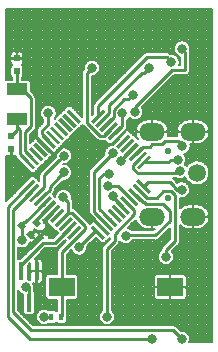
<source format=gbl>
G04 #@! TF.GenerationSoftware,KiCad,Pcbnew,5.0.1*
G04 #@! TF.CreationDate,2018-12-09T07:22:16-08:00*
G04 #@! TF.ProjectId,pmod-samd21-usbu,706D6F642D73616D6432312D75736275,rev?*
G04 #@! TF.SameCoordinates,PX8822960PY9c3a754*
G04 #@! TF.FileFunction,Copper,L2,Bot,Signal*
G04 #@! TF.FilePolarity,Positive*
%FSLAX46Y46*%
G04 Gerber Fmt 4.6, Leading zero omitted, Abs format (unit mm)*
G04 Created by KiCad (PCBNEW 5.0.1) date Sun 09 Dec 2018 07:22:16 AM PST*
%MOMM*%
%LPD*%
G01*
G04 APERTURE LIST*
G04 #@! TA.AperFunction,ComponentPad*
%ADD10C,0.550000*%
G04 #@! TD*
G04 #@! TA.AperFunction,SMDPad,CuDef*
%ADD11O,2.200000X1.500000*%
G04 #@! TD*
G04 #@! TA.AperFunction,SMDPad,CuDef*
%ADD12C,0.300000*%
G04 #@! TD*
G04 #@! TA.AperFunction,Conductor*
%ADD13C,0.100000*%
G04 #@! TD*
G04 #@! TA.AperFunction,SMDPad,CuDef*
%ADD14R,1.800000X1.000000*%
G04 #@! TD*
G04 #@! TA.AperFunction,SMDPad,CuDef*
%ADD15C,0.500000*%
G04 #@! TD*
G04 #@! TA.AperFunction,SMDPad,CuDef*
%ADD16R,0.500000X0.600000*%
G04 #@! TD*
G04 #@! TA.AperFunction,SMDPad,CuDef*
%ADD17R,0.450000X1.500000*%
G04 #@! TD*
G04 #@! TA.AperFunction,SMDPad,CuDef*
%ADD18R,0.400000X0.600000*%
G04 #@! TD*
G04 #@! TA.AperFunction,SMDPad,CuDef*
%ADD19R,2.180000X1.600000*%
G04 #@! TD*
G04 #@! TA.AperFunction,BGAPad,CuDef*
%ADD20C,1.500000*%
G04 #@! TD*
G04 #@! TA.AperFunction,ViaPad*
%ADD21C,0.800000*%
G04 #@! TD*
G04 #@! TA.AperFunction,Conductor*
%ADD22C,0.250000*%
G04 #@! TD*
G04 #@! TA.AperFunction,Conductor*
%ADD23C,0.200000*%
G04 #@! TD*
%ADD24C,0.200000*%
G04 APERTURE END LIST*
D10*
G04 #@! TO.P,J3,LOCATE*
G04 #@! TO.N,N/C*
X14023560Y12599920D03*
X14023560Y16599920D03*
D11*
G04 #@! TO.P,J3,6*
G04 #@! TO.N,GND*
X12703560Y10999920D03*
X16173560Y10999920D03*
X12703560Y18199920D03*
X16173560Y18199920D03*
G04 #@! TD*
D12*
G04 #@! TO.P,U1,1*
G04 #@! TO.N,Net-(C5-Pad2)*
X2197608Y15617605D03*
D13*
G04 #@! TD*
G04 #@! TO.N,Net-(C5-Pad2)*
G04 #@! TO.C,U1*
G36*
X2816326Y15211019D02*
X2604194Y14998887D01*
X1578890Y16024191D01*
X1791022Y16236323D01*
X2816326Y15211019D01*
X2816326Y15211019D01*
G37*
D12*
G04 #@! TO.P,U1,2*
G04 #@! TO.N,Net-(C6-Pad1)*
X2551161Y15971158D03*
D13*
G04 #@! TD*
G04 #@! TO.N,Net-(C6-Pad1)*
G04 #@! TO.C,U1*
G36*
X3169879Y15564572D02*
X2957747Y15352440D01*
X1932443Y16377744D01*
X2144575Y16589876D01*
X3169879Y15564572D01*
X3169879Y15564572D01*
G37*
D12*
G04 #@! TO.P,U1,3*
G04 #@! TO.N,N/C*
X2904715Y16324712D03*
D13*
G04 #@! TD*
G04 #@! TO.N,N/C*
G04 #@! TO.C,U1*
G36*
X3523433Y15918126D02*
X3311301Y15705994D01*
X2285997Y16731298D01*
X2498129Y16943430D01*
X3523433Y15918126D01*
X3523433Y15918126D01*
G37*
D12*
G04 #@! TO.P,U1,4*
G04 #@! TO.N,N/C*
X3258268Y16678265D03*
D13*
G04 #@! TD*
G04 #@! TO.N,N/C*
G04 #@! TO.C,U1*
G36*
X3876986Y16271679D02*
X3664854Y16059547D01*
X2639550Y17084851D01*
X2851682Y17296983D01*
X3876986Y16271679D01*
X3876986Y16271679D01*
G37*
D12*
G04 #@! TO.P,U1,5*
G04 #@! TO.N,GND*
X3611821Y17031818D03*
D13*
G04 #@! TD*
G04 #@! TO.N,GND*
G04 #@! TO.C,U1*
G36*
X4230539Y16625232D02*
X4018407Y16413100D01*
X2993103Y17438404D01*
X3205235Y17650536D01*
X4230539Y16625232D01*
X4230539Y16625232D01*
G37*
D12*
G04 #@! TO.P,U1,6*
G04 #@! TO.N,+3V3*
X3965375Y17385372D03*
D13*
G04 #@! TD*
G04 #@! TO.N,+3V3*
G04 #@! TO.C,U1*
G36*
X4584093Y16978786D02*
X4371961Y16766654D01*
X3346657Y17791958D01*
X3558789Y18004090D01*
X4584093Y16978786D01*
X4584093Y16978786D01*
G37*
D12*
G04 #@! TO.P,U1,7*
G04 #@! TO.N,N/C*
X4318928Y17738925D03*
D13*
G04 #@! TD*
G04 #@! TO.N,N/C*
G04 #@! TO.C,U1*
G36*
X4937646Y17332339D02*
X4725514Y17120207D01*
X3700210Y18145511D01*
X3912342Y18357643D01*
X4937646Y17332339D01*
X4937646Y17332339D01*
G37*
D12*
G04 #@! TO.P,U1,8*
G04 #@! TO.N,N/C*
X4672482Y18092479D03*
D13*
G04 #@! TD*
G04 #@! TO.N,N/C*
G04 #@! TO.C,U1*
G36*
X5291200Y17685893D02*
X5079068Y17473761D01*
X4053764Y18499065D01*
X4265896Y18711197D01*
X5291200Y17685893D01*
X5291200Y17685893D01*
G37*
D12*
G04 #@! TO.P,U1,9*
G04 #@! TO.N,N/C*
X5026035Y18446032D03*
D13*
G04 #@! TD*
G04 #@! TO.N,N/C*
G04 #@! TO.C,U1*
G36*
X5644753Y18039446D02*
X5432621Y17827314D01*
X4407317Y18852618D01*
X4619449Y19064750D01*
X5644753Y18039446D01*
X5644753Y18039446D01*
G37*
D12*
G04 #@! TO.P,U1,11*
G04 #@! TO.N,N/C*
X5733142Y19153139D03*
D13*
G04 #@! TD*
G04 #@! TO.N,N/C*
G04 #@! TO.C,U1*
G36*
X6351860Y18746553D02*
X6139728Y18534421D01*
X5114424Y19559725D01*
X5326556Y19771857D01*
X6351860Y18746553D01*
X6351860Y18746553D01*
G37*
D12*
G04 #@! TO.P,U1,12*
G04 #@! TO.N,N/C*
X6086695Y19506692D03*
D13*
G04 #@! TD*
G04 #@! TO.N,N/C*
G04 #@! TO.C,U1*
G36*
X6705413Y19100106D02*
X6493281Y18887974D01*
X5467977Y19913278D01*
X5680109Y20125410D01*
X6705413Y19100106D01*
X6705413Y19100106D01*
G37*
D12*
G04 #@! TO.P,U1,13*
G04 #@! TO.N,/SER0_0*
X8137305Y19506692D03*
D13*
G04 #@! TD*
G04 #@! TO.N,/SER0_0*
G04 #@! TO.C,U1*
G36*
X7730719Y18887974D02*
X7518587Y19100106D01*
X8543891Y20125410D01*
X8756023Y19913278D01*
X7730719Y18887974D01*
X7730719Y18887974D01*
G37*
D12*
G04 #@! TO.P,U1,14*
G04 #@! TO.N,/SER0_1*
X8490858Y19153139D03*
D13*
G04 #@! TD*
G04 #@! TO.N,/SER0_1*
G04 #@! TO.C,U1*
G36*
X8084272Y18534421D02*
X7872140Y18746553D01*
X8897444Y19771857D01*
X9109576Y19559725D01*
X8084272Y18534421D01*
X8084272Y18534421D01*
G37*
D12*
G04 #@! TO.P,U1,15*
G04 #@! TO.N,/SER0_2*
X8844412Y18799585D03*
D13*
G04 #@! TD*
G04 #@! TO.N,/SER0_2*
G04 #@! TO.C,U1*
G36*
X8437826Y18180867D02*
X8225694Y18392999D01*
X9250998Y19418303D01*
X9463130Y19206171D01*
X8437826Y18180867D01*
X8437826Y18180867D01*
G37*
D12*
G04 #@! TO.P,U1,16*
G04 #@! TO.N,/SER0_3*
X9197965Y18446032D03*
D13*
G04 #@! TD*
G04 #@! TO.N,/SER0_3*
G04 #@! TO.C,U1*
G36*
X8791379Y17827314D02*
X8579247Y18039446D01*
X9604551Y19064750D01*
X9816683Y18852618D01*
X8791379Y17827314D01*
X8791379Y17827314D01*
G37*
D12*
G04 #@! TO.P,U1,17*
G04 #@! TO.N,+3V3*
X9551518Y18092479D03*
D13*
G04 #@! TD*
G04 #@! TO.N,+3V3*
G04 #@! TO.C,U1*
G36*
X9958104Y18711197D02*
X10170236Y18499065D01*
X9144932Y17473761D01*
X8932800Y17685893D01*
X9958104Y18711197D01*
X9958104Y18711197D01*
G37*
D12*
G04 #@! TO.P,U1,18*
G04 #@! TO.N,GND*
X9905072Y17738925D03*
D13*
G04 #@! TD*
G04 #@! TO.N,GND*
G04 #@! TO.C,U1*
G36*
X9498486Y17120207D02*
X9286354Y17332339D01*
X10311658Y18357643D01*
X10523790Y18145511D01*
X9498486Y17120207D01*
X9498486Y17120207D01*
G37*
D12*
G04 #@! TO.P,U1,19*
G04 #@! TO.N,N/C*
X10258625Y17385372D03*
D13*
G04 #@! TD*
G04 #@! TO.N,N/C*
G04 #@! TO.C,U1*
G36*
X10665211Y18004090D02*
X10877343Y17791958D01*
X9852039Y16766654D01*
X9639907Y16978786D01*
X10665211Y18004090D01*
X10665211Y18004090D01*
G37*
D12*
G04 #@! TO.P,U1,20*
G04 #@! TO.N,N/C*
X10612179Y17031818D03*
D13*
G04 #@! TD*
G04 #@! TO.N,N/C*
G04 #@! TO.C,U1*
G36*
X11018765Y17650536D02*
X11230897Y17438404D01*
X10205593Y16413100D01*
X9993461Y16625232D01*
X11018765Y17650536D01*
X11018765Y17650536D01*
G37*
D12*
G04 #@! TO.P,U1,21*
G04 #@! TO.N,/SER2_0*
X10965732Y16678265D03*
D13*
G04 #@! TD*
G04 #@! TO.N,/SER2_0*
G04 #@! TO.C,U1*
G36*
X11372318Y17296983D02*
X11584450Y17084851D01*
X10559146Y16059547D01*
X10347014Y16271679D01*
X11372318Y17296983D01*
X11372318Y17296983D01*
G37*
D12*
G04 #@! TO.P,U1,22*
G04 #@! TO.N,/SER2_1*
X11319285Y16324712D03*
D13*
G04 #@! TD*
G04 #@! TO.N,/SER2_1*
G04 #@! TO.C,U1*
G36*
X11725871Y16943430D02*
X11938003Y16731298D01*
X10912699Y15705994D01*
X10700567Y15918126D01*
X11725871Y16943430D01*
X11725871Y16943430D01*
G37*
D12*
G04 #@! TO.P,U1,23*
G04 #@! TO.N,/SER2_2*
X11672839Y15971158D03*
D13*
G04 #@! TD*
G04 #@! TO.N,/SER2_2*
G04 #@! TO.C,U1*
G36*
X12079425Y16589876D02*
X12291557Y16377744D01*
X11266253Y15352440D01*
X11054121Y15564572D01*
X12079425Y16589876D01*
X12079425Y16589876D01*
G37*
D12*
G04 #@! TO.P,U1,24*
G04 #@! TO.N,/SER2_3*
X12026392Y15617605D03*
D13*
G04 #@! TD*
G04 #@! TO.N,/SER2_3*
G04 #@! TO.C,U1*
G36*
X12432978Y16236323D02*
X12645110Y16024191D01*
X11619806Y14998887D01*
X11407674Y15211019D01*
X12432978Y16236323D01*
X12432978Y16236323D01*
G37*
D12*
G04 #@! TO.P,U1,10*
G04 #@! TO.N,N/C*
X5379588Y18799585D03*
D13*
G04 #@! TD*
G04 #@! TO.N,N/C*
G04 #@! TO.C,U1*
G36*
X5998306Y18392999D02*
X5786174Y18180867D01*
X4760870Y19206171D01*
X4973002Y19418303D01*
X5998306Y18392999D01*
X5998306Y18392999D01*
G37*
D12*
G04 #@! TO.P,U1,25*
G04 #@! TO.N,/SER1_0*
X12005179Y13588208D03*
D13*
G04 #@! TD*
G04 #@! TO.N,/SER1_0*
G04 #@! TO.C,U1*
G36*
X11386461Y13994794D02*
X11598593Y14206926D01*
X12623897Y13181622D01*
X12411765Y12969490D01*
X11386461Y13994794D01*
X11386461Y13994794D01*
G37*
D12*
G04 #@! TO.P,U1,26*
G04 #@! TO.N,/SER1_1*
X11672839Y13213442D03*
D13*
G04 #@! TD*
G04 #@! TO.N,/SER1_1*
G04 #@! TO.C,U1*
G36*
X11054121Y13620028D02*
X11266253Y13832160D01*
X12291557Y12806856D01*
X12079425Y12594724D01*
X11054121Y13620028D01*
X11054121Y13620028D01*
G37*
D12*
G04 #@! TO.P,U1,27*
G04 #@! TO.N,/SER1_2*
X11319285Y12859888D03*
D13*
G04 #@! TD*
G04 #@! TO.N,/SER1_2*
G04 #@! TO.C,U1*
G36*
X10700567Y13266474D02*
X10912699Y13478606D01*
X11938003Y12453302D01*
X11725871Y12241170D01*
X10700567Y13266474D01*
X10700567Y13266474D01*
G37*
D12*
G04 #@! TO.P,U1,28*
G04 #@! TO.N,/SER1_3*
X10965732Y12506335D03*
D13*
G04 #@! TD*
G04 #@! TO.N,/SER1_3*
G04 #@! TO.C,U1*
G36*
X10347014Y12912921D02*
X10559146Y13125053D01*
X11584450Y12099749D01*
X11372318Y11887617D01*
X10347014Y12912921D01*
X10347014Y12912921D01*
G37*
D12*
G04 #@! TO.P,U1,29*
G04 #@! TO.N,/SER5_2*
X10612179Y12152782D03*
D13*
G04 #@! TD*
G04 #@! TO.N,/SER5_2*
G04 #@! TO.C,U1*
G36*
X9993461Y12559368D02*
X10205593Y12771500D01*
X11230897Y11746196D01*
X11018765Y11534064D01*
X9993461Y12559368D01*
X9993461Y12559368D01*
G37*
D12*
G04 #@! TO.P,U1,30*
G04 #@! TO.N,/SER5_3*
X10258625Y11799228D03*
D13*
G04 #@! TD*
G04 #@! TO.N,/SER5_3*
G04 #@! TO.C,U1*
G36*
X9639907Y12205814D02*
X9852039Y12417946D01*
X10877343Y11392642D01*
X10665211Y11180510D01*
X9639907Y12205814D01*
X9639907Y12205814D01*
G37*
D12*
G04 #@! TO.P,U1,31*
G04 #@! TO.N,N/C*
X9905072Y11445675D03*
D13*
G04 #@! TD*
G04 #@! TO.N,N/C*
G04 #@! TO.C,U1*
G36*
X9286354Y11852261D02*
X9498486Y12064393D01*
X10523790Y11039089D01*
X10311658Y10826957D01*
X9286354Y11852261D01*
X9286354Y11852261D01*
G37*
D12*
G04 #@! TO.P,U1,32*
G04 #@! TO.N,N/C*
X9551518Y11092121D03*
D13*
G04 #@! TD*
G04 #@! TO.N,N/C*
G04 #@! TO.C,U1*
G36*
X8932800Y11498707D02*
X9144932Y11710839D01*
X10170236Y10685535D01*
X9958104Y10473403D01*
X8932800Y11498707D01*
X8932800Y11498707D01*
G37*
D12*
G04 #@! TO.P,U1,33*
G04 #@! TO.N,/USB_D-*
X9197965Y10738568D03*
D13*
G04 #@! TD*
G04 #@! TO.N,/USB_D-*
G04 #@! TO.C,U1*
G36*
X8579247Y11145154D02*
X8791379Y11357286D01*
X9816683Y10331982D01*
X9604551Y10119850D01*
X8579247Y11145154D01*
X8579247Y11145154D01*
G37*
D12*
G04 #@! TO.P,U1,35*
G04 #@! TO.N,GND*
X8490858Y10031461D03*
D13*
G04 #@! TD*
G04 #@! TO.N,GND*
G04 #@! TO.C,U1*
G36*
X7872140Y10438047D02*
X8084272Y10650179D01*
X9109576Y9624875D01*
X8897444Y9412743D01*
X7872140Y10438047D01*
X7872140Y10438047D01*
G37*
D12*
G04 #@! TO.P,U1,36*
G04 #@! TO.N,+3V3*
X8137305Y9677908D03*
D13*
G04 #@! TD*
G04 #@! TO.N,+3V3*
G04 #@! TO.C,U1*
G36*
X7518587Y10084494D02*
X7730719Y10296626D01*
X8756023Y9271322D01*
X8543891Y9059190D01*
X7518587Y10084494D01*
X7518587Y10084494D01*
G37*
D12*
G04 #@! TO.P,U1,34*
G04 #@! TO.N,/USB_D+*
X8844412Y10385015D03*
D13*
G04 #@! TD*
G04 #@! TO.N,/USB_D+*
G04 #@! TO.C,U1*
G36*
X8225694Y10791601D02*
X8437826Y11003733D01*
X9463130Y9978429D01*
X9250998Y9766297D01*
X8225694Y10791601D01*
X8225694Y10791601D01*
G37*
D12*
G04 #@! TO.P,U1,37*
G04 #@! TO.N,N/C*
X6086695Y9677908D03*
D13*
G04 #@! TD*
G04 #@! TO.N,N/C*
G04 #@! TO.C,U1*
G36*
X6493281Y10296626D02*
X6705413Y10084494D01*
X5680109Y9059190D01*
X5467977Y9271322D01*
X6493281Y10296626D01*
X6493281Y10296626D01*
G37*
D12*
G04 #@! TO.P,U1,38*
G04 #@! TO.N,/BLUE_LED*
X5733142Y10031461D03*
D13*
G04 #@! TD*
G04 #@! TO.N,/BLUE_LED*
G04 #@! TO.C,U1*
G36*
X6139728Y10650179D02*
X6351860Y10438047D01*
X5326556Y9412743D01*
X5114424Y9624875D01*
X6139728Y10650179D01*
X6139728Y10650179D01*
G37*
D12*
G04 #@! TO.P,U1,39*
G04 #@! TO.N,N/C*
X5379588Y10385015D03*
D13*
G04 #@! TD*
G04 #@! TO.N,N/C*
G04 #@! TO.C,U1*
G36*
X5786174Y11003733D02*
X5998306Y10791601D01*
X4973002Y9766297D01*
X4760870Y9978429D01*
X5786174Y11003733D01*
X5786174Y11003733D01*
G37*
D12*
G04 #@! TO.P,U1,40*
G04 #@! TO.N,/~RESET*
X5026035Y10738568D03*
D13*
G04 #@! TD*
G04 #@! TO.N,/~RESET*
G04 #@! TO.C,U1*
G36*
X5432621Y11357286D02*
X5644753Y11145154D01*
X4619449Y10119850D01*
X4407317Y10331982D01*
X5432621Y11357286D01*
X5432621Y11357286D01*
G37*
D12*
G04 #@! TO.P,U1,41*
G04 #@! TO.N,N/C*
X4672482Y11092121D03*
D13*
G04 #@! TD*
G04 #@! TO.N,N/C*
G04 #@! TO.C,U1*
G36*
X5079068Y11710839D02*
X5291200Y11498707D01*
X4265896Y10473403D01*
X4053764Y10685535D01*
X5079068Y11710839D01*
X5079068Y11710839D01*
G37*
D12*
G04 #@! TO.P,U1,42*
G04 #@! TO.N,GND*
X4318928Y11445675D03*
D13*
G04 #@! TD*
G04 #@! TO.N,GND*
G04 #@! TO.C,U1*
G36*
X4725514Y12064393D02*
X4937646Y11852261D01*
X3912342Y10826957D01*
X3700210Y11039089D01*
X4725514Y12064393D01*
X4725514Y12064393D01*
G37*
D12*
G04 #@! TO.P,U1,43*
G04 #@! TO.N,Net-(C2-Pad1)*
X3965375Y11799228D03*
D13*
G04 #@! TD*
G04 #@! TO.N,Net-(C2-Pad1)*
G04 #@! TO.C,U1*
G36*
X3558789Y11180510D02*
X3346657Y11392642D01*
X4371961Y12417946D01*
X4584093Y12205814D01*
X3558789Y11180510D01*
X3558789Y11180510D01*
G37*
D12*
G04 #@! TO.P,U1,44*
G04 #@! TO.N,+3V3*
X3611821Y12152782D03*
D13*
G04 #@! TD*
G04 #@! TO.N,+3V3*
G04 #@! TO.C,U1*
G36*
X3205235Y11534064D02*
X2993103Y11746196D01*
X4018407Y12771500D01*
X4230539Y12559368D01*
X3205235Y11534064D01*
X3205235Y11534064D01*
G37*
D12*
G04 #@! TO.P,U1,45*
G04 #@! TO.N,/SWCLK*
X3258268Y12506335D03*
D13*
G04 #@! TD*
G04 #@! TO.N,/SWCLK*
G04 #@! TO.C,U1*
G36*
X2851682Y11887617D02*
X2639550Y12099749D01*
X3664854Y13125053D01*
X3876986Y12912921D01*
X2851682Y11887617D01*
X2851682Y11887617D01*
G37*
D12*
G04 #@! TO.P,U1,46*
G04 #@! TO.N,/SWDIO*
X2904715Y12859888D03*
D13*
G04 #@! TD*
G04 #@! TO.N,/SWDIO*
G04 #@! TO.C,U1*
G36*
X2498129Y12241170D02*
X2285997Y12453302D01*
X3311301Y13478606D01*
X3523433Y13266474D01*
X2498129Y12241170D01*
X2498129Y12241170D01*
G37*
D12*
G04 #@! TO.P,U1,47*
G04 #@! TO.N,/SER5_0*
X2551161Y13213442D03*
D13*
G04 #@! TD*
G04 #@! TO.N,/SER5_0*
G04 #@! TO.C,U1*
G36*
X2144575Y12594724D02*
X1932443Y12806856D01*
X2957747Y13832160D01*
X3169879Y13620028D01*
X2144575Y12594724D01*
X2144575Y12594724D01*
G37*
D12*
G04 #@! TO.P,U1,48*
G04 #@! TO.N,/SER5_1*
X2197608Y13566995D03*
D13*
G04 #@! TD*
G04 #@! TO.N,/SER5_1*
G04 #@! TO.C,U1*
G36*
X1791022Y12948277D02*
X1578890Y13160409D01*
X2604194Y14185713D01*
X2816326Y13973581D01*
X1791022Y12948277D01*
X1791022Y12948277D01*
G37*
D14*
G04 #@! TO.P,Y1,1*
G04 #@! TO.N,Net-(C6-Pad1)*
X1270000Y21811300D03*
G04 #@! TO.P,Y1,2*
G04 #@! TO.N,Net-(C5-Pad2)*
X1270000Y19311300D03*
G04 #@! TD*
D15*
G04 #@! TO.P,C1,1*
G04 #@! TO.N,+3V3*
X1643091Y10282209D03*
D13*
G04 #@! TD*
G04 #@! TO.N,+3V3*
G04 #@! TO.C,C1*
G36*
X1254182Y10317564D02*
X1607736Y10671118D01*
X2032000Y10246854D01*
X1678446Y9893300D01*
X1254182Y10317564D01*
X1254182Y10317564D01*
G37*
D15*
G04 #@! TO.P,C1,2*
G04 #@! TO.N,GND*
X2420909Y9504391D03*
D13*
G04 #@! TD*
G04 #@! TO.N,GND*
G04 #@! TO.C,C1*
G36*
X2032000Y9539746D02*
X2385554Y9893300D01*
X2809818Y9469036D01*
X2456264Y9115482D01*
X2032000Y9539746D01*
X2032000Y9539746D01*
G37*
D15*
G04 #@! TO.P,C2,1*
G04 #@! TO.N,Net-(C2-Pad1)*
X2913091Y10536209D03*
D13*
G04 #@! TD*
G04 #@! TO.N,Net-(C2-Pad1)*
G04 #@! TO.C,C2*
G36*
X2524182Y10571564D02*
X2877736Y10925118D01*
X3302000Y10500854D01*
X2948446Y10147300D01*
X2524182Y10571564D01*
X2524182Y10571564D01*
G37*
D15*
G04 #@! TO.P,C2,2*
G04 #@! TO.N,GND*
X3690909Y9758391D03*
D13*
G04 #@! TD*
G04 #@! TO.N,GND*
G04 #@! TO.C,C2*
G36*
X3302000Y9793746D02*
X3655554Y10147300D01*
X4079818Y9723036D01*
X3726264Y9369482D01*
X3302000Y9793746D01*
X3302000Y9793746D01*
G37*
D16*
G04 #@! TO.P,C5,1*
G04 #@! TO.N,GND*
X762000Y16709300D03*
G04 #@! TO.P,C5,2*
G04 #@! TO.N,Net-(C5-Pad2)*
X762000Y17809300D03*
G04 #@! TD*
G04 #@! TO.P,C6,1*
G04 #@! TO.N,Net-(C6-Pad1)*
X1270000Y23313300D03*
G04 #@! TO.P,C6,2*
G04 #@! TO.N,GND*
X1270000Y24413300D03*
G04 #@! TD*
D17*
G04 #@! TO.P,Q1,1*
G04 #@! TO.N,/BLUE_LED*
X1636000Y6397300D03*
G04 #@! TO.P,Q1,2*
G04 #@! TO.N,GND*
X2936000Y6397300D03*
G04 #@! TO.P,Q1,3*
G04 #@! TO.N,Net-(D1-Pad1)*
X2286000Y3737300D03*
G04 #@! TD*
D18*
G04 #@! TO.P,R1,1*
G04 #@! TO.N,/~RESET*
X5022000Y2527300D03*
G04 #@! TO.P,R1,2*
G04 #@! TO.N,+3V3*
X4122000Y2527300D03*
G04 #@! TD*
D19*
G04 #@! TO.P,S1,1*
G04 #@! TO.N,/~RESET*
X5062000Y5067300D03*
G04 #@! TO.P,S1,2*
G04 #@! TO.N,GND*
X14242000Y5067300D03*
G04 #@! TD*
D20*
G04 #@! TO.P,TP1,1*
G04 #@! TO.N,Net-(J3-Pad1)*
X16510000Y14719300D03*
G04 #@! TD*
D21*
G04 #@! TO.N,GND*
X6826246Y5109867D03*
X6350000Y26657300D03*
X16256000Y24879300D03*
X16764000Y8369300D03*
X4191000Y7607300D03*
X4191000Y9639300D03*
X5222240Y13700760D03*
X10389710Y4929201D03*
X6858000Y18148300D03*
X11115040Y18750280D03*
X11201400Y10180320D03*
G04 #@! TO.N,+3V3*
X6523998Y8418124D03*
X3556000Y2527300D03*
X1704067Y9019149D03*
X3923165Y19776145D03*
X10178674Y19754898D03*
G04 #@! TO.N,/SER2_0*
X15240000Y25234900D03*
X10112601Y15704243D03*
X11275472Y19898515D03*
G04 #@! TO.N,/SER0_0*
X14344014Y24096210D03*
G04 #@! TO.N,/SER2_1*
X15275560Y17007840D03*
G04 #@! TO.N,/SER0_1*
X12443991Y23609300D03*
G04 #@! TO.N,/SER0_3*
X7620000Y23609300D03*
G04 #@! TO.N,/SER5_3*
X9412021Y12725400D03*
G04 #@! TO.N,/SER5_2*
X8890000Y2527300D03*
G04 #@! TO.N,/SER1_2*
X10464800Y9410700D03*
G04 #@! TO.N,/SER5_1*
X12700000Y662300D03*
G04 #@! TO.N,/SER1_1*
X13881100Y7607300D03*
G04 #@! TO.N,/SER5_0*
X15240000Y662300D03*
G04 #@! TO.N,/~RESET*
X5207000Y12687300D03*
G04 #@! TO.N,/SWCLK*
X5253660Y14765960D03*
G04 #@! TO.N,/SWDIO*
X5257660Y16167398D03*
G04 #@! TO.N,/SER2_2*
X15034442Y14907897D03*
G04 #@! TO.N,/SER0_2*
X11064181Y21350790D03*
G04 #@! TO.N,/SER2_3*
X14892020Y15849600D03*
G04 #@! TO.N,/SER1_3*
X8964770Y13628313D03*
G04 #@! TO.N,/SER1_0*
X15222838Y13295974D03*
G04 #@! TO.N,/USB_D+*
X9362121Y16365455D03*
G04 #@! TO.N,/USB_D-*
X9065260Y14653260D03*
G04 #@! TO.N,Net-(D1-Pad1)*
X1995657Y5062594D03*
G04 #@! TO.N,Net-(J3-Pad1)*
X16510000Y14719300D03*
G04 #@! TD*
D22*
G04 #@! TO.N,GND*
X2674909Y9758391D02*
X2420909Y9504391D01*
X3690909Y9758391D02*
X2674909Y9758391D01*
X3690909Y10817656D02*
X3690909Y9758391D01*
X4318928Y11445675D02*
X3690909Y10817656D01*
X3937000Y9512300D02*
X3690909Y9758391D01*
X4318000Y9512300D02*
X3937000Y9512300D01*
X4201996Y16441643D02*
X4201996Y16000296D01*
X3611821Y17031818D02*
X4201996Y16441643D01*
X762000Y16159300D02*
X762000Y16709300D01*
X2247423Y14673877D02*
X762000Y16159300D01*
X2875577Y14673877D02*
X2247423Y14673877D01*
X4201996Y16000296D02*
X2875577Y14673877D01*
X7112000Y10909300D02*
X7112000Y11925300D01*
X7112000Y11925300D02*
X5334000Y13703300D01*
X4201995Y16441644D02*
X4506587Y16441644D01*
X3611821Y17031818D02*
X4201995Y16441644D01*
X4506587Y16441644D02*
X5096761Y17031818D01*
X5096761Y17031818D02*
X5848284Y17031818D01*
X5848284Y17031818D02*
X7087117Y15792985D01*
X7087117Y15792985D02*
X7087117Y15227300D01*
X9279558Y17148751D02*
X7857549Y17148751D01*
X9869732Y17738925D02*
X9279558Y17148751D01*
X7257999Y17748301D02*
X6858000Y18148300D01*
X9905072Y17738925D02*
X9869732Y17738925D01*
X7857549Y17148751D02*
X7257999Y17748301D01*
X10389710Y5494886D02*
X10389710Y4929201D01*
X10389710Y8240010D02*
X10389710Y5494886D01*
G04 #@! TO.N,+3V3*
X1988735Y10529696D02*
X3611821Y12152782D01*
X1890578Y10529696D02*
X1988735Y10529696D01*
X1643091Y10282209D02*
X1890578Y10529696D01*
X7783782Y9677908D02*
X6523998Y8418124D01*
X8137305Y9677908D02*
X7783782Y9677908D01*
X4122000Y2527300D02*
X3556000Y2527300D01*
X1704067Y10221233D02*
X1643091Y10282209D01*
X1704067Y9019149D02*
X1704067Y10221233D01*
X3923165Y19210460D02*
X3923165Y19776145D01*
X3923165Y18828102D02*
X3923165Y19210460D01*
X3375200Y18280137D02*
X3923165Y18828102D01*
X3375200Y17975547D02*
X3375200Y18280137D01*
X3965375Y17385372D02*
X3375200Y17975547D01*
X9551518Y18092479D02*
X10178674Y18719635D01*
X10178674Y18719635D02*
X10178674Y19189213D01*
X10178674Y19189213D02*
X10178674Y19754898D01*
G04 #@! TO.N,Net-(C2-Pad1)*
X2913091Y10746944D02*
X2913091Y10536209D01*
X3965375Y11799228D02*
X2913091Y10746944D01*
G04 #@! TO.N,Net-(C5-Pad2)*
X762000Y17859300D02*
X1270000Y18367300D01*
X762000Y17809300D02*
X762000Y17859300D01*
X1270000Y18367300D02*
X1270000Y19311301D01*
X1270000Y18561301D02*
X1270000Y19311301D01*
X2197608Y15617605D02*
X1510976Y16304237D01*
X1510976Y16304237D02*
X1510976Y18320325D01*
X1510976Y18320325D02*
X1270000Y18561301D01*
G04 #@! TO.N,Net-(C6-Pad1)*
X1270000Y23313300D02*
X1270000Y21811299D01*
X1960987Y16561332D02*
X1960987Y18138746D01*
X1960987Y18138746D02*
X2495001Y18672760D01*
X2495001Y20071302D02*
X2420000Y20146303D01*
X2420000Y20146303D02*
X2420000Y21061299D01*
X1670000Y21811299D02*
X1270000Y21811299D01*
X2420000Y21061299D02*
X1670000Y21811299D01*
X2495001Y18672760D02*
X2495001Y20071302D01*
X2551161Y15971158D02*
X1960987Y16561332D01*
G04 #@! TO.N,/SER2_0*
X15240000Y25234900D02*
X15519400Y24955500D01*
X15519400Y24955500D02*
X15519400Y23418800D01*
X10965732Y16678265D02*
X10112601Y15825134D01*
X10112601Y15825134D02*
X10112601Y15704243D01*
X14361160Y23418800D02*
X11275472Y20333112D01*
X15519400Y23418800D02*
X14361160Y23418800D01*
X11275472Y20333112D02*
X11275472Y19898515D01*
G04 #@! TO.N,/SER0_0*
X13944015Y24496209D02*
X14344014Y24096210D01*
X12259907Y24496209D02*
X13944015Y24496209D01*
X8137305Y19506692D02*
X8137305Y20373607D01*
X8137305Y20373607D02*
X12259907Y24496209D01*
G04 #@! TO.N,/SER2_1*
X11932568Y16937995D02*
X12504303Y16937995D01*
X11319285Y16324712D02*
X11932568Y16937995D01*
X15168599Y16832299D02*
X15240000Y16903700D01*
X12718629Y17152321D02*
X13586161Y17152321D01*
X12504303Y16937995D02*
X12718629Y17152321D01*
X13586161Y17152321D02*
X13843000Y17409160D01*
X13843000Y17409160D02*
X14912340Y17409160D01*
X14912340Y17409160D02*
X15280640Y17040860D01*
G04 #@! TO.N,/SER0_1*
X11862910Y23209301D02*
X12043992Y23209301D01*
X12043992Y23209301D02*
X12443991Y23609300D01*
X9084413Y19746694D02*
X9084413Y20430804D01*
X8490858Y19153139D02*
X9084413Y19746694D01*
X9084413Y20430804D02*
X11862910Y23209301D01*
G04 #@! TO.N,/SER2_2*
X11082664Y15380983D02*
X11082664Y15076393D01*
X11672839Y15971158D02*
X11082664Y15380983D01*
X11485180Y14673877D02*
X13797337Y14673877D01*
X11082664Y15076393D02*
X11485180Y14673877D01*
G04 #@! TO.N,/SER2_3*
X12026392Y15617605D02*
X13049563Y15617605D01*
X13049563Y15617605D02*
X13280805Y15617605D01*
G04 #@! TO.N,/SER0_3*
X7193577Y23182877D02*
X7220001Y23209301D01*
X8607790Y17855857D02*
X8303200Y17855857D01*
X7193577Y18965480D02*
X7193577Y23182877D01*
X8303200Y17855857D02*
X7193577Y18965480D01*
X7220001Y23209301D02*
X7620000Y23609300D01*
X9197965Y18446032D02*
X8607790Y17855857D01*
G04 #@! TO.N,/SER5_3*
X9412021Y12645832D02*
X9412021Y12725400D01*
X10258625Y11799228D02*
X9412021Y12645832D01*
G04 #@! TO.N,/SER5_2*
X8890000Y2527300D02*
X8890000Y8309252D01*
X8890000Y8309252D02*
X9531044Y8950296D01*
X11195541Y11569420D02*
X10612179Y12152782D01*
X9531044Y8950296D02*
X9531044Y9569144D01*
X9531044Y9569144D02*
X11202353Y11240453D01*
X11202353Y11240453D02*
X11202353Y11562608D01*
X11202353Y11562608D02*
X11195541Y11569420D01*
G04 #@! TO.N,/SER1_2*
X11319285Y12859888D02*
X11909460Y12269713D01*
G04 #@! TO.N,/SER5_1*
X12700000Y662300D02*
X2373000Y662300D01*
X479161Y2556139D02*
X479161Y11848548D01*
X479161Y11848548D02*
X1614246Y12983633D01*
X2373000Y662300D02*
X479161Y2556139D01*
X1614246Y12983633D02*
X2197608Y13566995D01*
G04 #@! TO.N,/SER1_1*
X13881100Y7607300D02*
X13881100Y8172985D01*
X13881100Y8172985D02*
X14347010Y8638895D01*
G04 #@! TO.N,/SER5_0*
X2439586Y1387301D02*
X14514999Y1387301D01*
X929172Y11591453D02*
X929172Y2897715D01*
X2551161Y13213442D02*
X929172Y11591453D01*
X14514999Y1387301D02*
X14840001Y1062299D01*
X929172Y2897715D02*
X2439586Y1387301D01*
X14840001Y1062299D02*
X15240000Y662300D01*
G04 #@! TO.N,/~RESET*
X5616210Y12278090D02*
X5207000Y12687300D01*
X5026035Y10738568D02*
X5616210Y11328743D01*
X5616210Y11328743D02*
X5616210Y12278090D01*
X5062000Y2567300D02*
X5022000Y2527300D01*
X5062000Y5067300D02*
X5062000Y2567300D01*
X5062000Y7981445D02*
X5062000Y5067300D01*
X7030423Y9949868D02*
X5062000Y7981445D01*
X5920800Y11328743D02*
X7030423Y10219120D01*
X7030423Y10219120D02*
X7030423Y9949868D01*
X5616210Y11328743D02*
X5920800Y11328743D01*
G04 #@! TO.N,/SWCLK*
X3258268Y12506335D02*
X4041355Y13289422D01*
X4041355Y13289422D02*
X4041355Y13553655D01*
X4853661Y14365961D02*
X5253660Y14765960D01*
X4041355Y13553655D02*
X4853661Y14365961D01*
G04 #@! TO.N,/SWDIO*
X4857661Y15767399D02*
X5257660Y16167398D01*
X3591347Y13546520D02*
X3591347Y14501085D01*
X3591347Y14501085D02*
X4857661Y15767399D01*
X2904715Y12859888D02*
X3591347Y13546520D01*
G04 #@! TO.N,/BLUE_LED*
X1636000Y6922300D02*
X1636000Y6397300D01*
X3504172Y8790472D02*
X1636000Y6922300D01*
X4492153Y8790472D02*
X3504172Y8790472D01*
X5733142Y10031461D02*
X4492153Y8790472D01*
G04 #@! TO.N,/SER2_2*
X13797337Y14673877D02*
X13812280Y14688820D01*
X13812280Y14688820D02*
X15029180Y14688820D01*
G04 #@! TO.N,/SER0_2*
X10664182Y20950791D02*
X11064181Y21350790D01*
X9501273Y19456446D02*
X9501273Y20080051D01*
X10372013Y20950791D02*
X10664182Y20950791D01*
X9501273Y20080051D02*
X10372013Y20950791D01*
X8844412Y18799585D02*
X9501273Y19456446D01*
G04 #@! TO.N,/SER2_3*
X14326335Y15849600D02*
X14095195Y15618460D01*
X14892020Y15849600D02*
X14326335Y15849600D01*
X14095195Y15618460D02*
X13279120Y15618460D01*
G04 #@! TO.N,/SER1_3*
X9843754Y13628313D02*
X9530455Y13628313D01*
X10965732Y12506335D02*
X9843754Y13628313D01*
X9530455Y13628313D02*
X8964770Y13628313D01*
G04 #@! TO.N,/SER1_2*
X12015495Y12269713D02*
X12210278Y12074930D01*
X11909460Y12269713D02*
X12015495Y12269713D01*
X12210278Y12074930D02*
X13657810Y12074930D01*
X13657810Y12074930D02*
X14201140Y11531600D01*
X14201140Y10627207D02*
X12992253Y9418320D01*
X14201140Y11531600D02*
X14201140Y10627207D01*
X12992253Y9418320D02*
X10467340Y9418320D01*
G04 #@! TO.N,/SER1_1*
X14345920Y8638540D02*
X14651151Y8943771D01*
X13675239Y13199921D02*
X13105398Y12630080D01*
X12291539Y12630080D02*
X11708177Y13213442D01*
X11708177Y13213442D02*
X11672839Y13213442D01*
X13105398Y12630080D02*
X12291539Y12630080D01*
X14273849Y13199921D02*
X13675239Y13199921D01*
X14651151Y12822619D02*
X14273849Y13199921D01*
X14651151Y8943771D02*
X14651151Y12822619D01*
G04 #@! TO.N,/SER1_0*
X14227033Y13919629D02*
X14558454Y13588208D01*
X12005179Y13588208D02*
X12336600Y13919629D01*
X12336600Y13919629D02*
X14227033Y13919629D01*
X15222838Y13295974D02*
X14814206Y13295974D01*
X14814206Y13295974D02*
X14556740Y13553440D01*
X14556740Y13553440D02*
X14556740Y13589000D01*
G04 #@! TO.N,/USB_D+*
X8962122Y15965456D02*
X9362121Y16365455D01*
X7786999Y11442428D02*
X7786999Y14790333D01*
X8844412Y10385015D02*
X7786999Y11442428D01*
X7786999Y14790333D02*
X8962122Y15965456D01*
G04 #@! TO.N,/USB_D-*
X9197965Y10738568D02*
X8237006Y11699527D01*
X8620760Y14653260D02*
X8239760Y14272260D01*
X9065260Y14653260D02*
X8620760Y14653260D01*
X8239760Y14272260D02*
X8239760Y11701780D01*
X8239760Y11701780D02*
X8237220Y11699240D01*
G04 #@! TO.N,Net-(D1-Pad1)*
X2286000Y5067300D02*
X2000363Y5067300D01*
X2000363Y5067300D02*
X1995657Y5062594D01*
X2286000Y3737300D02*
X2286000Y5067300D01*
G04 #@! TD*
D23*
G04 #@! TO.N,GND*
X375000Y28568300D02*
X17786001Y28568300D01*
X375000Y28378300D02*
X17786001Y28378300D01*
X375000Y28188300D02*
X17786001Y28188300D01*
X375000Y27998300D02*
X17786001Y27998300D01*
X375000Y27808300D02*
X17786001Y27808300D01*
X375000Y27618300D02*
X17786001Y27618300D01*
X375000Y27428300D02*
X17786001Y27428300D01*
X375000Y27238300D02*
X17786001Y27238300D01*
X375000Y27048300D02*
X17786001Y27048300D01*
X375000Y26858300D02*
X17786001Y26858300D01*
X375000Y26668300D02*
X17786001Y26668300D01*
X375000Y26478300D02*
X17786001Y26478300D01*
X375000Y26288300D02*
X17786001Y26288300D01*
X375000Y26098300D02*
X17786001Y26098300D01*
X375000Y25908300D02*
X15037332Y25908300D01*
X15442669Y25908300D02*
X17786001Y25908300D01*
X375000Y25718300D02*
X14733450Y25718300D01*
X15746550Y25718300D02*
X17786001Y25718300D01*
X375000Y25528300D02*
X14603856Y25528300D01*
X15876145Y25528300D02*
X17786001Y25528300D01*
X375000Y25338300D02*
X14546854Y25338300D01*
X15933147Y25338300D02*
X17786001Y25338300D01*
X375000Y25148300D02*
X14543512Y25148300D01*
X15936487Y25148300D02*
X17786001Y25148300D01*
X375000Y24958300D02*
X846683Y24958300D01*
X1223000Y24958300D02*
X1317000Y24958300D01*
X1693318Y24958300D02*
X14596897Y24958300D01*
X15946180Y24958300D02*
X17786001Y24958300D01*
X375000Y24768300D02*
X725064Y24768300D01*
X1243000Y24768300D02*
X1297000Y24768300D01*
X1814937Y24768300D02*
X11930958Y24768300D01*
X14550632Y24768300D02*
X14716650Y24768300D01*
X15944400Y24768300D02*
X17786001Y24768300D01*
X375000Y24578300D02*
X720000Y24578300D01*
X1243000Y24578300D02*
X1297000Y24578300D01*
X1820000Y24578300D02*
X11740958Y24578300D01*
X14851874Y24578300D02*
X14995985Y24578300D01*
X15944400Y24578300D02*
X17786001Y24578300D01*
X375000Y24388300D02*
X11550958Y24388300D01*
X14980701Y24388300D02*
X15094400Y24388300D01*
X15944400Y24388300D02*
X17786001Y24388300D01*
X375000Y24198300D02*
X720000Y24198300D01*
X1820000Y24198300D02*
X7241534Y24198300D01*
X7998467Y24198300D02*
X11360958Y24198300D01*
X15037421Y24198300D02*
X15094400Y24198300D01*
X15944400Y24198300D02*
X17786001Y24198300D01*
X375000Y24008300D02*
X738774Y24008300D01*
X1801225Y24008300D02*
X7044721Y24008300D01*
X8195280Y24008300D02*
X11170958Y24008300D01*
X15040241Y24008300D02*
X15094400Y24008300D01*
X15944400Y24008300D02*
X17786001Y24008300D01*
X375000Y23818300D02*
X800147Y23818300D01*
X1739854Y23818300D02*
X6948897Y23818300D01*
X8291104Y23818300D02*
X10980958Y23818300D01*
X15944400Y23818300D02*
X17786001Y23818300D01*
X375000Y23628300D02*
X720027Y23628300D01*
X1819974Y23628300D02*
X6920000Y23628300D01*
X8320000Y23628300D02*
X10790958Y23628300D01*
X15944400Y23628300D02*
X17786001Y23628300D01*
X375000Y23438300D02*
X718549Y23438300D01*
X1821451Y23438300D02*
X6853401Y23438300D01*
X8299699Y23438300D02*
X10600958Y23438300D01*
X15944536Y23438300D02*
X17786001Y23438300D01*
X375000Y23248300D02*
X718549Y23248300D01*
X1821451Y23248300D02*
X6772966Y23248300D01*
X8220670Y23248300D02*
X10410958Y23248300D01*
X15910167Y23248300D02*
X17786001Y23248300D01*
X375000Y23058300D02*
X718549Y23058300D01*
X1821451Y23058300D02*
X6768578Y23058300D01*
X8055337Y23058300D02*
X10220958Y23058300D01*
X15746527Y23058300D02*
X17786001Y23058300D01*
X375000Y22868300D02*
X757338Y22868300D01*
X1782661Y22868300D02*
X6768578Y22868300D01*
X7618577Y22868300D02*
X10030958Y22868300D01*
X14411700Y22868300D02*
X17786001Y22868300D01*
X375000Y22678300D02*
X845000Y22678300D01*
X1695000Y22678300D02*
X6768578Y22678300D01*
X7618577Y22678300D02*
X9840958Y22678300D01*
X14221700Y22678300D02*
X17786001Y22678300D01*
X2412832Y22488300D02*
X6768578Y22488300D01*
X7618577Y22488300D02*
X9650958Y22488300D01*
X14031700Y22488300D02*
X17786001Y22488300D01*
X2471451Y22298300D02*
X6768578Y22298300D01*
X7618577Y22298300D02*
X9460958Y22298300D01*
X13841700Y22298300D02*
X17786001Y22298300D01*
X2471451Y22108300D02*
X6768578Y22108300D01*
X7618577Y22108300D02*
X9270958Y22108300D01*
X13651700Y22108300D02*
X17786001Y22108300D01*
X2471451Y21918300D02*
X6768578Y21918300D01*
X7618577Y21918300D02*
X9080958Y21918300D01*
X13461700Y21918300D02*
X17786001Y21918300D01*
X2471451Y21728300D02*
X6768578Y21728300D01*
X7618577Y21728300D02*
X8890958Y21728300D01*
X13271700Y21728300D02*
X17786001Y21728300D01*
X2544040Y21538300D02*
X6768578Y21538300D01*
X7618577Y21538300D02*
X8700958Y21538300D01*
X13081700Y21538300D02*
X17786001Y21538300D01*
X2734263Y21348300D02*
X6768578Y21348300D01*
X7618577Y21348300D02*
X8510958Y21348300D01*
X12891700Y21348300D02*
X17786001Y21348300D01*
X2834699Y21158300D02*
X6768578Y21158300D01*
X7618577Y21158300D02*
X8320958Y21158300D01*
X12701700Y21158300D02*
X17786001Y21158300D01*
X2845000Y20968300D02*
X6768578Y20968300D01*
X7618577Y20968300D02*
X8130958Y20968300D01*
X12511700Y20968300D02*
X17786001Y20968300D01*
X2845000Y20778300D02*
X6768578Y20778300D01*
X7618577Y20778300D02*
X7940958Y20778300D01*
X12321700Y20778300D02*
X17786001Y20778300D01*
X2845000Y20588300D02*
X6768578Y20588300D01*
X7618577Y20588300D02*
X7770161Y20588300D01*
X12131700Y20588300D02*
X17786001Y20588300D01*
X2845000Y20398300D02*
X3595993Y20398300D01*
X4250338Y20398300D02*
X5554246Y20398300D01*
X5805973Y20398300D02*
X6768578Y20398300D01*
X7618577Y20398300D02*
X7712682Y20398300D01*
X11941700Y20398300D02*
X17786001Y20398300D01*
X2897567Y20208300D02*
X3370039Y20208300D01*
X4476292Y20208300D02*
X5336683Y20208300D01*
X6023535Y20208300D02*
X6768578Y20208300D01*
X7618577Y20208300D02*
X7712306Y20208300D01*
X11904830Y20208300D02*
X17786001Y20208300D01*
X2920001Y20018300D02*
X3265795Y20018300D01*
X4580536Y20018300D02*
X5153957Y20018300D01*
X6213535Y20018300D02*
X6768578Y20018300D01*
X7618577Y20018300D02*
X7712306Y20018300D01*
X11965359Y20018300D02*
X17786001Y20018300D01*
X2920001Y19828300D02*
X3223165Y19828300D01*
X4623165Y19828300D02*
X4956683Y19828300D01*
X6403535Y19828300D02*
X6768578Y19828300D01*
X7618577Y19828300D02*
X7712306Y19828300D01*
X11975219Y19828300D02*
X17786001Y19828300D01*
X2920001Y19638300D02*
X3236870Y19638300D01*
X4609459Y19638300D02*
X4768178Y19638300D01*
X6593535Y19638300D02*
X6768578Y19638300D01*
X7618577Y19638300D02*
X7630465Y19638300D01*
X11925361Y19638300D02*
X17786001Y19638300D01*
X2920001Y19448300D02*
X3301288Y19448300D01*
X4545041Y19448300D02*
X4576683Y19448300D01*
X11815207Y19448300D02*
X17786001Y19448300D01*
X2920001Y19258300D02*
X3451060Y19258300D01*
X10672026Y19258300D02*
X10991900Y19258300D01*
X11559043Y19258300D02*
X17786001Y19258300D01*
X2920001Y19068300D02*
X3498165Y19068300D01*
X10603674Y19068300D02*
X11765960Y19068300D01*
X12676560Y19068300D02*
X12730560Y19068300D01*
X13641161Y19068300D02*
X15235960Y19068300D01*
X16146560Y19068300D02*
X16200560Y19068300D01*
X17111161Y19068300D02*
X17786001Y19068300D01*
X2920001Y18878300D02*
X3372323Y18878300D01*
X10603674Y18878300D02*
X11556979Y18878300D01*
X13850142Y18878300D02*
X15026979Y18878300D01*
X17320142Y18878300D02*
X17786001Y18878300D01*
X2920526Y18688300D02*
X3182323Y18688300D01*
X6719923Y18688300D02*
X6871255Y18688300D01*
X10602643Y18688300D02*
X11429119Y18688300D01*
X13978002Y18688300D02*
X14899119Y18688300D01*
X17448002Y18688300D02*
X17786001Y18688300D01*
X2883651Y18498300D02*
X3009910Y18498300D01*
X6529923Y18498300D02*
X7059716Y18498300D01*
X10557732Y18498300D02*
X11351168Y18498300D01*
X14055953Y18498300D02*
X14821168Y18498300D01*
X17525953Y18498300D02*
X17786001Y18498300D01*
X2731581Y18308300D02*
X2950918Y18308300D01*
X6337090Y18308300D02*
X7249716Y18308300D01*
X10436263Y18308300D02*
X10512631Y18308300D01*
X10775826Y18308300D02*
X11350189Y18308300D01*
X14056930Y18308300D02*
X14820189Y18308300D01*
X17526930Y18308300D02*
X17786001Y18308300D01*
X2541581Y18118300D02*
X2950200Y18118300D01*
X6149923Y18118300D02*
X7439716Y18118300D01*
X10246263Y18118300D02*
X10322631Y18118300D01*
X10977317Y18118300D02*
X11359642Y18118300D01*
X14047479Y18118300D02*
X14829642Y18118300D01*
X17517479Y18118300D02*
X17786001Y18118300D01*
X2385987Y17928300D02*
X2952797Y17928300D01*
X5950058Y17928300D02*
X7629716Y17928300D01*
X10056263Y17928300D02*
X10132631Y17928300D01*
X11144633Y17928300D02*
X11343671Y17928300D01*
X14063448Y17928300D02*
X14813671Y17928300D01*
X17533448Y17928300D02*
X17786001Y17928300D01*
X2385987Y17738300D02*
X2959161Y17738300D01*
X5769923Y17738300D02*
X7819716Y17738300D01*
X9866263Y17738300D02*
X9943881Y17738300D01*
X11357317Y17738300D02*
X11415687Y17738300D01*
X17461432Y17738300D02*
X17786001Y17738300D01*
X2385987Y17548300D02*
X2685459Y17548300D01*
X3057156Y17548300D02*
X3133522Y17548300D01*
X5557819Y17548300D02*
X8008028Y17548300D01*
X17340974Y17548300D02*
X17786001Y17548300D01*
X2385987Y17358300D02*
X2486683Y17358300D01*
X3247156Y17358300D02*
X3323522Y17358300D01*
X5389923Y17358300D02*
X8834077Y17358300D01*
X16146560Y17358300D02*
X16200560Y17358300D01*
X17148352Y17358300D02*
X17786001Y17358300D01*
X3437156Y17168300D02*
X3513522Y17168300D01*
X5190130Y17168300D02*
X9035153Y17168300D01*
X16146560Y17168300D02*
X16200560Y17168300D01*
X16698164Y17168300D02*
X17786001Y17168300D01*
X3627156Y16978300D02*
X3703522Y16978300D01*
X5009923Y16978300D02*
X9019342Y16978300D01*
X15975560Y16978300D02*
X17786001Y16978300D01*
X3817156Y16788300D02*
X3893522Y16788300D01*
X4815857Y16788300D02*
X4927463Y16788300D01*
X5587858Y16788300D02*
X8802774Y16788300D01*
X15942297Y16788300D02*
X17786001Y16788300D01*
X735000Y16598300D02*
X789000Y16598300D01*
X4007156Y16598300D02*
X4083522Y16598300D01*
X4629923Y16598300D02*
X4703697Y16598300D01*
X5811624Y16598300D02*
X8700895Y16598300D01*
X15843797Y16598300D02*
X17786001Y16598300D01*
X735000Y16408300D02*
X789000Y16408300D01*
X4197156Y16408300D02*
X4273522Y16408300D01*
X4437872Y16408300D02*
X4599771Y16408300D01*
X5915550Y16408300D02*
X8662121Y16408300D01*
X15638251Y16408300D02*
X17786001Y16408300D01*
X735000Y16218300D02*
X789000Y16218300D01*
X4247872Y16218300D02*
X4557660Y16218300D01*
X5957660Y16218300D02*
X8613926Y16218300D01*
X15487546Y16218300D02*
X17786001Y16218300D01*
X375000Y16028300D02*
X1187634Y16028300D01*
X4059923Y16028300D02*
X4517522Y16028300D01*
X5943705Y16028300D02*
X8423926Y16028300D01*
X15570188Y16028300D02*
X17786001Y16028300D01*
X375000Y15838300D02*
X1343354Y15838300D01*
X3868155Y15838300D02*
X4327522Y15838300D01*
X5879017Y15838300D02*
X8233926Y15838300D01*
X15592020Y15838300D02*
X17786001Y15838300D01*
X375000Y15648300D02*
X1528465Y15648300D01*
X3679923Y15648300D02*
X4137522Y15648300D01*
X5728512Y15648300D02*
X8043926Y15648300D01*
X15565692Y15648300D02*
X16010397Y15648300D01*
X17009604Y15648300D02*
X17786001Y15648300D01*
X375000Y15458300D02*
X1718465Y15458300D01*
X3482376Y15458300D02*
X3947522Y15458300D01*
X5361113Y15458300D02*
X7853926Y15458300D01*
X15472444Y15458300D02*
X15764075Y15458300D01*
X17255925Y15458300D02*
X17786001Y15458300D01*
X375000Y15268300D02*
X1908465Y15268300D01*
X3299923Y15268300D02*
X3757522Y15268300D01*
X5741270Y15268300D02*
X7663926Y15268300D01*
X17405995Y15268300D02*
X17786001Y15268300D01*
X375000Y15078300D02*
X2098465Y15078300D01*
X3085551Y15078300D02*
X3567522Y15078300D01*
X5881959Y15078300D02*
X7473531Y15078300D01*
X17497810Y15078300D02*
X17786001Y15078300D01*
X375000Y14888300D02*
X2288465Y14888300D01*
X2919923Y14888300D02*
X3377522Y14888300D01*
X5943039Y14888300D02*
X7372595Y14888300D01*
X17546955Y14888300D02*
X17786001Y14888300D01*
X375000Y14698300D02*
X2595421Y14698300D01*
X2612966Y14698300D02*
X3214860Y14698300D01*
X5953660Y14698300D02*
X7362000Y14698300D01*
X17560000Y14698300D02*
X17786001Y14698300D01*
X375000Y14508300D02*
X3165003Y14508300D01*
X5904607Y14508300D02*
X7362000Y14508300D01*
X17538600Y14508300D02*
X17786001Y14508300D01*
X375000Y14318300D02*
X2310465Y14318300D01*
X2897923Y14318300D02*
X3166348Y14318300D01*
X5795950Y14318300D02*
X7362000Y14318300D01*
X15412014Y14318300D02*
X15539587Y14318300D01*
X17480412Y14318300D02*
X17786001Y14318300D01*
X375000Y14128300D02*
X2120465Y14128300D01*
X3073793Y14128300D02*
X3166348Y14128300D01*
X5543400Y14128300D02*
X7362000Y14128300D01*
X14619403Y14128300D02*
X15642068Y14128300D01*
X17377931Y14128300D02*
X17786001Y14128300D01*
X375000Y13938300D02*
X1930465Y13938300D01*
X5027040Y13938300D02*
X7362000Y13938300D01*
X14809403Y13938300D02*
X14944363Y13938300D01*
X15501314Y13938300D02*
X15806075Y13938300D01*
X17213925Y13938300D02*
X17786001Y13938300D01*
X375000Y13748300D02*
X1740465Y13748300D01*
X4837040Y13748300D02*
X7362000Y13748300D01*
X15760462Y13748300D02*
X16110417Y13748300D01*
X16909582Y13748300D02*
X17786001Y13748300D01*
X375000Y13558300D02*
X1550465Y13558300D01*
X4647040Y13558300D02*
X7362000Y13558300D01*
X15871854Y13558300D02*
X17786001Y13558300D01*
X375000Y13368300D02*
X1361410Y13368300D01*
X4466355Y13368300D02*
X5042539Y13368300D01*
X5371462Y13368300D02*
X7362000Y13368300D01*
X15922166Y13368300D02*
X17786001Y13368300D01*
X375000Y13178300D02*
X1207873Y13178300D01*
X4451769Y13178300D02*
X4708050Y13178300D01*
X5705950Y13178300D02*
X7362000Y13178300D01*
X15913144Y13178300D02*
X17786001Y13178300D01*
X375000Y12988300D02*
X1017873Y12988300D01*
X4344028Y12988300D02*
X4574004Y12988300D01*
X5839997Y12988300D02*
X7362000Y12988300D01*
X15853069Y12988300D02*
X17786001Y12988300D01*
X375000Y12798300D02*
X827873Y12798300D01*
X4417923Y12798300D02*
X4515366Y12798300D01*
X5898635Y12798300D02*
X7362000Y12798300D01*
X15715114Y12798300D02*
X17786001Y12798300D01*
X375000Y12608300D02*
X637873Y12608300D01*
X5904999Y12608300D02*
X7362000Y12608300D01*
X15076151Y12608300D02*
X15091926Y12608300D01*
X15353747Y12608300D02*
X17786001Y12608300D01*
X375000Y12418300D02*
X447873Y12418300D01*
X6017801Y12418300D02*
X7362000Y12418300D01*
X15076151Y12418300D02*
X17786001Y12418300D01*
X6041210Y12228300D02*
X7362000Y12228300D01*
X15076151Y12228300D02*
X17786001Y12228300D01*
X6041210Y12038300D02*
X7362000Y12038300D01*
X15076151Y12038300D02*
X15703243Y12038300D01*
X16146560Y12038300D02*
X16200560Y12038300D01*
X16643878Y12038300D02*
X17786001Y12038300D01*
X6041210Y11848300D02*
X7362000Y11848300D01*
X15076151Y11848300D02*
X15206587Y11848300D01*
X16146560Y11848300D02*
X16200560Y11848300D01*
X17140534Y11848300D02*
X17786001Y11848300D01*
X6189165Y11658300D02*
X7362000Y11658300D01*
X17335713Y11658300D02*
X17786001Y11658300D01*
X6382284Y11468300D02*
X7362000Y11468300D01*
X17458040Y11468300D02*
X17786001Y11468300D01*
X6572284Y11278300D02*
X7392826Y11278300D01*
X17531555Y11278300D02*
X17786001Y11278300D01*
X6762284Y11088300D02*
X7540087Y11088300D01*
X17519865Y11088300D02*
X17786001Y11088300D01*
X6952284Y10898300D02*
X7730087Y10898300D01*
X17524543Y10898300D02*
X17786001Y10898300D01*
X7142284Y10708300D02*
X7852202Y10708300D01*
X17527846Y10708300D02*
X17786001Y10708300D01*
X7334691Y10518300D02*
X7527938Y10518300D01*
X7965836Y10518300D02*
X8042202Y10518300D01*
X17451394Y10518300D02*
X17786001Y10518300D01*
X8155836Y10328300D02*
X8232202Y10328300D01*
X17325404Y10328300D02*
X17786001Y10328300D01*
X8345836Y10138300D02*
X8422202Y10138300D01*
X15076151Y10138300D02*
X15224059Y10138300D01*
X16146560Y10138300D02*
X16200560Y10138300D01*
X17123060Y10138300D02*
X17786001Y10138300D01*
X14123273Y9948300D02*
X14226151Y9948300D01*
X15076151Y9948300D02*
X17786001Y9948300D01*
X13933273Y9758300D02*
X14226151Y9758300D01*
X15076151Y9758300D02*
X17786001Y9758300D01*
X13743273Y9568300D02*
X14226151Y9568300D01*
X15076151Y9568300D02*
X17786001Y9568300D01*
X13553273Y9378300D02*
X14226151Y9378300D01*
X15076151Y9378300D02*
X17786001Y9378300D01*
X7895214Y9188300D02*
X7988465Y9188300D01*
X9097266Y9188300D02*
X9106044Y9188300D01*
X13363273Y9188300D02*
X14226151Y9188300D01*
X15076151Y9188300D02*
X17786001Y9188300D01*
X5301021Y8998300D02*
X5314683Y8998300D01*
X7705214Y8998300D02*
X8178465Y8998300D01*
X8909317Y8998300D02*
X8978008Y8998300D01*
X13063688Y8998300D02*
X14104640Y8998300D01*
X15076151Y8998300D02*
X17786001Y8998300D01*
X5111021Y8808300D02*
X5287815Y8808300D01*
X7515214Y8808300D02*
X8376868Y8808300D01*
X8710913Y8808300D02*
X8788008Y8808300D01*
X9932093Y8808300D02*
X10106388Y8808300D01*
X10823211Y8808300D02*
X13915375Y8808300D01*
X15054179Y8808300D02*
X17786001Y8808300D01*
X4921021Y8618300D02*
X5097815Y8618300D01*
X7325214Y8618300D02*
X8596647Y8618300D01*
X9800088Y8618300D02*
X13725375Y8618300D01*
X14926721Y8618300D02*
X17786001Y8618300D01*
X4716152Y8428300D02*
X4907815Y8428300D01*
X7223998Y8428300D02*
X8481991Y8428300D01*
X9610088Y8428300D02*
X13540835Y8428300D01*
X14736721Y8428300D02*
X17786001Y8428300D01*
X3553040Y8238300D02*
X4722998Y8238300D01*
X7201942Y8238300D02*
X8465001Y8238300D01*
X9420088Y8238300D02*
X13460478Y8238300D01*
X14547456Y8238300D02*
X17786001Y8238300D01*
X3363040Y8048300D02*
X4641529Y8048300D01*
X5729895Y8048300D02*
X5929223Y8048300D01*
X7118772Y8048300D02*
X8465001Y8048300D01*
X9315000Y8048300D02*
X13333884Y8048300D01*
X14428317Y8048300D02*
X17786001Y8048300D01*
X3173040Y7858300D02*
X4637000Y7858300D01*
X5539895Y7858300D02*
X6101866Y7858300D01*
X6946129Y7858300D02*
X8465001Y7858300D01*
X9315000Y7858300D02*
X13227394Y7858300D01*
X14534807Y7858300D02*
X17786001Y7858300D01*
X2983040Y7668300D02*
X4637000Y7668300D01*
X5487000Y7668300D02*
X8465001Y7668300D01*
X9315000Y7668300D02*
X13181100Y7668300D01*
X14581100Y7668300D02*
X17786001Y7668300D01*
X2793040Y7478300D02*
X4637000Y7478300D01*
X5487000Y7478300D02*
X8465001Y7478300D01*
X9315000Y7478300D02*
X13193046Y7478300D01*
X14569153Y7478300D02*
X17786001Y7478300D01*
X2909000Y7288300D02*
X2963000Y7288300D01*
X3427314Y7288300D02*
X4637000Y7288300D01*
X5487000Y7288300D02*
X8465001Y7288300D01*
X9315000Y7288300D02*
X13255559Y7288300D01*
X14506640Y7288300D02*
X17786001Y7288300D01*
X2909000Y7098300D02*
X2963000Y7098300D01*
X3461000Y7098300D02*
X4637000Y7098300D01*
X5487000Y7098300D02*
X8465001Y7098300D01*
X9315000Y7098300D02*
X13400150Y7098300D01*
X14362050Y7098300D02*
X17786001Y7098300D01*
X2223040Y6908300D02*
X2411000Y6908300D01*
X2909000Y6908300D02*
X2963000Y6908300D01*
X3461000Y6908300D02*
X4637000Y6908300D01*
X5487000Y6908300D02*
X8465001Y6908300D01*
X9315000Y6908300D02*
X13807128Y6908300D01*
X13955071Y6908300D02*
X17786001Y6908300D01*
X2162451Y6718300D02*
X2411000Y6718300D01*
X2909000Y6718300D02*
X2963000Y6718300D01*
X3461000Y6718300D02*
X4637000Y6718300D01*
X5487000Y6718300D02*
X8465001Y6718300D01*
X9315000Y6718300D02*
X17786001Y6718300D01*
X2162451Y6528300D02*
X2411000Y6528300D01*
X2909000Y6528300D02*
X2963000Y6528300D01*
X3461000Y6528300D02*
X4637000Y6528300D01*
X5487000Y6528300D02*
X8465001Y6528300D01*
X9315000Y6528300D02*
X17786001Y6528300D01*
X2162451Y6338300D02*
X2454000Y6338300D01*
X2909000Y6338300D02*
X2963000Y6338300D01*
X3418000Y6338300D02*
X4637000Y6338300D01*
X5487000Y6338300D02*
X8465001Y6338300D01*
X9315000Y6338300D02*
X17786001Y6338300D01*
X2162451Y6148300D02*
X2411000Y6148300D01*
X2909000Y6148300D02*
X2963000Y6148300D01*
X3461000Y6148300D02*
X3864868Y6148300D01*
X6259133Y6148300D02*
X8465001Y6148300D01*
X9315000Y6148300D02*
X13046457Y6148300D01*
X14159000Y6148300D02*
X14325000Y6148300D01*
X15437544Y6148300D02*
X17786001Y6148300D01*
X2162451Y5958300D02*
X2411000Y5958300D01*
X2909000Y5958300D02*
X2963000Y5958300D01*
X3461000Y5958300D02*
X3686107Y5958300D01*
X6437894Y5958300D02*
X8465001Y5958300D01*
X9315000Y5958300D02*
X12864976Y5958300D01*
X14215000Y5958300D02*
X14269000Y5958300D01*
X15619025Y5958300D02*
X17786001Y5958300D01*
X2162451Y5768300D02*
X2411000Y5768300D01*
X2909000Y5768300D02*
X2963000Y5768300D01*
X3461000Y5768300D02*
X3670549Y5768300D01*
X6453451Y5768300D02*
X8465001Y5768300D01*
X9315000Y5768300D02*
X12852000Y5768300D01*
X14215000Y5768300D02*
X14269000Y5768300D01*
X15632000Y5768300D02*
X17786001Y5768300D01*
X2909000Y5578300D02*
X2963000Y5578300D01*
X3453152Y5578300D02*
X3670549Y5578300D01*
X6453451Y5578300D02*
X8465001Y5578300D01*
X9315000Y5578300D02*
X12852000Y5578300D01*
X14215000Y5578300D02*
X14269000Y5578300D01*
X15632000Y5578300D02*
X17786001Y5578300D01*
X2875000Y5388300D02*
X2997000Y5388300D01*
X3313365Y5388300D02*
X3670549Y5388300D01*
X6453451Y5388300D02*
X8465001Y5388300D01*
X9315000Y5388300D02*
X12852000Y5388300D01*
X14215000Y5388300D02*
X14269000Y5388300D01*
X15632000Y5388300D02*
X17786001Y5388300D01*
X2690385Y5198300D02*
X3670549Y5198300D01*
X6453451Y5198300D02*
X8465001Y5198300D01*
X9315000Y5198300D02*
X12852000Y5198300D01*
X14215000Y5198300D02*
X14269000Y5198300D01*
X15632000Y5198300D02*
X17786001Y5198300D01*
X2711000Y5008300D02*
X3670549Y5008300D01*
X6453451Y5008300D02*
X8465001Y5008300D01*
X9315000Y5008300D02*
X12895000Y5008300D01*
X14215000Y5008300D02*
X14269000Y5008300D01*
X15589000Y5008300D02*
X17786001Y5008300D01*
X2711000Y4818300D02*
X3670549Y4818300D01*
X6453451Y4818300D02*
X8465001Y4818300D01*
X9315000Y4818300D02*
X12852000Y4818300D01*
X14215000Y4818300D02*
X14269000Y4818300D01*
X15632000Y4818300D02*
X17786001Y4818300D01*
X1354172Y4628300D02*
X1443959Y4628300D01*
X2775800Y4628300D02*
X3670549Y4628300D01*
X6453451Y4628300D02*
X8465001Y4628300D01*
X9315000Y4628300D02*
X12852000Y4628300D01*
X14215000Y4628300D02*
X14269000Y4628300D01*
X15632000Y4628300D02*
X17786001Y4628300D01*
X1354172Y4438300D02*
X1673648Y4438300D01*
X2812451Y4438300D02*
X3670549Y4438300D01*
X6453451Y4438300D02*
X8465001Y4438300D01*
X9315000Y4438300D02*
X12852000Y4438300D01*
X14215000Y4438300D02*
X14269000Y4438300D01*
X15632000Y4438300D02*
X17786001Y4438300D01*
X1354172Y4248300D02*
X1759549Y4248300D01*
X2812451Y4248300D02*
X3672420Y4248300D01*
X6451579Y4248300D02*
X8465001Y4248300D01*
X9315000Y4248300D02*
X12852000Y4248300D01*
X14215000Y4248300D02*
X14269000Y4248300D01*
X15632000Y4248300D02*
X17786001Y4248300D01*
X1354172Y4058300D02*
X1759549Y4058300D01*
X2812451Y4058300D02*
X3755429Y4058300D01*
X6368570Y4058300D02*
X8465001Y4058300D01*
X9315000Y4058300D02*
X12936736Y4058300D01*
X14215000Y4058300D02*
X14269000Y4058300D01*
X15547264Y4058300D02*
X17786001Y4058300D01*
X1354172Y3868300D02*
X1759549Y3868300D01*
X2812451Y3868300D02*
X4637000Y3868300D01*
X5487000Y3868300D02*
X8465001Y3868300D01*
X9315000Y3868300D02*
X17786001Y3868300D01*
X1354172Y3678300D02*
X1759549Y3678300D01*
X2812451Y3678300D02*
X4637000Y3678300D01*
X5487000Y3678300D02*
X8465001Y3678300D01*
X9315000Y3678300D02*
X17786001Y3678300D01*
X1354172Y3488300D02*
X1759549Y3488300D01*
X2812451Y3488300D02*
X4637000Y3488300D01*
X5487000Y3488300D02*
X8465001Y3488300D01*
X9315000Y3488300D02*
X17786001Y3488300D01*
X1354172Y3298300D02*
X1759549Y3298300D01*
X2812451Y3298300D02*
X4637000Y3298300D01*
X5487000Y3298300D02*
X8465001Y3298300D01*
X9315000Y3298300D02*
X17786001Y3298300D01*
X1354172Y3108300D02*
X1759549Y3108300D01*
X2812451Y3108300D02*
X3165561Y3108300D01*
X4429133Y3108300D02*
X4637000Y3108300D01*
X5487000Y3108300D02*
X8465001Y3108300D01*
X9315000Y3108300D02*
X17786001Y3108300D01*
X1509628Y2918300D02*
X1768432Y2918300D01*
X2803567Y2918300D02*
X2975375Y2918300D01*
X5507894Y2918300D02*
X8309375Y2918300D01*
X9470626Y2918300D02*
X17786001Y2918300D01*
X1699628Y2728300D02*
X1909150Y2728300D01*
X2662849Y2728300D02*
X2882269Y2728300D01*
X5523451Y2728300D02*
X8216269Y2728300D01*
X9563732Y2728300D02*
X17786001Y2728300D01*
X1889628Y2538300D02*
X2856000Y2538300D01*
X5523451Y2538300D02*
X8190000Y2538300D01*
X9590000Y2538300D02*
X17786001Y2538300D01*
X2079628Y2348300D02*
X2877891Y2348300D01*
X5523451Y2348300D02*
X8211891Y2348300D01*
X9568108Y2348300D02*
X17786001Y2348300D01*
X2269628Y2158300D02*
X2960675Y2158300D01*
X5514567Y2158300D02*
X8294675Y2158300D01*
X9485324Y2158300D02*
X17786001Y2158300D01*
X2459628Y1968300D02*
X3132635Y1968300D01*
X4473849Y1968300D02*
X4670150Y1968300D01*
X5373849Y1968300D02*
X8466635Y1968300D01*
X9313364Y1968300D02*
X17786001Y1968300D01*
X14685066Y1778300D02*
X17786001Y1778300D01*
X14915041Y1588300D02*
X17786001Y1588300D01*
X15105041Y1398300D02*
X17786001Y1398300D01*
X15682821Y1208300D02*
X17786001Y1208300D01*
X15844012Y1018300D02*
X17786001Y1018300D01*
X15920695Y828300D02*
X17786001Y828300D01*
X15940000Y638300D02*
X17786001Y638300D01*
X15909032Y448300D02*
X17786001Y448300D01*
X17786001Y28568300D02*
X17786001Y28568300D01*
X17596001Y28568300D02*
X17596001Y362300D01*
X17406001Y28568300D02*
X17406001Y18768016D01*
X17406001Y18226920D02*
X17406001Y18172920D01*
X17406001Y17631823D02*
X17406001Y15268290D01*
X17406001Y14170309D02*
X17406001Y11568016D01*
X17406001Y11026920D02*
X17406001Y10972920D01*
X17406001Y10431823D02*
X17406001Y362300D01*
X17216001Y28568300D02*
X17216001Y18983048D01*
X17216001Y17416791D02*
X17216001Y15498224D01*
X17216001Y13940376D02*
X17216001Y11783048D01*
X17216001Y10216791D02*
X17216001Y362300D01*
X17026001Y28568300D02*
X17026001Y19116672D01*
X17026001Y17283167D02*
X17026001Y15637343D01*
X17026001Y13801256D02*
X17026001Y11916672D01*
X17026001Y10083167D02*
X17026001Y362300D01*
X16836001Y28568300D02*
X16836001Y19197575D01*
X16836001Y17202264D02*
X16836001Y15720778D01*
X16836001Y13717821D02*
X16836001Y11997575D01*
X16836001Y10002264D02*
X16836001Y362300D01*
X16646001Y28568300D02*
X16646001Y19238035D01*
X16646001Y17161804D02*
X16646001Y15762818D01*
X16646001Y13675781D02*
X16646001Y12038035D01*
X16646001Y9961804D02*
X16646001Y362300D01*
X16456001Y28568300D02*
X16456001Y19249920D01*
X16456001Y17149920D02*
X16456001Y15769300D01*
X16456001Y13669300D02*
X16456001Y12049920D01*
X16456001Y9949920D02*
X16456001Y362300D01*
X16266001Y28568300D02*
X16266001Y19249920D01*
X16266001Y17149920D02*
X16266001Y15741337D01*
X16266001Y13697264D02*
X16266001Y12049920D01*
X16266001Y9949920D02*
X16266001Y362300D01*
X16076001Y28568300D02*
X16076001Y19249920D01*
X16076001Y17149920D02*
X16076001Y15676045D01*
X16076001Y13762556D02*
X16076001Y12049920D01*
X16076001Y9949920D02*
X16076001Y362300D01*
X15886001Y28568300D02*
X15886001Y25504502D01*
X15886001Y23203087D02*
X15886001Y19249920D01*
X15886001Y16661462D02*
X15886001Y15565183D01*
X15886001Y13873418D02*
X15886001Y13524143D01*
X15886001Y13067804D02*
X15886001Y12049920D01*
X15886001Y9949920D02*
X15886001Y931902D01*
X15886001Y392697D02*
X15886001Y362300D01*
X15696001Y28568300D02*
X15696001Y25768849D01*
X15696001Y23031293D02*
X15696001Y19237399D01*
X15696001Y16446886D02*
X15696001Y15390226D01*
X15696001Y14048374D02*
X15696001Y13812761D01*
X15696001Y12779187D02*
X15696001Y12037399D01*
X15696001Y9962442D02*
X15696001Y1196249D01*
X15506001Y28568300D02*
X15506001Y25882392D01*
X15506001Y22993064D02*
X15506001Y19195878D01*
X15506001Y16345617D02*
X15506001Y16190679D01*
X15506001Y15508521D02*
X15506001Y15426288D01*
X15506001Y14389506D02*
X15506001Y13936358D01*
X15506001Y12655589D02*
X15506001Y11995878D01*
X15506001Y10003963D02*
X15506001Y6111843D01*
X15506001Y5094300D02*
X15506001Y5040300D01*
X15506001Y4022756D02*
X15506001Y1309792D01*
X15316001Y28568300D02*
X15316001Y25933496D01*
X15316001Y22993800D02*
X15316001Y19113766D01*
X15316001Y14266848D02*
X15316001Y13991156D01*
X15316001Y12600791D02*
X15316001Y11913766D01*
X15316001Y10086075D02*
X15316001Y6167300D01*
X15316001Y5094300D02*
X15316001Y5040300D01*
X15316001Y3967300D02*
X15316001Y1360896D01*
X15126001Y28568300D02*
X15126001Y25925938D01*
X15126001Y22993800D02*
X15126001Y18978624D01*
X15126001Y14212395D02*
X15126001Y13990426D01*
X15126001Y12601523D02*
X15126001Y11778624D01*
X15126001Y10221217D02*
X15126001Y6167300D01*
X15126001Y5094300D02*
X15126001Y5040300D01*
X15126001Y3967300D02*
X15126001Y1377339D01*
X14936001Y28568300D02*
X14936001Y25866654D01*
X14936001Y24603147D02*
X14936001Y24470205D01*
X14936001Y22993800D02*
X14936001Y18761443D01*
X14936001Y18226920D02*
X14936001Y18172920D01*
X14936001Y14213765D02*
X14936001Y13934837D01*
X14936001Y8627580D02*
X14936001Y6167300D01*
X14936001Y5094300D02*
X14936001Y5040300D01*
X14936001Y3967300D02*
X14936001Y1567339D01*
X14746001Y28568300D02*
X14746001Y25730851D01*
X14746001Y24738949D02*
X14746001Y24669493D01*
X14746001Y22993800D02*
X14746001Y17834160D01*
X14746001Y14263820D02*
X14746001Y14001701D01*
X14746001Y8437580D02*
X14746001Y6167300D01*
X14746001Y5094300D02*
X14746001Y5040300D01*
X14746001Y3967300D02*
X14746001Y1745729D01*
X14556001Y28568300D02*
X14556001Y25384285D01*
X14556001Y25085516D02*
X14556001Y24766076D01*
X14556001Y22993800D02*
X14556001Y17834160D01*
X14556001Y14263820D02*
X14556001Y14191701D01*
X14556001Y8246845D02*
X14556001Y7802422D01*
X14556001Y7412177D02*
X14556001Y6167300D01*
X14556001Y5094300D02*
X14556001Y5040300D01*
X14556001Y3967300D02*
X14556001Y1810318D01*
X14366001Y28568300D02*
X14366001Y24796210D01*
X14366001Y22822600D02*
X14366001Y17834160D01*
X14366001Y7102251D02*
X14366001Y6167300D01*
X14366001Y5094300D02*
X14366001Y5040300D01*
X14366001Y3967300D02*
X14366001Y1812301D01*
X14176001Y28568300D02*
X14176001Y24854111D01*
X14176001Y22632600D02*
X14176001Y17834160D01*
X14176001Y10001028D02*
X14176001Y9069662D01*
X14176001Y6971777D02*
X14176001Y6131299D01*
X14176001Y5094300D02*
X14176001Y5040300D01*
X14176001Y4003301D02*
X14176001Y1812301D01*
X13986001Y28568300D02*
X13986001Y24919129D01*
X13986001Y22442600D02*
X13986001Y18672362D01*
X13986001Y18226920D02*
X13986001Y18172920D01*
X13986001Y9811028D02*
X13986001Y8878927D01*
X13986001Y6914452D02*
X13986001Y6167300D01*
X13986001Y5094300D02*
X13986001Y5040300D01*
X13986001Y3967300D02*
X13986001Y1812301D01*
X13796001Y28568300D02*
X13796001Y24921209D01*
X13796001Y22252600D02*
X13796001Y18939816D01*
X13796001Y9621028D02*
X13796001Y8688927D01*
X13796001Y6910514D02*
X13796001Y6167300D01*
X13796001Y5094300D02*
X13796001Y5040300D01*
X13796001Y3967300D02*
X13796001Y1812301D01*
X13606001Y28568300D02*
X13606001Y24921209D01*
X13606001Y22062600D02*
X13606001Y19088271D01*
X13606001Y9431028D02*
X13606001Y8498927D01*
X13606001Y6963576D02*
X13606001Y6167300D01*
X13606001Y5094300D02*
X13606001Y5040300D01*
X13606001Y3967300D02*
X13606001Y1812301D01*
X13416001Y28568300D02*
X13416001Y24921209D01*
X13416001Y21872600D02*
X13416001Y19180992D01*
X13416001Y9241028D02*
X13416001Y8132151D01*
X13416001Y7082449D02*
X13416001Y6167300D01*
X13416001Y5094300D02*
X13416001Y5040300D01*
X13416001Y3967300D02*
X13416001Y1812301D01*
X13226001Y28568300D02*
X13226001Y24921209D01*
X13226001Y21682600D02*
X13226001Y19231809D01*
X13226001Y9061358D02*
X13226001Y7854939D01*
X13226001Y7359662D02*
X13226001Y6167300D01*
X13226001Y5094300D02*
X13226001Y5040300D01*
X13226001Y3967300D02*
X13226001Y1812301D01*
X13036001Y28568300D02*
X13036001Y24921209D01*
X13036001Y21492600D02*
X13036001Y19249920D01*
X13036001Y8995572D02*
X13036001Y6143970D01*
X13036001Y5094300D02*
X13036001Y5040300D01*
X13036001Y3990631D02*
X13036001Y1812301D01*
X12846001Y28568300D02*
X12846001Y24921209D01*
X12846001Y21302600D02*
X12846001Y19249920D01*
X12846001Y8993320D02*
X12846001Y5896848D01*
X12846001Y5896848D02*
X12846001Y4965300D01*
X12846001Y4965300D02*
X12846001Y1812301D01*
X12656001Y28568300D02*
X12656001Y24921209D01*
X12656001Y21112600D02*
X12656001Y19249920D01*
X12656001Y8993320D02*
X12656001Y5896848D01*
X12656001Y5896848D02*
X12656001Y4965300D01*
X12656001Y4965300D02*
X12656001Y1812301D01*
X12466001Y28568300D02*
X12466001Y24921209D01*
X12466001Y20922600D02*
X12466001Y19249920D01*
X12466001Y8993320D02*
X12466001Y5896848D01*
X12466001Y5896848D02*
X12466001Y4965300D01*
X12466001Y4965300D02*
X12466001Y1812301D01*
X12276001Y28568300D02*
X12276001Y24921679D01*
X12276001Y20732600D02*
X12276001Y19243625D01*
X12276001Y8993320D02*
X12276001Y5896848D01*
X12276001Y5896848D02*
X12276001Y4965300D01*
X12276001Y4965300D02*
X12276001Y1812301D01*
X12086001Y28568300D02*
X12086001Y24885156D01*
X12086001Y20542600D02*
X12086001Y19212461D01*
X12086001Y8993320D02*
X12086001Y5896848D01*
X12086001Y5896848D02*
X12086001Y4965300D01*
X12086001Y4965300D02*
X12086001Y1812301D01*
X11896001Y28568300D02*
X11896001Y24733343D01*
X11896001Y20352600D02*
X11896001Y20229613D01*
X11896001Y19567416D02*
X11896001Y19142168D01*
X11896001Y8993320D02*
X11896001Y5896848D01*
X11896001Y5896848D02*
X11896001Y4965300D01*
X11896001Y4965300D02*
X11896001Y1812301D01*
X11706001Y28568300D02*
X11706001Y24543343D01*
X11706001Y19344302D02*
X11706001Y19021856D01*
X11706001Y8993320D02*
X11706001Y5896848D01*
X11706001Y5896848D02*
X11706001Y4965300D01*
X11706001Y4965300D02*
X11706001Y1812301D01*
X11516001Y28568300D02*
X11516001Y24353343D01*
X11516001Y19240471D02*
X11516001Y18825666D01*
X11516001Y18226920D02*
X11516001Y18172920D01*
X11516001Y17574175D02*
X11516001Y17560347D01*
X11516001Y8993320D02*
X11516001Y5896848D01*
X11516001Y5896848D02*
X11516001Y4965300D01*
X11516001Y4965300D02*
X11516001Y1812301D01*
X11326001Y28568300D02*
X11326001Y24163343D01*
X11326001Y19198515D02*
X11326001Y18408451D01*
X11326001Y18376784D02*
X11326001Y18023057D01*
X11326001Y17991390D02*
X11326001Y17769616D01*
X11326001Y8993320D02*
X11326001Y5896848D01*
X11326001Y5896848D02*
X11326001Y4965300D01*
X11326001Y4965300D02*
X11326001Y1812301D01*
X11136001Y28568300D02*
X11136001Y23973343D01*
X11136001Y19212544D02*
X11136001Y17944447D01*
X11136001Y8993320D02*
X11136001Y5896848D01*
X11136001Y5896848D02*
X11136001Y4965300D01*
X11136001Y4965300D02*
X11136001Y1812301D01*
X10946001Y28568300D02*
X10946001Y23783343D01*
X10946001Y19277312D02*
X10946001Y18149616D01*
X10946001Y8901951D02*
X10946001Y5896848D01*
X10946001Y5896848D02*
X10946001Y4965300D01*
X10946001Y4965300D02*
X10946001Y1812301D01*
X10756001Y28568300D02*
X10756001Y23593343D01*
X10756001Y19358961D02*
X10756001Y18337565D01*
X10756001Y8773645D02*
X10756001Y5896848D01*
X10756001Y5896848D02*
X10756001Y4965300D01*
X10756001Y4965300D02*
X10756001Y1812301D01*
X10566001Y28568300D02*
X10566001Y23403343D01*
X10566001Y18542698D02*
X10566001Y18361671D01*
X10566001Y8717116D02*
X10566001Y5896848D01*
X10566001Y5896848D02*
X10566001Y4965300D01*
X10566001Y4965300D02*
X10566001Y1812301D01*
X10376001Y28568300D02*
X10376001Y23213343D01*
X10376001Y18248037D02*
X10376001Y18171671D01*
X10376001Y8714650D02*
X10376001Y5896848D01*
X10376001Y5896848D02*
X10376001Y4965300D01*
X10376001Y4965300D02*
X10376001Y1812301D01*
X10186001Y28568300D02*
X10186001Y23023343D01*
X10186001Y18058037D02*
X10186001Y17981671D01*
X10186001Y8768509D02*
X10186001Y5896848D01*
X10186001Y5896848D02*
X10186001Y4965300D01*
X10186001Y4965300D02*
X10186001Y1812301D01*
X9996001Y28568300D02*
X9996001Y22833343D01*
X9996001Y17868037D02*
X9996001Y17791671D01*
X9996001Y8889549D02*
X9996001Y5896848D01*
X9996001Y5896848D02*
X9996001Y4965300D01*
X9996001Y4965300D02*
X9996001Y1812301D01*
X9806001Y28568300D02*
X9806001Y22643343D01*
X9806001Y8624212D02*
X9806001Y5896848D01*
X9806001Y5896848D02*
X9806001Y4965300D01*
X9806001Y4965300D02*
X9806001Y1812301D01*
X9616001Y28568300D02*
X9616001Y22453343D01*
X9616001Y8434212D02*
X9616001Y5896848D01*
X9616001Y5896848D02*
X9616001Y4965300D01*
X9616001Y4965300D02*
X9616001Y1812301D01*
X9426001Y28568300D02*
X9426001Y22263343D01*
X9426001Y8244212D02*
X9426001Y5896848D01*
X9426001Y5896848D02*
X9426001Y4965300D01*
X9426001Y4965300D02*
X9426001Y2981249D01*
X9426001Y2073351D02*
X9426001Y1812301D01*
X9236001Y28568300D02*
X9236001Y22073343D01*
X9236001Y1916607D02*
X9236001Y1812301D01*
X9046001Y28568300D02*
X9046001Y21883343D01*
X9046001Y17152066D02*
X9046001Y16992189D01*
X9046001Y9151198D02*
X9046001Y9066294D01*
X9046001Y1844617D02*
X9046001Y1812301D01*
X8856001Y28568300D02*
X8856001Y21693343D01*
X8856001Y17336376D02*
X8856001Y16849285D01*
X8856001Y8944984D02*
X8856001Y8876294D01*
X8856001Y1827300D02*
X8856001Y1812301D01*
X8666001Y28568300D02*
X8666001Y21503343D01*
X8666001Y17434534D02*
X8666001Y16453905D01*
X8666001Y16277006D02*
X8666001Y16270376D01*
X8666001Y8784293D02*
X8666001Y8686294D01*
X8666001Y1862410D02*
X8666001Y1812301D01*
X8476001Y28568300D02*
X8476001Y21313343D01*
X8476001Y17430857D02*
X8476001Y16080376D01*
X8476001Y10084502D02*
X8476001Y9979850D01*
X8476001Y8766286D02*
X8476001Y8408557D01*
X8476001Y1962043D02*
X8476001Y1812301D01*
X8286001Y28568300D02*
X8286001Y23830618D01*
X8286001Y23387981D02*
X8286001Y21123343D01*
X8286001Y17430496D02*
X8286001Y15890376D01*
X8286001Y10274502D02*
X8286001Y10198134D01*
X8286001Y8890764D02*
X8286001Y2883319D01*
X8286001Y2171282D02*
X8286001Y1812301D01*
X8096001Y28568300D02*
X8096001Y24123249D01*
X8096001Y23095351D02*
X8096001Y20933343D01*
X8096001Y17484706D02*
X8096001Y15700376D01*
X8096001Y10464502D02*
X8096001Y10388134D01*
X8096001Y9080764D02*
X8096001Y1812301D01*
X7906001Y28568300D02*
X7906001Y24248508D01*
X7906001Y22970091D02*
X7906001Y20743343D01*
X7906001Y17652016D02*
X7906001Y15510376D01*
X7906001Y10654502D02*
X7906001Y10578134D01*
X7906001Y9199086D02*
X7906001Y1812301D01*
X7716001Y28568300D02*
X7716001Y24303917D01*
X7716001Y22914682D02*
X7716001Y20432003D01*
X7716001Y17842016D02*
X7716001Y15320376D01*
X7716001Y10912386D02*
X7716001Y10684121D01*
X7716001Y9009086D02*
X7716001Y1812301D01*
X7526001Y28568300D02*
X7526001Y24304317D01*
X7526001Y18032016D02*
X7526001Y15130376D01*
X7526001Y11102386D02*
X7526001Y10516711D01*
X7526001Y8819086D02*
X7526001Y1812301D01*
X7336001Y28568300D02*
X7336001Y24249339D01*
X7336001Y18222016D02*
X7336001Y10516702D01*
X7336001Y8629086D02*
X7336001Y1812301D01*
X7146001Y28568300D02*
X7146001Y24125251D01*
X7146001Y18412016D02*
X7146001Y10704582D01*
X7146001Y8090584D02*
X7146001Y1812301D01*
X6956001Y28568300D02*
X6956001Y23835452D01*
X6956001Y18602016D02*
X6956001Y10894582D01*
X6956001Y7864895D02*
X6956001Y1812301D01*
X6766001Y28568300D02*
X6766001Y19465834D01*
X6766001Y18734378D02*
X6766001Y11084582D01*
X6766001Y7760690D02*
X6766001Y1812301D01*
X6576001Y28568300D02*
X6576001Y19655834D01*
X6576001Y18546777D02*
X6576001Y11274582D01*
X6576001Y7718124D02*
X6576001Y1812301D01*
X6386001Y28568300D02*
X6386001Y19845834D01*
X6386001Y18354378D02*
X6386001Y11464582D01*
X6386001Y7731860D02*
X6386001Y6055060D01*
X6386001Y4079539D02*
X6386001Y1812301D01*
X6196001Y28568300D02*
X6196001Y20035834D01*
X6196001Y18164378D02*
X6196001Y11652689D01*
X6196001Y7796311D02*
X6196001Y6164417D01*
X6196001Y3970182D02*
X6196001Y1812301D01*
X6006001Y28568300D02*
X6006001Y20225834D01*
X6006001Y17974378D02*
X6006001Y12450416D01*
X6006001Y7946171D02*
X6006001Y6168751D01*
X6006001Y3965849D02*
X6006001Y1812301D01*
X5816001Y28568300D02*
X5816001Y20392939D01*
X5816001Y17784378D02*
X5816001Y16591748D01*
X5816001Y15743047D02*
X5816001Y15184324D01*
X5816001Y14347595D02*
X5816001Y13035832D01*
X5816001Y8134406D02*
X5816001Y6168751D01*
X5816001Y3965849D02*
X5816001Y1812301D01*
X5626001Y28568300D02*
X5626001Y20421533D01*
X5626001Y17597924D02*
X5626001Y16763163D01*
X5626001Y15571632D02*
X5626001Y15359052D01*
X5626001Y14172867D02*
X5626001Y13249215D01*
X5626001Y7944406D02*
X5626001Y6168751D01*
X5626001Y3965849D02*
X5626001Y1812301D01*
X5436001Y28568300D02*
X5436001Y20307618D01*
X5436001Y17404378D02*
X5436001Y16845637D01*
X5436001Y15489158D02*
X5436001Y15443403D01*
X5436001Y14088516D02*
X5436001Y13350118D01*
X5436001Y2015169D02*
X5436001Y1812301D01*
X5246001Y28568300D02*
X5246001Y20115692D01*
X5246001Y17222823D02*
X5246001Y16867398D01*
X5246001Y15467398D02*
X5246001Y15465960D01*
X5246001Y14065960D02*
X5246001Y13387300D01*
X5246001Y8943280D02*
X5246001Y8766486D01*
X5246001Y1928212D02*
X5246001Y1812301D01*
X5056001Y28568300D02*
X5056001Y19927618D01*
X5056001Y17024378D02*
X5056001Y16840999D01*
X5056001Y13967260D02*
X5056001Y13370978D01*
X5056001Y8753280D02*
X5056001Y8576486D01*
X5056001Y1925849D02*
X5056001Y1812301D01*
X4866001Y28568300D02*
X4866001Y19729912D01*
X4866001Y16855133D02*
X4866001Y16747583D01*
X4866001Y13777260D02*
X4866001Y13301335D01*
X4866001Y8563280D02*
X4866001Y8386486D01*
X4866001Y1925849D02*
X4866001Y1812301D01*
X4676001Y28568300D02*
X4676001Y19547618D01*
X4676001Y16644378D02*
X4676001Y16556851D01*
X4676001Y13587260D02*
X4676001Y13146251D01*
X4676001Y8406839D02*
X4676001Y8160866D01*
X4676001Y1965173D02*
X4676001Y1812301D01*
X4486001Y28568300D02*
X4486001Y20193768D01*
X4486001Y19358521D02*
X4486001Y19333586D01*
X4486001Y16467571D02*
X4486001Y15996780D01*
X4486001Y13397260D02*
X4486001Y12717836D01*
X4486001Y8364023D02*
X4486001Y6168751D01*
X4486001Y3965849D02*
X4486001Y3079804D01*
X4486001Y1974795D02*
X4486001Y1812301D01*
X4296001Y28568300D02*
X4296001Y20368906D01*
X4296001Y16385822D02*
X4296001Y15806780D01*
X4296001Y12943027D02*
X4296001Y12920222D01*
X4296001Y8365472D02*
X4296001Y6168751D01*
X4296001Y3965849D02*
X4296001Y3128751D01*
X4296001Y1925849D02*
X4296001Y1812301D01*
X4106001Y28568300D02*
X4106001Y20453490D01*
X4106001Y16575822D02*
X4106001Y16499454D01*
X4106001Y16077843D02*
X4106001Y15616780D01*
X4106001Y8365472D02*
X4106001Y6168751D01*
X4106001Y3965849D02*
X4106001Y3128751D01*
X4106001Y1925849D02*
X4106001Y1812301D01*
X3916001Y28568300D02*
X3916001Y20476145D01*
X3916001Y16765822D02*
X3916001Y16689454D01*
X3916001Y15884378D02*
X3916001Y15426780D01*
X3916001Y8365472D02*
X3916001Y6163236D01*
X3916001Y3971365D02*
X3916001Y3128638D01*
X3916001Y1925961D02*
X3916001Y1812301D01*
X3726001Y28568300D02*
X3726001Y20450640D01*
X3726001Y16955822D02*
X3726001Y16879454D01*
X3726001Y15694378D02*
X3726001Y15236780D01*
X3726001Y8365472D02*
X3726001Y6040441D01*
X3726001Y4094160D02*
X3726001Y3207198D01*
X3726001Y1847401D02*
X3726001Y1812301D01*
X3536001Y28568300D02*
X3536001Y20359334D01*
X3536001Y17145822D02*
X3536001Y17069454D01*
X3536001Y15504378D02*
X3536001Y15046780D01*
X3536001Y8221260D02*
X3536001Y3227300D01*
X3536001Y1827300D02*
X3536001Y1812301D01*
X3346001Y28568300D02*
X3346001Y20172326D01*
X3346001Y19379965D02*
X3346001Y18851978D01*
X3346001Y17335822D02*
X3346001Y17259454D01*
X3346001Y15314378D02*
X3346001Y14856780D01*
X3346001Y8031260D02*
X3346001Y7384493D01*
X3346001Y6424300D02*
X3346001Y6370300D01*
X3346001Y5410106D02*
X3346001Y3197990D01*
X3346001Y1856611D02*
X3346001Y1812301D01*
X3156001Y28568300D02*
X3156001Y18661978D01*
X3156001Y17525822D02*
X3156001Y17449454D01*
X3156001Y15127050D02*
X3156001Y14057549D01*
X3156001Y7841260D02*
X3156001Y7447300D01*
X3156001Y6424300D02*
X3156001Y6370300D01*
X3156001Y5347300D02*
X3156001Y3101913D01*
X3156001Y1952688D02*
X3156001Y1812301D01*
X2966001Y28568300D02*
X2966001Y18395267D01*
X2966001Y17860419D02*
X2966001Y17835567D01*
X2966001Y17715822D02*
X2966001Y17639454D01*
X2966001Y14934378D02*
X2966001Y14250222D01*
X2966001Y7651260D02*
X2966001Y7375301D01*
X2966001Y6424300D02*
X2966001Y6370300D01*
X2966001Y5419299D02*
X2966001Y2904271D01*
X2966001Y2150330D02*
X2966001Y1812301D01*
X2776001Y28568300D02*
X2776001Y21296843D01*
X2776001Y18352719D02*
X2776001Y17645567D01*
X2776001Y14751793D02*
X2776001Y14432806D01*
X2776001Y7461260D02*
X2776001Y7447300D01*
X2776001Y6424300D02*
X2776001Y6370300D01*
X2776001Y5347300D02*
X2776001Y4627922D01*
X2776001Y2846677D02*
X2776001Y1812301D01*
X2586001Y28568300D02*
X2586001Y21496339D01*
X2586001Y18162719D02*
X2586001Y17457618D01*
X2586001Y14699228D02*
X2586001Y14485373D01*
X2586001Y6424300D02*
X2586001Y6370300D01*
X2586001Y2696552D02*
X2586001Y1841926D01*
X2396001Y28568300D02*
X2396001Y22508808D01*
X2396001Y17972719D02*
X2396001Y17260978D01*
X2396001Y14781655D02*
X2396001Y14402946D01*
X2396001Y7081261D02*
X2396001Y5636975D01*
X2396001Y2685849D02*
X2396001Y2031926D01*
X2206001Y28568300D02*
X2206001Y22609205D01*
X2206001Y14970764D02*
X2206001Y14213836D01*
X2206001Y6891261D02*
X2206001Y5733140D01*
X2206001Y2685849D02*
X2206001Y2221926D01*
X2016001Y28568300D02*
X2016001Y22612751D01*
X2016001Y15160764D02*
X2016001Y14023836D01*
X2016001Y2690281D02*
X2016001Y2411926D01*
X1826001Y28568300D02*
X1826001Y22612751D01*
X1826001Y15350764D02*
X1826001Y13833836D01*
X1826001Y2800756D02*
X1826001Y2601926D01*
X1636001Y28568300D02*
X1636001Y24989968D01*
X1636001Y24440300D02*
X1636001Y24386300D01*
X1636001Y15540764D02*
X1636001Y13643836D01*
X1636001Y4461026D02*
X1636001Y2791926D01*
X1446001Y28568300D02*
X1446001Y25013300D01*
X1446001Y24440300D02*
X1446001Y24386300D01*
X1446001Y15730764D02*
X1446001Y13453836D01*
X1446001Y4625245D02*
X1446001Y2981926D01*
X1256001Y28568300D02*
X1256001Y24938300D01*
X1256001Y24938300D02*
X1256001Y24366300D01*
X1256001Y15958172D02*
X1256001Y13226428D01*
X1066001Y28568300D02*
X1066001Y25013300D01*
X1066001Y24440300D02*
X1066001Y24386300D01*
X1066001Y16114164D02*
X1066001Y13036428D01*
X876001Y28568300D02*
X876001Y24977890D01*
X876001Y24440300D02*
X876001Y24386300D01*
X876001Y16109300D02*
X876001Y12846428D01*
X686001Y28568300D02*
X686001Y24742847D01*
X686001Y24742847D02*
X686001Y22612751D01*
X686001Y16135301D02*
X686001Y12656428D01*
X496001Y28568300D02*
X496001Y24742847D01*
X496001Y24742847D02*
X496001Y22612751D01*
X496001Y16109300D02*
X496001Y12466428D01*
X4304786Y11498001D02*
X4304786Y11498001D01*
X4333070Y11498001D02*
X4333070Y11498001D01*
X4143070Y11308001D02*
X4219438Y11308001D01*
X3953070Y11118001D02*
X4029438Y11118001D01*
X3763070Y10928001D02*
X3839438Y10928001D01*
X3505188Y10738001D02*
X3666268Y10738001D01*
X3598808Y10548001D02*
X3787112Y10548001D01*
X3869117Y10358001D02*
X3954982Y10358001D01*
X4007693Y10168001D02*
X4154801Y10168001D01*
X3872335Y9978001D02*
X3948703Y9978001D01*
X4249117Y9978001D02*
X4334982Y9978001D01*
X3654051Y9788001D02*
X3758703Y9788001D01*
X4372773Y9788001D02*
X4529058Y9788001D01*
X3492335Y9598001D02*
X3568703Y9598001D01*
X3813115Y9598001D02*
X3889483Y9598001D01*
X4352743Y9598001D02*
X4698642Y9598001D01*
X2479115Y9408001D02*
X2555483Y9408001D01*
X3103554Y9408001D02*
X3378703Y9408001D01*
X4003115Y9408001D02*
X4079483Y9408001D01*
X4189047Y9408001D02*
X4508642Y9408001D01*
X2669115Y9218001D02*
X2745483Y9218001D01*
X2983047Y9218001D02*
X3453481Y9218001D01*
X3999047Y9218001D02*
X4318642Y9218001D01*
X2773048Y9028001D02*
X3140661Y9028001D01*
X2570301Y8838001D02*
X2950661Y8838001D01*
X2297956Y8648001D02*
X2760661Y8648001D01*
X2124216Y8458001D02*
X2570661Y8458001D01*
X1354172Y8268001D02*
X2380661Y8268001D01*
X1354172Y8078001D02*
X2190661Y8078001D01*
X1354172Y7888001D02*
X2000661Y7888001D01*
X1354172Y7698001D02*
X1810661Y7698001D01*
X1354172Y7508001D02*
X1620661Y7508001D01*
X4706812Y9606171D02*
X4706812Y9606171D01*
X4516812Y9802924D02*
X4516812Y9416171D01*
X4326812Y11491743D02*
X4326812Y11399607D01*
X4326812Y9986171D02*
X4326812Y9893368D01*
X4326812Y9552703D02*
X4326812Y9226171D01*
X4136812Y11301742D02*
X4136812Y11225376D01*
X4136812Y10201658D02*
X4136812Y10075175D01*
X4136812Y9406252D02*
X4136812Y9215472D01*
X3946812Y11111742D02*
X3946812Y11035376D01*
X3946812Y10366171D02*
X3946812Y10280306D01*
X3946812Y10052478D02*
X3946812Y9976110D01*
X3946812Y9540672D02*
X3946812Y9464304D01*
X3756812Y10921742D02*
X3756812Y10845376D01*
X3756812Y10570072D02*
X3756812Y10430074D01*
X3756812Y9862478D02*
X3756812Y9786110D01*
X3756812Y9730672D02*
X3756812Y9654304D01*
X3566812Y10793015D02*
X3566812Y10641830D01*
X3566812Y9672478D02*
X3566812Y9596110D01*
X3376812Y9482478D02*
X3376812Y9406110D01*
X3376812Y9294670D02*
X3376812Y9195961D01*
X3186812Y9484670D02*
X3186812Y9074153D01*
X2996812Y9231766D02*
X2996812Y8884153D01*
X2806812Y9156672D02*
X2806812Y8694153D01*
X2616812Y9346672D02*
X2616812Y9270304D01*
X2616812Y8861950D02*
X2616812Y8504153D01*
X2426812Y9548478D02*
X2426812Y9460304D01*
X2426812Y8815482D02*
X2426812Y8314153D01*
X2236812Y8561944D02*
X2236812Y8124153D01*
X2046812Y8406281D02*
X2046812Y7934153D01*
X1856812Y8335818D02*
X1856812Y7744153D01*
X1666812Y8319149D02*
X1666812Y7554153D01*
X1476812Y8355608D02*
X1476812Y7448751D01*
X2826840Y9872135D02*
X2826840Y9872135D01*
X3020983Y9682135D02*
X3023513Y9682135D01*
X3025303Y9677816D02*
X3025303Y9677815D01*
X2835303Y9868124D02*
X2835303Y9821175D01*
X11332200Y10769259D02*
X11332200Y10769259D01*
X11142200Y10579259D02*
X11395129Y10579259D01*
X10952200Y10389259D02*
X11504256Y10389259D01*
X10762200Y10199259D02*
X11681396Y10199259D01*
X12676560Y10199259D02*
X12730560Y10199259D01*
X10828960Y10009259D02*
X12020029Y10009259D01*
X12676560Y10009259D02*
X12730560Y10009259D01*
X12922813Y9949920D02*
X12922813Y9949920D01*
X12732813Y9949920D02*
X12732813Y9843320D01*
X12542813Y9949920D02*
X12542813Y9843320D01*
X12352813Y9949920D02*
X12352813Y9843320D01*
X12162813Y9970311D02*
X12162813Y9843320D01*
X11972813Y10024919D02*
X11972813Y9843320D01*
X11782813Y10121967D02*
X11782813Y9843320D01*
X11592813Y10275852D02*
X11592813Y9843320D01*
X11402813Y10563951D02*
X11402813Y9843320D01*
X11212813Y10649872D02*
X11212813Y9843320D01*
X11022813Y10459872D02*
X11022813Y9843320D01*
X10832813Y10269872D02*
X10832813Y10006684D01*
X2737693Y9932168D02*
X2737693Y9932168D01*
X2777682Y9899351D02*
X2777682Y9899351D01*
D24*
X17786000Y362300D02*
X15873410Y362300D01*
X15913099Y458118D01*
X15940000Y593356D01*
X15940000Y731244D01*
X15913099Y866482D01*
X15860332Y993874D01*
X15783726Y1108524D01*
X15686224Y1206026D01*
X15571574Y1282632D01*
X15444182Y1335399D01*
X15308944Y1362300D01*
X15171056Y1362300D01*
X15146021Y1357320D01*
X14830282Y1673058D01*
X14816973Y1689275D01*
X14752259Y1742385D01*
X14678426Y1781849D01*
X14598313Y1806151D01*
X14535873Y1812301D01*
X14535866Y1812301D01*
X14514999Y1814356D01*
X14494132Y1812301D01*
X2615627Y1812301D01*
X1354172Y3073755D01*
X1354172Y4782088D01*
X1375325Y4731020D01*
X1451931Y4616370D01*
X1549433Y4518868D01*
X1664083Y4442262D01*
X1759549Y4402719D01*
X1759549Y2987300D01*
X1765341Y2928490D01*
X1782496Y2871940D01*
X1810353Y2819823D01*
X1847842Y2774142D01*
X1893523Y2736653D01*
X1945640Y2708796D01*
X2002190Y2691641D01*
X2061000Y2685849D01*
X2511000Y2685849D01*
X2569810Y2691641D01*
X2626360Y2708796D01*
X2678477Y2736653D01*
X2724158Y2774142D01*
X2761647Y2819823D01*
X2789504Y2871940D01*
X2806659Y2928490D01*
X2812451Y2987300D01*
X2812451Y4487300D01*
X2806659Y4546110D01*
X2789504Y4602660D01*
X2761647Y4654777D01*
X2724158Y4700458D01*
X2711000Y4711256D01*
X2711000Y5046426D01*
X2713056Y5067300D01*
X2704850Y5150614D01*
X2680548Y5230727D01*
X2673188Y5244498D01*
X2668756Y5266776D01*
X2631267Y5357283D01*
X2681453Y5347300D01*
X2834000Y5347300D01*
X2909000Y5422300D01*
X2909000Y6370300D01*
X2963000Y6370300D01*
X2963000Y5422300D01*
X3038000Y5347300D01*
X3190547Y5347300D01*
X3248506Y5358829D01*
X3303103Y5381443D01*
X3352239Y5414275D01*
X3394025Y5456061D01*
X3426856Y5505196D01*
X3449471Y5559793D01*
X3461000Y5617752D01*
X3461000Y6295300D01*
X3386000Y6370300D01*
X2963000Y6370300D01*
X2909000Y6370300D01*
X2486000Y6370300D01*
X2411000Y6295300D01*
X2411000Y5626954D01*
X2327231Y5682926D01*
X2199839Y5735693D01*
X2162451Y5743130D01*
X2162451Y6847711D01*
X2411000Y7096260D01*
X2411000Y6499300D01*
X2486000Y6424300D01*
X2909000Y6424300D01*
X2909000Y7372300D01*
X2963000Y7372300D01*
X2963000Y6424300D01*
X3386000Y6424300D01*
X3461000Y6499300D01*
X3461000Y7176848D01*
X3449471Y7234807D01*
X3426856Y7289404D01*
X3394025Y7338539D01*
X3352239Y7380325D01*
X3303103Y7413157D01*
X3248506Y7435771D01*
X3190547Y7447300D01*
X3038000Y7447300D01*
X2963000Y7372300D01*
X2909000Y7372300D01*
X2834000Y7447300D01*
X2762040Y7447300D01*
X3680213Y8365472D01*
X4471286Y8365472D01*
X4492153Y8363417D01*
X4513020Y8365472D01*
X4513027Y8365472D01*
X4575467Y8371622D01*
X4655580Y8395924D01*
X4729413Y8435388D01*
X4794127Y8488498D01*
X4807436Y8504715D01*
X5307852Y9005131D01*
X5396249Y8916734D01*
X4776244Y8296729D01*
X4760026Y8283419D01*
X4706916Y8218704D01*
X4667452Y8144871D01*
X4658740Y8116150D01*
X4645345Y8071993D01*
X4643150Y8064758D01*
X4637000Y8002318D01*
X4637000Y8002312D01*
X4634945Y7981445D01*
X4637000Y7960578D01*
X4637001Y6168751D01*
X3972000Y6168751D01*
X3913190Y6162959D01*
X3856640Y6145804D01*
X3804523Y6117947D01*
X3758842Y6080458D01*
X3721353Y6034777D01*
X3693496Y5982660D01*
X3676341Y5926110D01*
X3670549Y5867300D01*
X3670549Y4267300D01*
X3676341Y4208490D01*
X3693496Y4151940D01*
X3721353Y4099823D01*
X3758842Y4054142D01*
X3804523Y4016653D01*
X3856640Y3988796D01*
X3913190Y3971641D01*
X3972000Y3965849D01*
X4637000Y3965849D01*
X4637001Y3063567D01*
X4608842Y3040458D01*
X4572000Y2995565D01*
X4535158Y3040458D01*
X4489477Y3077947D01*
X4437360Y3105804D01*
X4380810Y3122959D01*
X4322000Y3128751D01*
X3922000Y3128751D01*
X3916624Y3128222D01*
X3887574Y3147632D01*
X3760182Y3200399D01*
X3624944Y3227300D01*
X3487056Y3227300D01*
X3351818Y3200399D01*
X3224426Y3147632D01*
X3109776Y3071026D01*
X3012274Y2973524D01*
X2935668Y2858874D01*
X2882901Y2731482D01*
X2856000Y2596244D01*
X2856000Y2458356D01*
X2882901Y2323118D01*
X2935668Y2195726D01*
X3012274Y2081076D01*
X3109776Y1983574D01*
X3224426Y1906968D01*
X3351818Y1854201D01*
X3487056Y1827300D01*
X3624944Y1827300D01*
X3760182Y1854201D01*
X3887574Y1906968D01*
X3916624Y1926378D01*
X3922000Y1925849D01*
X4322000Y1925849D01*
X4380810Y1931641D01*
X4437360Y1948796D01*
X4489477Y1976653D01*
X4535158Y2014142D01*
X4572000Y2059035D01*
X4608842Y2014142D01*
X4654523Y1976653D01*
X4706640Y1948796D01*
X4763190Y1931641D01*
X4822000Y1925849D01*
X5222000Y1925849D01*
X5280810Y1931641D01*
X5337360Y1948796D01*
X5389477Y1976653D01*
X5435158Y2014142D01*
X5472647Y2059823D01*
X5500504Y2111940D01*
X5517659Y2168490D01*
X5523451Y2227300D01*
X5523451Y2827300D01*
X5517659Y2886110D01*
X5500504Y2942660D01*
X5487000Y2967924D01*
X5487000Y3965849D01*
X6152000Y3965849D01*
X6210810Y3971641D01*
X6267360Y3988796D01*
X6319477Y4016653D01*
X6365158Y4054142D01*
X6402647Y4099823D01*
X6430504Y4151940D01*
X6447659Y4208490D01*
X6453451Y4267300D01*
X6453451Y5867300D01*
X6447659Y5926110D01*
X6430504Y5982660D01*
X6402647Y6034777D01*
X6365158Y6080458D01*
X6319477Y6117947D01*
X6267360Y6145804D01*
X6210810Y6162959D01*
X6152000Y6168751D01*
X5487000Y6168751D01*
X5487000Y7805405D01*
X5863973Y8182378D01*
X5903666Y8086550D01*
X5980272Y7971900D01*
X6077774Y7874398D01*
X6192424Y7797792D01*
X6319816Y7745025D01*
X6455054Y7718124D01*
X6592942Y7718124D01*
X6728180Y7745025D01*
X6855572Y7797792D01*
X6970222Y7874398D01*
X7067724Y7971900D01*
X7144330Y8086550D01*
X7197097Y8213942D01*
X7223998Y8349180D01*
X7223998Y8487068D01*
X7219018Y8512104D01*
X7941840Y9234925D01*
X8330733Y8846032D01*
X8376414Y8808543D01*
X8428531Y8780686D01*
X8485081Y8763531D01*
X8543891Y8757739D01*
X8602701Y8763531D01*
X8659251Y8780686D01*
X8711368Y8808543D01*
X8757049Y8846032D01*
X8969181Y9058164D01*
X9006670Y9103845D01*
X9026869Y9141634D01*
X9039547Y9146886D01*
X9088683Y9179717D01*
X9106044Y9197078D01*
X9106044Y9126337D01*
X8604239Y8624531D01*
X8588027Y8611226D01*
X8574722Y8595014D01*
X8574720Y8595012D01*
X8563673Y8581551D01*
X8534917Y8546512D01*
X8512574Y8504711D01*
X8495453Y8472679D01*
X8471150Y8392566D01*
X8462945Y8309252D01*
X8465001Y8288375D01*
X8465000Y3085207D01*
X8443776Y3071026D01*
X8346274Y2973524D01*
X8269668Y2858874D01*
X8216901Y2731482D01*
X8190000Y2596244D01*
X8190000Y2458356D01*
X8216901Y2323118D01*
X8269668Y2195726D01*
X8346274Y2081076D01*
X8443776Y1983574D01*
X8558426Y1906968D01*
X8685818Y1854201D01*
X8821056Y1827300D01*
X8958944Y1827300D01*
X9094182Y1854201D01*
X9221574Y1906968D01*
X9336224Y1983574D01*
X9433726Y2081076D01*
X9510332Y2195726D01*
X9563099Y2323118D01*
X9590000Y2458356D01*
X9590000Y2596244D01*
X9563099Y2731482D01*
X9510332Y2858874D01*
X9433726Y2973524D01*
X9336224Y3071026D01*
X9315000Y3085207D01*
X9315000Y4965300D01*
X12852000Y4965300D01*
X12852000Y4237752D01*
X12863529Y4179793D01*
X12886144Y4125196D01*
X12918975Y4076061D01*
X12960761Y4034275D01*
X13009897Y4001443D01*
X13064494Y3978829D01*
X13122453Y3967300D01*
X14140000Y3967300D01*
X14215000Y4042300D01*
X14215000Y5040300D01*
X14269000Y5040300D01*
X14269000Y4042300D01*
X14344000Y3967300D01*
X15361547Y3967300D01*
X15419506Y3978829D01*
X15474103Y4001443D01*
X15523239Y4034275D01*
X15565025Y4076061D01*
X15597856Y4125196D01*
X15620471Y4179793D01*
X15632000Y4237752D01*
X15632000Y4965300D01*
X15557000Y5040300D01*
X14269000Y5040300D01*
X14215000Y5040300D01*
X12927000Y5040300D01*
X12852000Y4965300D01*
X9315000Y4965300D01*
X9315000Y5896848D01*
X12852000Y5896848D01*
X12852000Y5169300D01*
X12927000Y5094300D01*
X14215000Y5094300D01*
X14215000Y6092300D01*
X14269000Y6092300D01*
X14269000Y5094300D01*
X15557000Y5094300D01*
X15632000Y5169300D01*
X15632000Y5896848D01*
X15620471Y5954807D01*
X15597856Y6009404D01*
X15565025Y6058539D01*
X15523239Y6100325D01*
X15474103Y6133157D01*
X15419506Y6155771D01*
X15361547Y6167300D01*
X14344000Y6167300D01*
X14269000Y6092300D01*
X14215000Y6092300D01*
X14140000Y6167300D01*
X13122453Y6167300D01*
X13064494Y6155771D01*
X13009897Y6133157D01*
X12960761Y6100325D01*
X12918975Y6058539D01*
X12886144Y6009404D01*
X12863529Y5954807D01*
X12852000Y5896848D01*
X9315000Y5896848D01*
X9315000Y8133212D01*
X9816807Y8635018D01*
X9833018Y8648322D01*
X9886128Y8713036D01*
X9925592Y8786869D01*
X9946479Y8855723D01*
X9949894Y8866981D01*
X9955401Y8922898D01*
X9956044Y8929422D01*
X9956044Y8929428D01*
X9956051Y8929499D01*
X10018576Y8866974D01*
X10133226Y8790368D01*
X10260618Y8737601D01*
X10395856Y8710700D01*
X10533744Y8710700D01*
X10668982Y8737601D01*
X10796374Y8790368D01*
X10911024Y8866974D01*
X11008526Y8964476D01*
X11027799Y8993320D01*
X12971386Y8993320D01*
X12992253Y8991265D01*
X13013120Y8993320D01*
X13013127Y8993320D01*
X13075567Y8999470D01*
X13155680Y9023772D01*
X13229513Y9063236D01*
X13294227Y9116346D01*
X13307536Y9132563D01*
X14226151Y10051178D01*
X14226151Y9119812D01*
X14030640Y8924300D01*
X14027281Y8920207D01*
X13595339Y8488264D01*
X13579127Y8474959D01*
X13526017Y8410245D01*
X13516568Y8392566D01*
X13486553Y8336412D01*
X13462250Y8256299D01*
X13454045Y8172985D01*
X13454891Y8164399D01*
X13434876Y8151026D01*
X13337374Y8053524D01*
X13260768Y7938874D01*
X13208001Y7811482D01*
X13181100Y7676244D01*
X13181100Y7538356D01*
X13208001Y7403118D01*
X13260768Y7275726D01*
X13337374Y7161076D01*
X13434876Y7063574D01*
X13549526Y6986968D01*
X13676918Y6934201D01*
X13812156Y6907300D01*
X13950044Y6907300D01*
X14085282Y6934201D01*
X14212674Y6986968D01*
X14327324Y7063574D01*
X14424826Y7161076D01*
X14501432Y7275726D01*
X14554199Y7403118D01*
X14581100Y7538356D01*
X14581100Y7676244D01*
X14554199Y7811482D01*
X14501432Y7938874D01*
X14424826Y8053524D01*
X14393753Y8084597D01*
X14662290Y8353134D01*
X14665658Y8357237D01*
X14936914Y8628493D01*
X14953125Y8641797D01*
X14971623Y8664336D01*
X14990694Y8687575D01*
X15006235Y8706511D01*
X15033617Y8757739D01*
X15045699Y8780343D01*
X15070001Y8860456D01*
X15072168Y8882457D01*
X15076151Y8922897D01*
X15076151Y8922904D01*
X15078206Y8943771D01*
X15076151Y8964638D01*
X15076151Y10264319D01*
X15217762Y10141877D01*
X15396798Y10040179D01*
X15592234Y9975363D01*
X15796560Y9949920D01*
X16146560Y9949920D01*
X16146560Y10199920D01*
X16200560Y10199920D01*
X16200560Y9949920D01*
X16550560Y9949920D01*
X16754886Y9975363D01*
X16950322Y10040179D01*
X17129358Y10141877D01*
X17285114Y10276549D01*
X17411604Y10439020D01*
X17503967Y10623046D01*
X17556066Y10809051D01*
X17498186Y10972920D01*
X17351859Y10972920D01*
X17351651Y11002681D01*
X17351820Y11026920D01*
X17498186Y11026920D01*
X17556066Y11190789D01*
X17503967Y11376794D01*
X17411604Y11560820D01*
X17285114Y11723291D01*
X17129358Y11857963D01*
X16950322Y11959661D01*
X16754886Y12024477D01*
X16550560Y12049920D01*
X16200560Y12049920D01*
X16200560Y11799920D01*
X16146560Y11799920D01*
X16146560Y12049920D01*
X15796560Y12049920D01*
X15592234Y12024477D01*
X15396798Y11959661D01*
X15217762Y11857963D01*
X15076151Y11735521D01*
X15076151Y12611438D01*
X15153894Y12595974D01*
X15291782Y12595974D01*
X15427020Y12622875D01*
X15554412Y12675642D01*
X15669062Y12752248D01*
X15766564Y12849750D01*
X15843170Y12964400D01*
X15895937Y13091792D01*
X15922838Y13227030D01*
X15922838Y13364918D01*
X15895937Y13500156D01*
X15843170Y13627548D01*
X15766564Y13742198D01*
X15669062Y13839700D01*
X15554412Y13916306D01*
X15427020Y13969073D01*
X15291782Y13995974D01*
X15153894Y13995974D01*
X15018656Y13969073D01*
X14891264Y13916306D01*
X14856307Y13892949D01*
X14847644Y13900059D01*
X14542316Y14205386D01*
X14529007Y14221603D01*
X14477566Y14263820D01*
X14760194Y14263820D01*
X14830260Y14234798D01*
X14965498Y14207897D01*
X15103386Y14207897D01*
X15238624Y14234798D01*
X15366016Y14287565D01*
X15480666Y14364171D01*
X15508894Y14392399D01*
X15579502Y14221938D01*
X15694411Y14049964D01*
X15840664Y13903711D01*
X16012638Y13788802D01*
X16203726Y13709650D01*
X16406584Y13669300D01*
X16613416Y13669300D01*
X16816274Y13709650D01*
X17007362Y13788802D01*
X17179336Y13903711D01*
X17325589Y14049964D01*
X17440498Y14221938D01*
X17519650Y14413026D01*
X17560000Y14615884D01*
X17560000Y14822716D01*
X17519650Y15025574D01*
X17440498Y15216662D01*
X17325589Y15388636D01*
X17179336Y15534889D01*
X17007362Y15649798D01*
X16816274Y15728950D01*
X16613416Y15769300D01*
X16406584Y15769300D01*
X16203726Y15728950D01*
X16012638Y15649798D01*
X15840664Y15534889D01*
X15694411Y15388636D01*
X15624758Y15284393D01*
X15578168Y15354121D01*
X15480666Y15451623D01*
X15471898Y15457482D01*
X15512352Y15518026D01*
X15565119Y15645418D01*
X15592020Y15780656D01*
X15592020Y15918544D01*
X15565119Y16053782D01*
X15512352Y16181174D01*
X15435746Y16295824D01*
X15410585Y16320985D01*
X15479742Y16334741D01*
X15607134Y16387508D01*
X15721784Y16464114D01*
X15819286Y16561616D01*
X15895892Y16676266D01*
X15948659Y16803658D01*
X15975560Y16938896D01*
X15975560Y17076784D01*
X15961012Y17149920D01*
X16146560Y17149920D01*
X16146560Y17399920D01*
X16200560Y17399920D01*
X16200560Y17149920D01*
X16550560Y17149920D01*
X16754886Y17175363D01*
X16950322Y17240179D01*
X17129358Y17341877D01*
X17285114Y17476549D01*
X17411604Y17639020D01*
X17503967Y17823046D01*
X17556066Y18009051D01*
X17498186Y18172920D01*
X17351859Y18172920D01*
X17351651Y18202681D01*
X17351820Y18226920D01*
X17498186Y18226920D01*
X17556066Y18390789D01*
X17503967Y18576794D01*
X17411604Y18760820D01*
X17285114Y18923291D01*
X17129358Y19057963D01*
X16950322Y19159661D01*
X16754886Y19224477D01*
X16550560Y19249920D01*
X16200560Y19249920D01*
X16200560Y18999920D01*
X16146560Y18999920D01*
X16146560Y19249920D01*
X15796560Y19249920D01*
X15592234Y19224477D01*
X15396798Y19159661D01*
X15217762Y19057963D01*
X15062006Y18923291D01*
X14935516Y18760820D01*
X14843153Y18576794D01*
X14791054Y18390789D01*
X14848934Y18226920D01*
X14995261Y18226920D01*
X14995469Y18197159D01*
X14995300Y18172920D01*
X14848934Y18172920D01*
X14791054Y18009051D01*
X14840040Y17834160D01*
X14037080Y17834160D01*
X14086066Y18009051D01*
X14028186Y18172920D01*
X13881859Y18172920D01*
X13881651Y18202681D01*
X13881820Y18226920D01*
X14028186Y18226920D01*
X14086066Y18390789D01*
X14033967Y18576794D01*
X13941604Y18760820D01*
X13815114Y18923291D01*
X13659358Y19057963D01*
X13480322Y19159661D01*
X13284886Y19224477D01*
X13080560Y19249920D01*
X12730560Y19249920D01*
X12730560Y18999920D01*
X12676560Y18999920D01*
X12676560Y19249920D01*
X12326560Y19249920D01*
X12122234Y19224477D01*
X11926798Y19159661D01*
X11747762Y19057963D01*
X11592006Y18923291D01*
X11465516Y18760820D01*
X11373153Y18576794D01*
X11321054Y18390789D01*
X11378934Y18226920D01*
X11525261Y18226920D01*
X11525469Y18197159D01*
X11525300Y18172920D01*
X11378934Y18172920D01*
X11321054Y18009051D01*
X11373153Y17823046D01*
X11465516Y17639020D01*
X11534437Y17550494D01*
X11501834Y17567920D01*
X11481544Y17605881D01*
X11444055Y17651562D01*
X11231923Y17863694D01*
X11186242Y17901183D01*
X11148281Y17921474D01*
X11127990Y17959435D01*
X11090501Y18005116D01*
X10878369Y18217248D01*
X10832688Y18254737D01*
X10794899Y18274936D01*
X10789647Y18287614D01*
X10756816Y18336750D01*
X10701981Y18391585D01*
X10595915Y18391585D01*
X9943256Y17738925D01*
X9957398Y17724783D01*
X9919214Y17686599D01*
X9905072Y17700741D01*
X9890930Y17686599D01*
X9852746Y17724783D01*
X9866888Y17738925D01*
X9852746Y17753067D01*
X9890930Y17791251D01*
X9905072Y17777109D01*
X10557732Y18429768D01*
X10557732Y18527228D01*
X10573222Y18556208D01*
X10597524Y18636321D01*
X10603674Y18698761D01*
X10603674Y18698762D01*
X10605730Y18719635D01*
X10603674Y18740509D01*
X10603674Y19196991D01*
X10624898Y19211172D01*
X10722400Y19308674D01*
X10783668Y19400369D01*
X10829248Y19354789D01*
X10943898Y19278183D01*
X11071290Y19225416D01*
X11206528Y19198515D01*
X11344416Y19198515D01*
X11479654Y19225416D01*
X11607046Y19278183D01*
X11721696Y19354789D01*
X11819198Y19452291D01*
X11895804Y19566941D01*
X11948571Y19694333D01*
X11975472Y19829571D01*
X11975472Y19967459D01*
X11948571Y20102697D01*
X11895804Y20230089D01*
X11846812Y20303412D01*
X14537201Y22993800D01*
X15498526Y22993800D01*
X15519400Y22991744D01*
X15540274Y22993800D01*
X15602714Y22999950D01*
X15682827Y23024252D01*
X15756660Y23063716D01*
X15821374Y23116826D01*
X15874484Y23181540D01*
X15913948Y23255373D01*
X15938250Y23335486D01*
X15946456Y23418800D01*
X15944400Y23439674D01*
X15944400Y24934634D01*
X15946455Y24955501D01*
X15944400Y24976368D01*
X15944400Y24976374D01*
X15938250Y25038814D01*
X15924032Y25085683D01*
X15940000Y25165956D01*
X15940000Y25303844D01*
X15913099Y25439082D01*
X15860332Y25566474D01*
X15783726Y25681124D01*
X15686224Y25778626D01*
X15571574Y25855232D01*
X15444182Y25907999D01*
X15308944Y25934900D01*
X15171056Y25934900D01*
X15035818Y25907999D01*
X14908426Y25855232D01*
X14793776Y25778626D01*
X14696274Y25681124D01*
X14619668Y25566474D01*
X14566901Y25439082D01*
X14540000Y25303844D01*
X14540000Y25165956D01*
X14566901Y25030718D01*
X14619668Y24903326D01*
X14696274Y24788676D01*
X14793776Y24691174D01*
X14908426Y24614568D01*
X15035818Y24561801D01*
X15094400Y24550148D01*
X15094401Y23843800D01*
X14997136Y23843800D01*
X15017113Y23892028D01*
X15044014Y24027266D01*
X15044014Y24165154D01*
X15017113Y24300392D01*
X14964346Y24427784D01*
X14887740Y24542434D01*
X14790238Y24639936D01*
X14675588Y24716542D01*
X14548196Y24769309D01*
X14412958Y24796210D01*
X14275070Y24796210D01*
X14251462Y24791514D01*
X14245989Y24798183D01*
X14181275Y24851293D01*
X14107442Y24890757D01*
X14027329Y24915059D01*
X13964889Y24921209D01*
X13964882Y24921209D01*
X13944015Y24923264D01*
X13923148Y24921209D01*
X12280774Y24921209D01*
X12259907Y24923264D01*
X12239040Y24921209D01*
X12239033Y24921209D01*
X12176593Y24915059D01*
X12096480Y24890757D01*
X12022647Y24851293D01*
X11957933Y24798183D01*
X11944623Y24781965D01*
X7851544Y20688886D01*
X7835332Y20675581D01*
X7782222Y20610867D01*
X7760577Y20570371D01*
X7742758Y20537034D01*
X7718455Y20456921D01*
X7710250Y20373607D01*
X7712306Y20352731D01*
X7712305Y19720140D01*
X7618577Y19626412D01*
X7618577Y22909300D01*
X7688944Y22909300D01*
X7824182Y22936201D01*
X7951574Y22988968D01*
X8066224Y23065574D01*
X8163726Y23163076D01*
X8240332Y23277726D01*
X8293099Y23405118D01*
X8320000Y23540356D01*
X8320000Y23678244D01*
X8293099Y23813482D01*
X8240332Y23940874D01*
X8163726Y24055524D01*
X8066224Y24153026D01*
X7951574Y24229632D01*
X7824182Y24282399D01*
X7688944Y24309300D01*
X7551056Y24309300D01*
X7415818Y24282399D01*
X7288426Y24229632D01*
X7173776Y24153026D01*
X7076274Y24055524D01*
X6999668Y23940874D01*
X6946901Y23813482D01*
X6920000Y23678244D01*
X6920000Y23540356D01*
X6924980Y23515320D01*
X6907816Y23498156D01*
X6891604Y23484851D01*
X6838494Y23420137D01*
X6825705Y23396210D01*
X6799030Y23346304D01*
X6774727Y23266191D01*
X6766522Y23182877D01*
X6768578Y23162000D01*
X6768577Y19463258D01*
X5893267Y20338568D01*
X5847586Y20376057D01*
X5795469Y20403914D01*
X5738919Y20421069D01*
X5680109Y20426861D01*
X5621299Y20421069D01*
X5564749Y20403914D01*
X5512632Y20376057D01*
X5466951Y20338568D01*
X5254819Y20126436D01*
X5217330Y20080755D01*
X5197040Y20042794D01*
X5159079Y20022504D01*
X5113398Y19985015D01*
X4901266Y19772883D01*
X4863777Y19727202D01*
X4843486Y19689241D01*
X4805525Y19668950D01*
X4759844Y19631461D01*
X4547712Y19419329D01*
X4510223Y19373648D01*
X4489933Y19335687D01*
X4452821Y19315851D01*
X4466891Y19329921D01*
X4543497Y19444571D01*
X4596264Y19571963D01*
X4623165Y19707201D01*
X4623165Y19845089D01*
X4596264Y19980327D01*
X4543497Y20107719D01*
X4466891Y20222369D01*
X4369389Y20319871D01*
X4254739Y20396477D01*
X4127347Y20449244D01*
X3992109Y20476145D01*
X3854221Y20476145D01*
X3718983Y20449244D01*
X3591591Y20396477D01*
X3476941Y20319871D01*
X3379439Y20222369D01*
X3302833Y20107719D01*
X3250066Y19980327D01*
X3223165Y19845089D01*
X3223165Y19707201D01*
X3250066Y19571963D01*
X3302833Y19444571D01*
X3379439Y19329921D01*
X3476941Y19232419D01*
X3498165Y19218238D01*
X3498165Y19004142D01*
X3089439Y18595416D01*
X3073227Y18582111D01*
X3059922Y18565899D01*
X3059920Y18565897D01*
X3050917Y18554927D01*
X3020117Y18517397D01*
X2980652Y18443564D01*
X2956350Y18363451D01*
X2950200Y18301011D01*
X2950200Y18301004D01*
X2948145Y18280137D01*
X2950200Y18259270D01*
X2950200Y17996414D01*
X2948145Y17975547D01*
X2950200Y17954680D01*
X2950200Y17954674D01*
X2953971Y17916392D01*
X2956350Y17892233D01*
X2962497Y17871969D01*
X2971785Y17841351D01*
X2959161Y17828727D01*
X2959161Y17722661D01*
X3611821Y17070002D01*
X3625963Y17084144D01*
X3664147Y17045960D01*
X3650005Y17031818D01*
X4302664Y16379158D01*
X4408730Y16379158D01*
X4463565Y16433993D01*
X4496396Y16483129D01*
X4501648Y16495808D01*
X4539438Y16516007D01*
X4585119Y16553496D01*
X4797251Y16765628D01*
X4834740Y16811309D01*
X4855030Y16849270D01*
X4892991Y16869560D01*
X4938672Y16907049D01*
X5150804Y17119181D01*
X5188293Y17164862D01*
X5208584Y17202823D01*
X5246545Y17223114D01*
X5292226Y17260603D01*
X5504358Y17472735D01*
X5541847Y17518416D01*
X5562137Y17556377D01*
X5600098Y17576667D01*
X5645779Y17614156D01*
X5857911Y17826288D01*
X5895400Y17871969D01*
X5915690Y17909930D01*
X5953651Y17930220D01*
X5999332Y17967709D01*
X6211464Y18179841D01*
X6248953Y18225522D01*
X6269244Y18263483D01*
X6307205Y18283774D01*
X6352886Y18321263D01*
X6565018Y18533395D01*
X6602507Y18579076D01*
X6622797Y18617037D01*
X6660758Y18637327D01*
X6706439Y18674816D01*
X6811098Y18779475D01*
X6838493Y18728221D01*
X6891603Y18663506D01*
X6907820Y18650197D01*
X7987921Y17570095D01*
X8001226Y17553883D01*
X8065940Y17500773D01*
X8139773Y17461309D01*
X8195583Y17444379D01*
X8219885Y17437007D01*
X8227527Y17436254D01*
X8282326Y17430857D01*
X8282333Y17430857D01*
X8303200Y17428802D01*
X8324067Y17430857D01*
X8586923Y17430857D01*
X8607790Y17428802D01*
X8628657Y17430857D01*
X8628664Y17430857D01*
X8691104Y17437007D01*
X8740412Y17451965D01*
X8931774Y17260603D01*
X8977455Y17223114D01*
X9015245Y17202915D01*
X9020497Y17190236D01*
X9053328Y17141100D01*
X9108163Y17086265D01*
X9214225Y17086265D01*
X9168643Y17040683D01*
X9157939Y17038554D01*
X9030547Y16985787D01*
X8915897Y16909181D01*
X8818395Y16811679D01*
X8741789Y16697029D01*
X8689022Y16569637D01*
X8662121Y16434399D01*
X8662121Y16296511D01*
X8667101Y16271476D01*
X7501238Y15105612D01*
X7485026Y15092307D01*
X7471721Y15076095D01*
X7471719Y15076093D01*
X7465426Y15068425D01*
X7431916Y15027593D01*
X7409061Y14984834D01*
X7392452Y14953760D01*
X7368149Y14873647D01*
X7359944Y14790333D01*
X7362000Y14769456D01*
X7361999Y11463295D01*
X7359944Y11442428D01*
X7361999Y11421561D01*
X7361999Y11421555D01*
X7365702Y11383960D01*
X7368149Y11359114D01*
X7369078Y11356051D01*
X7392451Y11279002D01*
X7431915Y11205169D01*
X7485025Y11140454D01*
X7501242Y11127145D01*
X7838198Y10790189D01*
X7838198Y10722304D01*
X8490858Y10069645D01*
X8505000Y10083787D01*
X8543184Y10045603D01*
X8529042Y10031461D01*
X8543184Y10017319D01*
X8505000Y9979135D01*
X8490858Y9993277D01*
X8476716Y9979135D01*
X8438532Y10017319D01*
X8452674Y10031461D01*
X7800015Y10684121D01*
X7693949Y10684121D01*
X7639114Y10629286D01*
X7606283Y10580150D01*
X7601031Y10567472D01*
X7563242Y10547273D01*
X7517561Y10509784D01*
X7412903Y10405126D01*
X7385507Y10456380D01*
X7332397Y10521094D01*
X7316186Y10534398D01*
X6236083Y11614500D01*
X6222774Y11630717D01*
X6158060Y11683827D01*
X6084227Y11723291D01*
X6041210Y11736340D01*
X6041210Y12257224D01*
X6043265Y12278091D01*
X6041210Y12298958D01*
X6041210Y12298964D01*
X6035060Y12361404D01*
X6034154Y12364393D01*
X6022885Y12401540D01*
X6010758Y12441517D01*
X5971294Y12515350D01*
X5945511Y12546766D01*
X5931490Y12563851D01*
X5931489Y12563852D01*
X5918184Y12580064D01*
X5902022Y12593328D01*
X5907000Y12618356D01*
X5907000Y12756244D01*
X5880099Y12891482D01*
X5827332Y13018874D01*
X5750726Y13133524D01*
X5653224Y13231026D01*
X5538574Y13307632D01*
X5411182Y13360399D01*
X5275944Y13387300D01*
X5138056Y13387300D01*
X5002818Y13360399D01*
X4875426Y13307632D01*
X4760776Y13231026D01*
X4663274Y13133524D01*
X4586668Y13018874D01*
X4533901Y12891482D01*
X4507000Y12756244D01*
X4507000Y12685931D01*
X4501477Y12688884D01*
X4481186Y12726845D01*
X4443697Y12772526D01*
X4284598Y12931625D01*
X4327118Y12974144D01*
X4343329Y12987448D01*
X4396439Y13052162D01*
X4435903Y13125995D01*
X4456429Y13193661D01*
X4460205Y13206107D01*
X4463383Y13238375D01*
X4466355Y13268548D01*
X4466355Y13268554D01*
X4468410Y13289421D01*
X4466355Y13310288D01*
X4466355Y13377615D01*
X5159681Y14070940D01*
X5184716Y14065960D01*
X5322604Y14065960D01*
X5457842Y14092861D01*
X5585234Y14145628D01*
X5699884Y14222234D01*
X5797386Y14319736D01*
X5873992Y14434386D01*
X5926759Y14561778D01*
X5953660Y14697016D01*
X5953660Y14834904D01*
X5926759Y14970142D01*
X5873992Y15097534D01*
X5797386Y15212184D01*
X5699884Y15309686D01*
X5585234Y15386292D01*
X5457842Y15439059D01*
X5322604Y15465960D01*
X5184716Y15465960D01*
X5150446Y15459143D01*
X5163681Y15472378D01*
X5188716Y15467398D01*
X5326604Y15467398D01*
X5461842Y15494299D01*
X5589234Y15547066D01*
X5703884Y15623672D01*
X5801386Y15721174D01*
X5877992Y15835824D01*
X5930759Y15963216D01*
X5957660Y16098454D01*
X5957660Y16236342D01*
X5930759Y16371580D01*
X5877992Y16498972D01*
X5801386Y16613622D01*
X5703884Y16711124D01*
X5589234Y16787730D01*
X5461842Y16840497D01*
X5326604Y16867398D01*
X5188716Y16867398D01*
X5053478Y16840497D01*
X4926086Y16787730D01*
X4811436Y16711124D01*
X4713934Y16613622D01*
X4637328Y16498972D01*
X4584561Y16371580D01*
X4557660Y16236342D01*
X4557660Y16098454D01*
X4562640Y16073419D01*
X3305586Y14816364D01*
X3289374Y14803059D01*
X3236264Y14738345D01*
X3219520Y14707019D01*
X3196800Y14664512D01*
X3172497Y14584399D01*
X3164292Y14501085D01*
X3166348Y14480209D01*
X3166348Y14049058D01*
X3125224Y14082807D01*
X3087263Y14103097D01*
X3066973Y14141058D01*
X3029484Y14186739D01*
X2817352Y14398871D01*
X2771671Y14436360D01*
X2719554Y14464217D01*
X2663004Y14481372D01*
X2604194Y14487164D01*
X2545384Y14481372D01*
X2488834Y14464217D01*
X2436717Y14436360D01*
X2391036Y14398871D01*
X1365732Y13373567D01*
X1328243Y13327886D01*
X1300386Y13275769D01*
X1298228Y13268655D01*
X375000Y12345427D01*
X375000Y16141330D01*
X424493Y16120829D01*
X482452Y16109300D01*
X660000Y16109300D01*
X735000Y16184300D01*
X735000Y16682300D01*
X715000Y16682300D01*
X715000Y16736300D01*
X735000Y16736300D01*
X735000Y16756300D01*
X789000Y16756300D01*
X789000Y16736300D01*
X809000Y16736300D01*
X809000Y16682300D01*
X789000Y16682300D01*
X789000Y16184300D01*
X864000Y16109300D01*
X1041548Y16109300D01*
X1099507Y16120829D01*
X1122105Y16130190D01*
X1155892Y16066978D01*
X1209002Y16002263D01*
X1225219Y15988954D01*
X1298228Y15915945D01*
X1300386Y15908831D01*
X1328243Y15856714D01*
X1365732Y15811033D01*
X2391036Y14785729D01*
X2436717Y14748240D01*
X2488834Y14720383D01*
X2545384Y14703228D01*
X2604194Y14697436D01*
X2663004Y14703228D01*
X2719554Y14720383D01*
X2771671Y14748240D01*
X2817352Y14785729D01*
X3029484Y14997861D01*
X3066973Y15043542D01*
X3087263Y15081503D01*
X3125224Y15101793D01*
X3170905Y15139282D01*
X3383037Y15351414D01*
X3420526Y15397095D01*
X3440817Y15435056D01*
X3478778Y15455347D01*
X3524459Y15492836D01*
X3736591Y15704968D01*
X3774080Y15750649D01*
X3794370Y15788610D01*
X3832331Y15808900D01*
X3878012Y15846389D01*
X4090144Y16058521D01*
X4127633Y16104202D01*
X4147832Y16141991D01*
X4160510Y16147243D01*
X4209646Y16180074D01*
X4264481Y16234909D01*
X4264481Y16340975D01*
X3611821Y16993634D01*
X3597679Y16979492D01*
X3559495Y17017676D01*
X3573637Y17031818D01*
X2920978Y17684478D01*
X2814912Y17684478D01*
X2760077Y17629643D01*
X2727246Y17580507D01*
X2721994Y17567829D01*
X2684205Y17547630D01*
X2638524Y17510141D01*
X2426392Y17298009D01*
X2388903Y17252328D01*
X2385987Y17246873D01*
X2385987Y17962706D01*
X2780764Y18357482D01*
X2796975Y18370786D01*
X2810942Y18387804D01*
X2819207Y18397875D01*
X2850085Y18435500D01*
X2885852Y18502416D01*
X2889549Y18509332D01*
X2913851Y18589445D01*
X2914700Y18598067D01*
X2920001Y18651886D01*
X2920001Y18651893D01*
X2922056Y18672760D01*
X2920001Y18693627D01*
X2920001Y20050436D01*
X2922056Y20071303D01*
X2920001Y20092169D01*
X2920001Y20092176D01*
X2913851Y20154616D01*
X2889549Y20234729D01*
X2850085Y20308562D01*
X2845000Y20314758D01*
X2845000Y21040433D01*
X2847055Y21061300D01*
X2845000Y21082167D01*
X2845000Y21082173D01*
X2838850Y21144613D01*
X2814548Y21224726D01*
X2775084Y21298559D01*
X2721974Y21363273D01*
X2705762Y21376578D01*
X2471451Y21610889D01*
X2471451Y22311300D01*
X2465659Y22370110D01*
X2448504Y22426660D01*
X2420647Y22478777D01*
X2383158Y22524458D01*
X2337477Y22561947D01*
X2285360Y22589804D01*
X2228810Y22606959D01*
X2170000Y22612751D01*
X1695000Y22612751D01*
X1695000Y22768827D01*
X1733158Y22800142D01*
X1770647Y22845823D01*
X1798504Y22897940D01*
X1815659Y22954490D01*
X1821451Y23013300D01*
X1821451Y23613300D01*
X1815659Y23672110D01*
X1798504Y23728660D01*
X1770647Y23780777D01*
X1733158Y23826458D01*
X1687477Y23863947D01*
X1687102Y23864147D01*
X1711239Y23880275D01*
X1753025Y23922061D01*
X1785857Y23971197D01*
X1808471Y24025794D01*
X1820000Y24083753D01*
X1820000Y24311300D01*
X1745000Y24386300D01*
X1297000Y24386300D01*
X1297000Y24366300D01*
X1243000Y24366300D01*
X1243000Y24386300D01*
X795000Y24386300D01*
X720000Y24311300D01*
X720000Y24083753D01*
X731529Y24025794D01*
X754143Y23971197D01*
X786975Y23922061D01*
X828761Y23880275D01*
X852898Y23864147D01*
X852523Y23863947D01*
X806842Y23826458D01*
X769353Y23780777D01*
X741496Y23728660D01*
X724341Y23672110D01*
X718549Y23613300D01*
X718549Y23013300D01*
X724341Y22954490D01*
X741496Y22897940D01*
X769353Y22845823D01*
X806842Y22800142D01*
X845000Y22768827D01*
X845000Y22612751D01*
X375000Y22612751D01*
X375000Y24742847D01*
X720000Y24742847D01*
X720000Y24515300D01*
X795000Y24440300D01*
X1243000Y24440300D01*
X1243000Y24938300D01*
X1297000Y24938300D01*
X1297000Y24440300D01*
X1745000Y24440300D01*
X1820000Y24515300D01*
X1820000Y24742847D01*
X1808471Y24800806D01*
X1785857Y24855403D01*
X1753025Y24904539D01*
X1711239Y24946325D01*
X1662104Y24979156D01*
X1607507Y25001771D01*
X1549548Y25013300D01*
X1372000Y25013300D01*
X1297000Y24938300D01*
X1243000Y24938300D01*
X1168000Y25013300D01*
X990452Y25013300D01*
X932493Y25001771D01*
X877896Y24979156D01*
X828761Y24946325D01*
X786975Y24904539D01*
X754143Y24855403D01*
X731529Y24800806D01*
X720000Y24742847D01*
X375000Y24742847D01*
X375000Y28568300D01*
X17786001Y28568300D01*
X17786000Y362300D01*
D23*
X375000Y28568300D02*
X17786001Y28568300D01*
X375000Y28378300D02*
X17786001Y28378300D01*
X375000Y28188300D02*
X17786001Y28188300D01*
X375000Y27998300D02*
X17786001Y27998300D01*
X375000Y27808300D02*
X17786001Y27808300D01*
X375000Y27618300D02*
X17786001Y27618300D01*
X375000Y27428300D02*
X17786001Y27428300D01*
X375000Y27238300D02*
X17786001Y27238300D01*
X375000Y27048300D02*
X17786001Y27048300D01*
X375000Y26858300D02*
X17786001Y26858300D01*
X375000Y26668300D02*
X17786001Y26668300D01*
X375000Y26478300D02*
X17786001Y26478300D01*
X375000Y26288300D02*
X17786001Y26288300D01*
X375000Y26098300D02*
X17786001Y26098300D01*
X375000Y25908300D02*
X15037332Y25908300D01*
X15442669Y25908300D02*
X17786001Y25908300D01*
X375000Y25718300D02*
X14733450Y25718300D01*
X15746550Y25718300D02*
X17786001Y25718300D01*
X375000Y25528300D02*
X14603856Y25528300D01*
X15876145Y25528300D02*
X17786001Y25528300D01*
X375000Y25338300D02*
X14546854Y25338300D01*
X15933147Y25338300D02*
X17786001Y25338300D01*
X375000Y25148300D02*
X14543512Y25148300D01*
X15936487Y25148300D02*
X17786001Y25148300D01*
X375000Y24958300D02*
X846683Y24958300D01*
X1223000Y24958300D02*
X1317000Y24958300D01*
X1693318Y24958300D02*
X14596897Y24958300D01*
X15946180Y24958300D02*
X17786001Y24958300D01*
X375000Y24768300D02*
X725064Y24768300D01*
X1243000Y24768300D02*
X1297000Y24768300D01*
X1814937Y24768300D02*
X11930958Y24768300D01*
X14550632Y24768300D02*
X14716650Y24768300D01*
X15944400Y24768300D02*
X17786001Y24768300D01*
X375000Y24578300D02*
X720000Y24578300D01*
X1243000Y24578300D02*
X1297000Y24578300D01*
X1820000Y24578300D02*
X11740958Y24578300D01*
X14851874Y24578300D02*
X14995985Y24578300D01*
X15944400Y24578300D02*
X17786001Y24578300D01*
X375000Y24388300D02*
X11550958Y24388300D01*
X14980701Y24388300D02*
X15094400Y24388300D01*
X15944400Y24388300D02*
X17786001Y24388300D01*
X375000Y24198300D02*
X720000Y24198300D01*
X1820000Y24198300D02*
X7241534Y24198300D01*
X7998467Y24198300D02*
X11360958Y24198300D01*
X15037421Y24198300D02*
X15094400Y24198300D01*
X15944400Y24198300D02*
X17786001Y24198300D01*
X375000Y24008300D02*
X738774Y24008300D01*
X1801225Y24008300D02*
X7044721Y24008300D01*
X8195280Y24008300D02*
X11170958Y24008300D01*
X15040241Y24008300D02*
X15094400Y24008300D01*
X15944400Y24008300D02*
X17786001Y24008300D01*
X375000Y23818300D02*
X800147Y23818300D01*
X1739854Y23818300D02*
X6948897Y23818300D01*
X8291104Y23818300D02*
X10980958Y23818300D01*
X15944400Y23818300D02*
X17786001Y23818300D01*
X375000Y23628300D02*
X720027Y23628300D01*
X1819974Y23628300D02*
X6920000Y23628300D01*
X8320000Y23628300D02*
X10790958Y23628300D01*
X15944400Y23628300D02*
X17786001Y23628300D01*
X375000Y23438300D02*
X718549Y23438300D01*
X1821451Y23438300D02*
X6853401Y23438300D01*
X8299699Y23438300D02*
X10600958Y23438300D01*
X15944536Y23438300D02*
X17786001Y23438300D01*
X375000Y23248300D02*
X718549Y23248300D01*
X1821451Y23248300D02*
X6772966Y23248300D01*
X8220670Y23248300D02*
X10410958Y23248300D01*
X15910167Y23248300D02*
X17786001Y23248300D01*
X375000Y23058300D02*
X718549Y23058300D01*
X1821451Y23058300D02*
X6768578Y23058300D01*
X8055337Y23058300D02*
X10220958Y23058300D01*
X15746527Y23058300D02*
X17786001Y23058300D01*
X375000Y22868300D02*
X757338Y22868300D01*
X1782661Y22868300D02*
X6768578Y22868300D01*
X7618577Y22868300D02*
X10030958Y22868300D01*
X14411700Y22868300D02*
X17786001Y22868300D01*
X375000Y22678300D02*
X845000Y22678300D01*
X1695000Y22678300D02*
X6768578Y22678300D01*
X7618577Y22678300D02*
X9840958Y22678300D01*
X14221700Y22678300D02*
X17786001Y22678300D01*
X2412832Y22488300D02*
X6768578Y22488300D01*
X7618577Y22488300D02*
X9650958Y22488300D01*
X14031700Y22488300D02*
X17786001Y22488300D01*
X2471451Y22298300D02*
X6768578Y22298300D01*
X7618577Y22298300D02*
X9460958Y22298300D01*
X13841700Y22298300D02*
X17786001Y22298300D01*
X2471451Y22108300D02*
X6768578Y22108300D01*
X7618577Y22108300D02*
X9270958Y22108300D01*
X13651700Y22108300D02*
X17786001Y22108300D01*
X2471451Y21918300D02*
X6768578Y21918300D01*
X7618577Y21918300D02*
X9080958Y21918300D01*
X13461700Y21918300D02*
X17786001Y21918300D01*
X2471451Y21728300D02*
X6768578Y21728300D01*
X7618577Y21728300D02*
X8890958Y21728300D01*
X13271700Y21728300D02*
X17786001Y21728300D01*
X2544040Y21538300D02*
X6768578Y21538300D01*
X7618577Y21538300D02*
X8700958Y21538300D01*
X13081700Y21538300D02*
X17786001Y21538300D01*
X2734263Y21348300D02*
X6768578Y21348300D01*
X7618577Y21348300D02*
X8510958Y21348300D01*
X12891700Y21348300D02*
X17786001Y21348300D01*
X2834699Y21158300D02*
X6768578Y21158300D01*
X7618577Y21158300D02*
X8320958Y21158300D01*
X12701700Y21158300D02*
X17786001Y21158300D01*
X2845000Y20968300D02*
X6768578Y20968300D01*
X7618577Y20968300D02*
X8130958Y20968300D01*
X12511700Y20968300D02*
X17786001Y20968300D01*
X2845000Y20778300D02*
X6768578Y20778300D01*
X7618577Y20778300D02*
X7940958Y20778300D01*
X12321700Y20778300D02*
X17786001Y20778300D01*
X2845000Y20588300D02*
X6768578Y20588300D01*
X7618577Y20588300D02*
X7770161Y20588300D01*
X12131700Y20588300D02*
X17786001Y20588300D01*
X2845000Y20398300D02*
X3595993Y20398300D01*
X4250338Y20398300D02*
X5554246Y20398300D01*
X5805973Y20398300D02*
X6768578Y20398300D01*
X7618577Y20398300D02*
X7712682Y20398300D01*
X11941700Y20398300D02*
X17786001Y20398300D01*
X2897567Y20208300D02*
X3370039Y20208300D01*
X4476292Y20208300D02*
X5336683Y20208300D01*
X6023535Y20208300D02*
X6768578Y20208300D01*
X7618577Y20208300D02*
X7712306Y20208300D01*
X11904830Y20208300D02*
X17786001Y20208300D01*
X2920001Y20018300D02*
X3265795Y20018300D01*
X4580536Y20018300D02*
X5153957Y20018300D01*
X6213535Y20018300D02*
X6768578Y20018300D01*
X7618577Y20018300D02*
X7712306Y20018300D01*
X11965359Y20018300D02*
X17786001Y20018300D01*
X2920001Y19828300D02*
X3223165Y19828300D01*
X4623165Y19828300D02*
X4956683Y19828300D01*
X6403535Y19828300D02*
X6768578Y19828300D01*
X7618577Y19828300D02*
X7712306Y19828300D01*
X11975219Y19828300D02*
X17786001Y19828300D01*
X2920001Y19638300D02*
X3236870Y19638300D01*
X4609459Y19638300D02*
X4768178Y19638300D01*
X6593535Y19638300D02*
X6768578Y19638300D01*
X7618577Y19638300D02*
X7630465Y19638300D01*
X11925361Y19638300D02*
X17786001Y19638300D01*
X2920001Y19448300D02*
X3301288Y19448300D01*
X4545041Y19448300D02*
X4576683Y19448300D01*
X11815207Y19448300D02*
X17786001Y19448300D01*
X2920001Y19258300D02*
X3451060Y19258300D01*
X10672026Y19258300D02*
X10991900Y19258300D01*
X11559043Y19258300D02*
X17786001Y19258300D01*
X2920001Y19068300D02*
X3498165Y19068300D01*
X10603674Y19068300D02*
X11765960Y19068300D01*
X12676560Y19068300D02*
X12730560Y19068300D01*
X13641161Y19068300D02*
X15235960Y19068300D01*
X16146560Y19068300D02*
X16200560Y19068300D01*
X17111161Y19068300D02*
X17786001Y19068300D01*
X2920001Y18878300D02*
X3372323Y18878300D01*
X10603674Y18878300D02*
X11556979Y18878300D01*
X13850142Y18878300D02*
X15026979Y18878300D01*
X17320142Y18878300D02*
X17786001Y18878300D01*
X2920526Y18688300D02*
X3182323Y18688300D01*
X6719923Y18688300D02*
X6871255Y18688300D01*
X10602643Y18688300D02*
X11429119Y18688300D01*
X13978002Y18688300D02*
X14899119Y18688300D01*
X17448002Y18688300D02*
X17786001Y18688300D01*
X2883651Y18498300D02*
X3009910Y18498300D01*
X6529923Y18498300D02*
X7059716Y18498300D01*
X10557732Y18498300D02*
X11351168Y18498300D01*
X14055953Y18498300D02*
X14821168Y18498300D01*
X17525953Y18498300D02*
X17786001Y18498300D01*
X2731581Y18308300D02*
X2950918Y18308300D01*
X6337090Y18308300D02*
X7249716Y18308300D01*
X10436263Y18308300D02*
X10512631Y18308300D01*
X10775826Y18308300D02*
X11350189Y18308300D01*
X14056930Y18308300D02*
X14820189Y18308300D01*
X17526930Y18308300D02*
X17786001Y18308300D01*
X2541581Y18118300D02*
X2950200Y18118300D01*
X6149923Y18118300D02*
X7439716Y18118300D01*
X10246263Y18118300D02*
X10322631Y18118300D01*
X10977317Y18118300D02*
X11359642Y18118300D01*
X14047479Y18118300D02*
X14829642Y18118300D01*
X17517479Y18118300D02*
X17786001Y18118300D01*
X2385987Y17928300D02*
X2952797Y17928300D01*
X5950058Y17928300D02*
X7629716Y17928300D01*
X10056263Y17928300D02*
X10132631Y17928300D01*
X11144633Y17928300D02*
X11343671Y17928300D01*
X14063448Y17928300D02*
X14813671Y17928300D01*
X17533448Y17928300D02*
X17786001Y17928300D01*
X2385987Y17738300D02*
X2959161Y17738300D01*
X5769923Y17738300D02*
X7819716Y17738300D01*
X9866263Y17738300D02*
X9943881Y17738300D01*
X11357317Y17738300D02*
X11415687Y17738300D01*
X17461432Y17738300D02*
X17786001Y17738300D01*
X2385987Y17548300D02*
X2685459Y17548300D01*
X3057156Y17548300D02*
X3133522Y17548300D01*
X5557819Y17548300D02*
X8008028Y17548300D01*
X17340974Y17548300D02*
X17786001Y17548300D01*
X2385987Y17358300D02*
X2486683Y17358300D01*
X3247156Y17358300D02*
X3323522Y17358300D01*
X5389923Y17358300D02*
X8834077Y17358300D01*
X16146560Y17358300D02*
X16200560Y17358300D01*
X17148352Y17358300D02*
X17786001Y17358300D01*
X3437156Y17168300D02*
X3513522Y17168300D01*
X5190130Y17168300D02*
X9035153Y17168300D01*
X16146560Y17168300D02*
X16200560Y17168300D01*
X16698164Y17168300D02*
X17786001Y17168300D01*
X3627156Y16978300D02*
X3703522Y16978300D01*
X5009923Y16978300D02*
X9019342Y16978300D01*
X15975560Y16978300D02*
X17786001Y16978300D01*
X3817156Y16788300D02*
X3893522Y16788300D01*
X4815857Y16788300D02*
X4927463Y16788300D01*
X5587858Y16788300D02*
X8802774Y16788300D01*
X15942297Y16788300D02*
X17786001Y16788300D01*
X735000Y16598300D02*
X789000Y16598300D01*
X4007156Y16598300D02*
X4083522Y16598300D01*
X4629923Y16598300D02*
X4703697Y16598300D01*
X5811624Y16598300D02*
X8700895Y16598300D01*
X15843797Y16598300D02*
X17786001Y16598300D01*
X735000Y16408300D02*
X789000Y16408300D01*
X4197156Y16408300D02*
X4273522Y16408300D01*
X4437872Y16408300D02*
X4599771Y16408300D01*
X5915550Y16408300D02*
X8662121Y16408300D01*
X15638251Y16408300D02*
X17786001Y16408300D01*
X735000Y16218300D02*
X789000Y16218300D01*
X4247872Y16218300D02*
X4557660Y16218300D01*
X5957660Y16218300D02*
X8613926Y16218300D01*
X15487546Y16218300D02*
X17786001Y16218300D01*
X375000Y16028300D02*
X1187634Y16028300D01*
X4059923Y16028300D02*
X4517522Y16028300D01*
X5943705Y16028300D02*
X8423926Y16028300D01*
X15570188Y16028300D02*
X17786001Y16028300D01*
X375000Y15838300D02*
X1343354Y15838300D01*
X3868155Y15838300D02*
X4327522Y15838300D01*
X5879017Y15838300D02*
X8233926Y15838300D01*
X15592020Y15838300D02*
X17786001Y15838300D01*
X375000Y15648300D02*
X1528465Y15648300D01*
X3679923Y15648300D02*
X4137522Y15648300D01*
X5728512Y15648300D02*
X8043926Y15648300D01*
X15565692Y15648300D02*
X16010397Y15648300D01*
X17009604Y15648300D02*
X17786001Y15648300D01*
X375000Y15458300D02*
X1718465Y15458300D01*
X3482376Y15458300D02*
X3947522Y15458300D01*
X5361113Y15458300D02*
X7853926Y15458300D01*
X15472444Y15458300D02*
X15764075Y15458300D01*
X17255925Y15458300D02*
X17786001Y15458300D01*
X375000Y15268300D02*
X1908465Y15268300D01*
X3299923Y15268300D02*
X3757522Y15268300D01*
X5741270Y15268300D02*
X7663926Y15268300D01*
X17405995Y15268300D02*
X17786001Y15268300D01*
X375000Y15078300D02*
X2098465Y15078300D01*
X3085551Y15078300D02*
X3567522Y15078300D01*
X5881959Y15078300D02*
X7473531Y15078300D01*
X17497810Y15078300D02*
X17786001Y15078300D01*
X375000Y14888300D02*
X2288465Y14888300D01*
X2919923Y14888300D02*
X3377522Y14888300D01*
X5943039Y14888300D02*
X7372595Y14888300D01*
X17546955Y14888300D02*
X17786001Y14888300D01*
X375000Y14698300D02*
X2595421Y14698300D01*
X2612966Y14698300D02*
X3214860Y14698300D01*
X5953660Y14698300D02*
X7362000Y14698300D01*
X17560000Y14698300D02*
X17786001Y14698300D01*
X375000Y14508300D02*
X3165003Y14508300D01*
X5904607Y14508300D02*
X7362000Y14508300D01*
X17538600Y14508300D02*
X17786001Y14508300D01*
X375000Y14318300D02*
X2310465Y14318300D01*
X2897923Y14318300D02*
X3166348Y14318300D01*
X5795950Y14318300D02*
X7362000Y14318300D01*
X15412014Y14318300D02*
X15539587Y14318300D01*
X17480412Y14318300D02*
X17786001Y14318300D01*
X375000Y14128300D02*
X2120465Y14128300D01*
X3073793Y14128300D02*
X3166348Y14128300D01*
X5543400Y14128300D02*
X7362000Y14128300D01*
X14619403Y14128300D02*
X15642068Y14128300D01*
X17377931Y14128300D02*
X17786001Y14128300D01*
X375000Y13938300D02*
X1930465Y13938300D01*
X5027040Y13938300D02*
X7362000Y13938300D01*
X14809403Y13938300D02*
X14944363Y13938300D01*
X15501314Y13938300D02*
X15806075Y13938300D01*
X17213925Y13938300D02*
X17786001Y13938300D01*
X375000Y13748300D02*
X1740465Y13748300D01*
X4837040Y13748300D02*
X7362000Y13748300D01*
X15760462Y13748300D02*
X16110417Y13748300D01*
X16909582Y13748300D02*
X17786001Y13748300D01*
X375000Y13558300D02*
X1550465Y13558300D01*
X4647040Y13558300D02*
X7362000Y13558300D01*
X15871854Y13558300D02*
X17786001Y13558300D01*
X375000Y13368300D02*
X1361410Y13368300D01*
X4466355Y13368300D02*
X5042539Y13368300D01*
X5371462Y13368300D02*
X7362000Y13368300D01*
X15922166Y13368300D02*
X17786001Y13368300D01*
X375000Y13178300D02*
X1207873Y13178300D01*
X4451769Y13178300D02*
X4708050Y13178300D01*
X5705950Y13178300D02*
X7362000Y13178300D01*
X15913144Y13178300D02*
X17786001Y13178300D01*
X375000Y12988300D02*
X1017873Y12988300D01*
X4344028Y12988300D02*
X4574004Y12988300D01*
X5839997Y12988300D02*
X7362000Y12988300D01*
X15853069Y12988300D02*
X17786001Y12988300D01*
X375000Y12798300D02*
X827873Y12798300D01*
X4417923Y12798300D02*
X4515366Y12798300D01*
X5898635Y12798300D02*
X7362000Y12798300D01*
X15715114Y12798300D02*
X17786001Y12798300D01*
X375000Y12608300D02*
X637873Y12608300D01*
X5904999Y12608300D02*
X7362000Y12608300D01*
X15076151Y12608300D02*
X15091926Y12608300D01*
X15353747Y12608300D02*
X17786001Y12608300D01*
X375000Y12418300D02*
X447873Y12418300D01*
X6017801Y12418300D02*
X7362000Y12418300D01*
X15076151Y12418300D02*
X17786001Y12418300D01*
X6041210Y12228300D02*
X7362000Y12228300D01*
X15076151Y12228300D02*
X17786001Y12228300D01*
X6041210Y12038300D02*
X7362000Y12038300D01*
X15076151Y12038300D02*
X15703243Y12038300D01*
X16146560Y12038300D02*
X16200560Y12038300D01*
X16643878Y12038300D02*
X17786001Y12038300D01*
X6041210Y11848300D02*
X7362000Y11848300D01*
X15076151Y11848300D02*
X15206587Y11848300D01*
X16146560Y11848300D02*
X16200560Y11848300D01*
X17140534Y11848300D02*
X17786001Y11848300D01*
X6189165Y11658300D02*
X7362000Y11658300D01*
X17335713Y11658300D02*
X17786001Y11658300D01*
X6382284Y11468300D02*
X7362000Y11468300D01*
X17458040Y11468300D02*
X17786001Y11468300D01*
X6572284Y11278300D02*
X7392826Y11278300D01*
X17531555Y11278300D02*
X17786001Y11278300D01*
X6762284Y11088300D02*
X7540087Y11088300D01*
X17519865Y11088300D02*
X17786001Y11088300D01*
X6952284Y10898300D02*
X7730087Y10898300D01*
X17524543Y10898300D02*
X17786001Y10898300D01*
X7142284Y10708300D02*
X7852202Y10708300D01*
X17527846Y10708300D02*
X17786001Y10708300D01*
X7334691Y10518300D02*
X7527938Y10518300D01*
X7965836Y10518300D02*
X8042202Y10518300D01*
X17451394Y10518300D02*
X17786001Y10518300D01*
X8155836Y10328300D02*
X8232202Y10328300D01*
X17325404Y10328300D02*
X17786001Y10328300D01*
X8345836Y10138300D02*
X8422202Y10138300D01*
X15076151Y10138300D02*
X15224059Y10138300D01*
X16146560Y10138300D02*
X16200560Y10138300D01*
X17123060Y10138300D02*
X17786001Y10138300D01*
X14123273Y9948300D02*
X14226151Y9948300D01*
X15076151Y9948300D02*
X17786001Y9948300D01*
X13933273Y9758300D02*
X14226151Y9758300D01*
X15076151Y9758300D02*
X17786001Y9758300D01*
X13743273Y9568300D02*
X14226151Y9568300D01*
X15076151Y9568300D02*
X17786001Y9568300D01*
X13553273Y9378300D02*
X14226151Y9378300D01*
X15076151Y9378300D02*
X17786001Y9378300D01*
X7895214Y9188300D02*
X7988465Y9188300D01*
X9097266Y9188300D02*
X9106044Y9188300D01*
X13363273Y9188300D02*
X14226151Y9188300D01*
X15076151Y9188300D02*
X17786001Y9188300D01*
X5301021Y8998300D02*
X5314683Y8998300D01*
X7705214Y8998300D02*
X8178465Y8998300D01*
X8909317Y8998300D02*
X8978008Y8998300D01*
X13063688Y8998300D02*
X14104640Y8998300D01*
X15076151Y8998300D02*
X17786001Y8998300D01*
X5111021Y8808300D02*
X5287815Y8808300D01*
X7515214Y8808300D02*
X8376868Y8808300D01*
X8710913Y8808300D02*
X8788008Y8808300D01*
X9932093Y8808300D02*
X10106388Y8808300D01*
X10823211Y8808300D02*
X13915375Y8808300D01*
X15054179Y8808300D02*
X17786001Y8808300D01*
X4921021Y8618300D02*
X5097815Y8618300D01*
X7325214Y8618300D02*
X8596647Y8618300D01*
X9800088Y8618300D02*
X13725375Y8618300D01*
X14926721Y8618300D02*
X17786001Y8618300D01*
X4716152Y8428300D02*
X4907815Y8428300D01*
X7223998Y8428300D02*
X8481991Y8428300D01*
X9610088Y8428300D02*
X13540835Y8428300D01*
X14736721Y8428300D02*
X17786001Y8428300D01*
X3553040Y8238300D02*
X4722998Y8238300D01*
X7201942Y8238300D02*
X8465001Y8238300D01*
X9420088Y8238300D02*
X13460478Y8238300D01*
X14547456Y8238300D02*
X17786001Y8238300D01*
X3363040Y8048300D02*
X4641529Y8048300D01*
X5729895Y8048300D02*
X5929223Y8048300D01*
X7118772Y8048300D02*
X8465001Y8048300D01*
X9315000Y8048300D02*
X13333884Y8048300D01*
X14428317Y8048300D02*
X17786001Y8048300D01*
X3173040Y7858300D02*
X4637000Y7858300D01*
X5539895Y7858300D02*
X6101866Y7858300D01*
X6946129Y7858300D02*
X8465001Y7858300D01*
X9315000Y7858300D02*
X13227394Y7858300D01*
X14534807Y7858300D02*
X17786001Y7858300D01*
X2983040Y7668300D02*
X4637000Y7668300D01*
X5487000Y7668300D02*
X8465001Y7668300D01*
X9315000Y7668300D02*
X13181100Y7668300D01*
X14581100Y7668300D02*
X17786001Y7668300D01*
X2793040Y7478300D02*
X4637000Y7478300D01*
X5487000Y7478300D02*
X8465001Y7478300D01*
X9315000Y7478300D02*
X13193046Y7478300D01*
X14569153Y7478300D02*
X17786001Y7478300D01*
X2909000Y7288300D02*
X2963000Y7288300D01*
X3427314Y7288300D02*
X4637000Y7288300D01*
X5487000Y7288300D02*
X8465001Y7288300D01*
X9315000Y7288300D02*
X13255559Y7288300D01*
X14506640Y7288300D02*
X17786001Y7288300D01*
X2909000Y7098300D02*
X2963000Y7098300D01*
X3461000Y7098300D02*
X4637000Y7098300D01*
X5487000Y7098300D02*
X8465001Y7098300D01*
X9315000Y7098300D02*
X13400150Y7098300D01*
X14362050Y7098300D02*
X17786001Y7098300D01*
X2223040Y6908300D02*
X2411000Y6908300D01*
X2909000Y6908300D02*
X2963000Y6908300D01*
X3461000Y6908300D02*
X4637000Y6908300D01*
X5487000Y6908300D02*
X8465001Y6908300D01*
X9315000Y6908300D02*
X13807128Y6908300D01*
X13955071Y6908300D02*
X17786001Y6908300D01*
X2162451Y6718300D02*
X2411000Y6718300D01*
X2909000Y6718300D02*
X2963000Y6718300D01*
X3461000Y6718300D02*
X4637000Y6718300D01*
X5487000Y6718300D02*
X8465001Y6718300D01*
X9315000Y6718300D02*
X17786001Y6718300D01*
X2162451Y6528300D02*
X2411000Y6528300D01*
X2909000Y6528300D02*
X2963000Y6528300D01*
X3461000Y6528300D02*
X4637000Y6528300D01*
X5487000Y6528300D02*
X8465001Y6528300D01*
X9315000Y6528300D02*
X17786001Y6528300D01*
X2162451Y6338300D02*
X2454000Y6338300D01*
X2909000Y6338300D02*
X2963000Y6338300D01*
X3418000Y6338300D02*
X4637000Y6338300D01*
X5487000Y6338300D02*
X8465001Y6338300D01*
X9315000Y6338300D02*
X17786001Y6338300D01*
X2162451Y6148300D02*
X2411000Y6148300D01*
X2909000Y6148300D02*
X2963000Y6148300D01*
X3461000Y6148300D02*
X3864868Y6148300D01*
X6259133Y6148300D02*
X8465001Y6148300D01*
X9315000Y6148300D02*
X13046457Y6148300D01*
X14159000Y6148300D02*
X14325000Y6148300D01*
X15437544Y6148300D02*
X17786001Y6148300D01*
X2162451Y5958300D02*
X2411000Y5958300D01*
X2909000Y5958300D02*
X2963000Y5958300D01*
X3461000Y5958300D02*
X3686107Y5958300D01*
X6437894Y5958300D02*
X8465001Y5958300D01*
X9315000Y5958300D02*
X12864976Y5958300D01*
X14215000Y5958300D02*
X14269000Y5958300D01*
X15619025Y5958300D02*
X17786001Y5958300D01*
X2162451Y5768300D02*
X2411000Y5768300D01*
X2909000Y5768300D02*
X2963000Y5768300D01*
X3461000Y5768300D02*
X3670549Y5768300D01*
X6453451Y5768300D02*
X8465001Y5768300D01*
X9315000Y5768300D02*
X12852000Y5768300D01*
X14215000Y5768300D02*
X14269000Y5768300D01*
X15632000Y5768300D02*
X17786001Y5768300D01*
X2909000Y5578300D02*
X2963000Y5578300D01*
X3453152Y5578300D02*
X3670549Y5578300D01*
X6453451Y5578300D02*
X8465001Y5578300D01*
X9315000Y5578300D02*
X12852000Y5578300D01*
X14215000Y5578300D02*
X14269000Y5578300D01*
X15632000Y5578300D02*
X17786001Y5578300D01*
X2875000Y5388300D02*
X2997000Y5388300D01*
X3313365Y5388300D02*
X3670549Y5388300D01*
X6453451Y5388300D02*
X8465001Y5388300D01*
X9315000Y5388300D02*
X12852000Y5388300D01*
X14215000Y5388300D02*
X14269000Y5388300D01*
X15632000Y5388300D02*
X17786001Y5388300D01*
X2690385Y5198300D02*
X3670549Y5198300D01*
X6453451Y5198300D02*
X8465001Y5198300D01*
X9315000Y5198300D02*
X12852000Y5198300D01*
X14215000Y5198300D02*
X14269000Y5198300D01*
X15632000Y5198300D02*
X17786001Y5198300D01*
X2711000Y5008300D02*
X3670549Y5008300D01*
X6453451Y5008300D02*
X8465001Y5008300D01*
X9315000Y5008300D02*
X12895000Y5008300D01*
X14215000Y5008300D02*
X14269000Y5008300D01*
X15589000Y5008300D02*
X17786001Y5008300D01*
X2711000Y4818300D02*
X3670549Y4818300D01*
X6453451Y4818300D02*
X8465001Y4818300D01*
X9315000Y4818300D02*
X12852000Y4818300D01*
X14215000Y4818300D02*
X14269000Y4818300D01*
X15632000Y4818300D02*
X17786001Y4818300D01*
X1354172Y4628300D02*
X1443959Y4628300D01*
X2775800Y4628300D02*
X3670549Y4628300D01*
X6453451Y4628300D02*
X8465001Y4628300D01*
X9315000Y4628300D02*
X12852000Y4628300D01*
X14215000Y4628300D02*
X14269000Y4628300D01*
X15632000Y4628300D02*
X17786001Y4628300D01*
X1354172Y4438300D02*
X1673648Y4438300D01*
X2812451Y4438300D02*
X3670549Y4438300D01*
X6453451Y4438300D02*
X8465001Y4438300D01*
X9315000Y4438300D02*
X12852000Y4438300D01*
X14215000Y4438300D02*
X14269000Y4438300D01*
X15632000Y4438300D02*
X17786001Y4438300D01*
X1354172Y4248300D02*
X1759549Y4248300D01*
X2812451Y4248300D02*
X3672420Y4248300D01*
X6451579Y4248300D02*
X8465001Y4248300D01*
X9315000Y4248300D02*
X12852000Y4248300D01*
X14215000Y4248300D02*
X14269000Y4248300D01*
X15632000Y4248300D02*
X17786001Y4248300D01*
X1354172Y4058300D02*
X1759549Y4058300D01*
X2812451Y4058300D02*
X3755429Y4058300D01*
X6368570Y4058300D02*
X8465001Y4058300D01*
X9315000Y4058300D02*
X12936736Y4058300D01*
X14215000Y4058300D02*
X14269000Y4058300D01*
X15547264Y4058300D02*
X17786001Y4058300D01*
X1354172Y3868300D02*
X1759549Y3868300D01*
X2812451Y3868300D02*
X4637000Y3868300D01*
X5487000Y3868300D02*
X8465001Y3868300D01*
X9315000Y3868300D02*
X17786001Y3868300D01*
X1354172Y3678300D02*
X1759549Y3678300D01*
X2812451Y3678300D02*
X4637000Y3678300D01*
X5487000Y3678300D02*
X8465001Y3678300D01*
X9315000Y3678300D02*
X17786001Y3678300D01*
X1354172Y3488300D02*
X1759549Y3488300D01*
X2812451Y3488300D02*
X4637000Y3488300D01*
X5487000Y3488300D02*
X8465001Y3488300D01*
X9315000Y3488300D02*
X17786001Y3488300D01*
X1354172Y3298300D02*
X1759549Y3298300D01*
X2812451Y3298300D02*
X4637000Y3298300D01*
X5487000Y3298300D02*
X8465001Y3298300D01*
X9315000Y3298300D02*
X17786001Y3298300D01*
X1354172Y3108300D02*
X1759549Y3108300D01*
X2812451Y3108300D02*
X3165561Y3108300D01*
X4429133Y3108300D02*
X4637000Y3108300D01*
X5487000Y3108300D02*
X8465001Y3108300D01*
X9315000Y3108300D02*
X17786001Y3108300D01*
X1509628Y2918300D02*
X1768432Y2918300D01*
X2803567Y2918300D02*
X2975375Y2918300D01*
X5507894Y2918300D02*
X8309375Y2918300D01*
X9470626Y2918300D02*
X17786001Y2918300D01*
X1699628Y2728300D02*
X1909150Y2728300D01*
X2662849Y2728300D02*
X2882269Y2728300D01*
X5523451Y2728300D02*
X8216269Y2728300D01*
X9563732Y2728300D02*
X17786001Y2728300D01*
X1889628Y2538300D02*
X2856000Y2538300D01*
X5523451Y2538300D02*
X8190000Y2538300D01*
X9590000Y2538300D02*
X17786001Y2538300D01*
X2079628Y2348300D02*
X2877891Y2348300D01*
X5523451Y2348300D02*
X8211891Y2348300D01*
X9568108Y2348300D02*
X17786001Y2348300D01*
X2269628Y2158300D02*
X2960675Y2158300D01*
X5514567Y2158300D02*
X8294675Y2158300D01*
X9485324Y2158300D02*
X17786001Y2158300D01*
X2459628Y1968300D02*
X3132635Y1968300D01*
X4473849Y1968300D02*
X4670150Y1968300D01*
X5373849Y1968300D02*
X8466635Y1968300D01*
X9313364Y1968300D02*
X17786001Y1968300D01*
X14685066Y1778300D02*
X17786001Y1778300D01*
X14915041Y1588300D02*
X17786001Y1588300D01*
X15105041Y1398300D02*
X17786001Y1398300D01*
X15682821Y1208300D02*
X17786001Y1208300D01*
X15844012Y1018300D02*
X17786001Y1018300D01*
X15920695Y828300D02*
X17786001Y828300D01*
X15940000Y638300D02*
X17786001Y638300D01*
X15909032Y448300D02*
X17786001Y448300D01*
X17786001Y28568300D02*
X17786001Y28568300D01*
X17596001Y28568300D02*
X17596001Y362300D01*
X17406001Y28568300D02*
X17406001Y18768016D01*
X17406001Y18226920D02*
X17406001Y18172920D01*
X17406001Y17631823D02*
X17406001Y15268290D01*
X17406001Y14170309D02*
X17406001Y11568016D01*
X17406001Y11026920D02*
X17406001Y10972920D01*
X17406001Y10431823D02*
X17406001Y362300D01*
X17216001Y28568300D02*
X17216001Y18983048D01*
X17216001Y17416791D02*
X17216001Y15498224D01*
X17216001Y13940376D02*
X17216001Y11783048D01*
X17216001Y10216791D02*
X17216001Y362300D01*
X17026001Y28568300D02*
X17026001Y19116672D01*
X17026001Y17283167D02*
X17026001Y15637343D01*
X17026001Y13801256D02*
X17026001Y11916672D01*
X17026001Y10083167D02*
X17026001Y362300D01*
X16836001Y28568300D02*
X16836001Y19197575D01*
X16836001Y17202264D02*
X16836001Y15720778D01*
X16836001Y13717821D02*
X16836001Y11997575D01*
X16836001Y10002264D02*
X16836001Y362300D01*
X16646001Y28568300D02*
X16646001Y19238035D01*
X16646001Y17161804D02*
X16646001Y15762818D01*
X16646001Y13675781D02*
X16646001Y12038035D01*
X16646001Y9961804D02*
X16646001Y362300D01*
X16456001Y28568300D02*
X16456001Y19249920D01*
X16456001Y17149920D02*
X16456001Y15769300D01*
X16456001Y13669300D02*
X16456001Y12049920D01*
X16456001Y9949920D02*
X16456001Y362300D01*
X16266001Y28568300D02*
X16266001Y19249920D01*
X16266001Y17149920D02*
X16266001Y15741337D01*
X16266001Y13697264D02*
X16266001Y12049920D01*
X16266001Y9949920D02*
X16266001Y362300D01*
X16076001Y28568300D02*
X16076001Y19249920D01*
X16076001Y17149920D02*
X16076001Y15676045D01*
X16076001Y13762556D02*
X16076001Y12049920D01*
X16076001Y9949920D02*
X16076001Y362300D01*
X15886001Y28568300D02*
X15886001Y25504502D01*
X15886001Y23203087D02*
X15886001Y19249920D01*
X15886001Y16661462D02*
X15886001Y15565183D01*
X15886001Y13873418D02*
X15886001Y13524143D01*
X15886001Y13067804D02*
X15886001Y12049920D01*
X15886001Y9949920D02*
X15886001Y931902D01*
X15886001Y392697D02*
X15886001Y362300D01*
X15696001Y28568300D02*
X15696001Y25768849D01*
X15696001Y23031293D02*
X15696001Y19237399D01*
X15696001Y16446886D02*
X15696001Y15390226D01*
X15696001Y14048374D02*
X15696001Y13812761D01*
X15696001Y12779187D02*
X15696001Y12037399D01*
X15696001Y9962442D02*
X15696001Y1196249D01*
X15506001Y28568300D02*
X15506001Y25882392D01*
X15506001Y22993064D02*
X15506001Y19195878D01*
X15506001Y16345617D02*
X15506001Y16190679D01*
X15506001Y15508521D02*
X15506001Y15426288D01*
X15506001Y14389506D02*
X15506001Y13936358D01*
X15506001Y12655589D02*
X15506001Y11995878D01*
X15506001Y10003963D02*
X15506001Y6111843D01*
X15506001Y5094300D02*
X15506001Y5040300D01*
X15506001Y4022756D02*
X15506001Y1309792D01*
X15316001Y28568300D02*
X15316001Y25933496D01*
X15316001Y22993800D02*
X15316001Y19113766D01*
X15316001Y14266848D02*
X15316001Y13991156D01*
X15316001Y12600791D02*
X15316001Y11913766D01*
X15316001Y10086075D02*
X15316001Y6167300D01*
X15316001Y5094300D02*
X15316001Y5040300D01*
X15316001Y3967300D02*
X15316001Y1360896D01*
X15126001Y28568300D02*
X15126001Y25925938D01*
X15126001Y22993800D02*
X15126001Y18978624D01*
X15126001Y14212395D02*
X15126001Y13990426D01*
X15126001Y12601523D02*
X15126001Y11778624D01*
X15126001Y10221217D02*
X15126001Y6167300D01*
X15126001Y5094300D02*
X15126001Y5040300D01*
X15126001Y3967300D02*
X15126001Y1377339D01*
X14936001Y28568300D02*
X14936001Y25866654D01*
X14936001Y24603147D02*
X14936001Y24470205D01*
X14936001Y22993800D02*
X14936001Y18761443D01*
X14936001Y18226920D02*
X14936001Y18172920D01*
X14936001Y14213765D02*
X14936001Y13934837D01*
X14936001Y8627580D02*
X14936001Y6167300D01*
X14936001Y5094300D02*
X14936001Y5040300D01*
X14936001Y3967300D02*
X14936001Y1567339D01*
X14746001Y28568300D02*
X14746001Y25730851D01*
X14746001Y24738949D02*
X14746001Y24669493D01*
X14746001Y22993800D02*
X14746001Y17834160D01*
X14746001Y14263820D02*
X14746001Y14001701D01*
X14746001Y8437580D02*
X14746001Y6167300D01*
X14746001Y5094300D02*
X14746001Y5040300D01*
X14746001Y3967300D02*
X14746001Y1745729D01*
X14556001Y28568300D02*
X14556001Y25384285D01*
X14556001Y25085516D02*
X14556001Y24766076D01*
X14556001Y22993800D02*
X14556001Y17834160D01*
X14556001Y14263820D02*
X14556001Y14191701D01*
X14556001Y8246845D02*
X14556001Y7802422D01*
X14556001Y7412177D02*
X14556001Y6167300D01*
X14556001Y5094300D02*
X14556001Y5040300D01*
X14556001Y3967300D02*
X14556001Y1810318D01*
X14366001Y28568300D02*
X14366001Y24796210D01*
X14366001Y22822600D02*
X14366001Y17834160D01*
X14366001Y7102251D02*
X14366001Y6167300D01*
X14366001Y5094300D02*
X14366001Y5040300D01*
X14366001Y3967300D02*
X14366001Y1812301D01*
X14176001Y28568300D02*
X14176001Y24854111D01*
X14176001Y22632600D02*
X14176001Y17834160D01*
X14176001Y10001028D02*
X14176001Y9069662D01*
X14176001Y6971777D02*
X14176001Y6131299D01*
X14176001Y5094300D02*
X14176001Y5040300D01*
X14176001Y4003301D02*
X14176001Y1812301D01*
X13986001Y28568300D02*
X13986001Y24919129D01*
X13986001Y22442600D02*
X13986001Y18672362D01*
X13986001Y18226920D02*
X13986001Y18172920D01*
X13986001Y9811028D02*
X13986001Y8878927D01*
X13986001Y6914452D02*
X13986001Y6167300D01*
X13986001Y5094300D02*
X13986001Y5040300D01*
X13986001Y3967300D02*
X13986001Y1812301D01*
X13796001Y28568300D02*
X13796001Y24921209D01*
X13796001Y22252600D02*
X13796001Y18939816D01*
X13796001Y9621028D02*
X13796001Y8688927D01*
X13796001Y6910514D02*
X13796001Y6167300D01*
X13796001Y5094300D02*
X13796001Y5040300D01*
X13796001Y3967300D02*
X13796001Y1812301D01*
X13606001Y28568300D02*
X13606001Y24921209D01*
X13606001Y22062600D02*
X13606001Y19088271D01*
X13606001Y9431028D02*
X13606001Y8498927D01*
X13606001Y6963576D02*
X13606001Y6167300D01*
X13606001Y5094300D02*
X13606001Y5040300D01*
X13606001Y3967300D02*
X13606001Y1812301D01*
X13416001Y28568300D02*
X13416001Y24921209D01*
X13416001Y21872600D02*
X13416001Y19180992D01*
X13416001Y9241028D02*
X13416001Y8132151D01*
X13416001Y7082449D02*
X13416001Y6167300D01*
X13416001Y5094300D02*
X13416001Y5040300D01*
X13416001Y3967300D02*
X13416001Y1812301D01*
X13226001Y28568300D02*
X13226001Y24921209D01*
X13226001Y21682600D02*
X13226001Y19231809D01*
X13226001Y9061358D02*
X13226001Y7854939D01*
X13226001Y7359662D02*
X13226001Y6167300D01*
X13226001Y5094300D02*
X13226001Y5040300D01*
X13226001Y3967300D02*
X13226001Y1812301D01*
X13036001Y28568300D02*
X13036001Y24921209D01*
X13036001Y21492600D02*
X13036001Y19249920D01*
X13036001Y8995572D02*
X13036001Y6143970D01*
X13036001Y5094300D02*
X13036001Y5040300D01*
X13036001Y3990631D02*
X13036001Y1812301D01*
X12846001Y28568300D02*
X12846001Y24921209D01*
X12846001Y21302600D02*
X12846001Y19249920D01*
X12846001Y8993320D02*
X12846001Y5896848D01*
X12846001Y5896848D02*
X12846001Y4965300D01*
X12846001Y4965300D02*
X12846001Y1812301D01*
X12656001Y28568300D02*
X12656001Y24921209D01*
X12656001Y21112600D02*
X12656001Y19249920D01*
X12656001Y8993320D02*
X12656001Y5896848D01*
X12656001Y5896848D02*
X12656001Y4965300D01*
X12656001Y4965300D02*
X12656001Y1812301D01*
X12466001Y28568300D02*
X12466001Y24921209D01*
X12466001Y20922600D02*
X12466001Y19249920D01*
X12466001Y8993320D02*
X12466001Y5896848D01*
X12466001Y5896848D02*
X12466001Y4965300D01*
X12466001Y4965300D02*
X12466001Y1812301D01*
X12276001Y28568300D02*
X12276001Y24921679D01*
X12276001Y20732600D02*
X12276001Y19243625D01*
X12276001Y8993320D02*
X12276001Y5896848D01*
X12276001Y5896848D02*
X12276001Y4965300D01*
X12276001Y4965300D02*
X12276001Y1812301D01*
X12086001Y28568300D02*
X12086001Y24885156D01*
X12086001Y20542600D02*
X12086001Y19212461D01*
X12086001Y8993320D02*
X12086001Y5896848D01*
X12086001Y5896848D02*
X12086001Y4965300D01*
X12086001Y4965300D02*
X12086001Y1812301D01*
X11896001Y28568300D02*
X11896001Y24733343D01*
X11896001Y20352600D02*
X11896001Y20229613D01*
X11896001Y19567416D02*
X11896001Y19142168D01*
X11896001Y8993320D02*
X11896001Y5896848D01*
X11896001Y5896848D02*
X11896001Y4965300D01*
X11896001Y4965300D02*
X11896001Y1812301D01*
X11706001Y28568300D02*
X11706001Y24543343D01*
X11706001Y19344302D02*
X11706001Y19021856D01*
X11706001Y8993320D02*
X11706001Y5896848D01*
X11706001Y5896848D02*
X11706001Y4965300D01*
X11706001Y4965300D02*
X11706001Y1812301D01*
X11516001Y28568300D02*
X11516001Y24353343D01*
X11516001Y19240471D02*
X11516001Y18825666D01*
X11516001Y18226920D02*
X11516001Y18172920D01*
X11516001Y17574175D02*
X11516001Y17560347D01*
X11516001Y8993320D02*
X11516001Y5896848D01*
X11516001Y5896848D02*
X11516001Y4965300D01*
X11516001Y4965300D02*
X11516001Y1812301D01*
X11326001Y28568300D02*
X11326001Y24163343D01*
X11326001Y19198515D02*
X11326001Y18408451D01*
X11326001Y18376784D02*
X11326001Y18023057D01*
X11326001Y17991390D02*
X11326001Y17769616D01*
X11326001Y8993320D02*
X11326001Y5896848D01*
X11326001Y5896848D02*
X11326001Y4965300D01*
X11326001Y4965300D02*
X11326001Y1812301D01*
X11136001Y28568300D02*
X11136001Y23973343D01*
X11136001Y19212544D02*
X11136001Y17944447D01*
X11136001Y8993320D02*
X11136001Y5896848D01*
X11136001Y5896848D02*
X11136001Y4965300D01*
X11136001Y4965300D02*
X11136001Y1812301D01*
X10946001Y28568300D02*
X10946001Y23783343D01*
X10946001Y19277312D02*
X10946001Y18149616D01*
X10946001Y8901951D02*
X10946001Y5896848D01*
X10946001Y5896848D02*
X10946001Y4965300D01*
X10946001Y4965300D02*
X10946001Y1812301D01*
X10756001Y28568300D02*
X10756001Y23593343D01*
X10756001Y19358961D02*
X10756001Y18337565D01*
X10756001Y8773645D02*
X10756001Y5896848D01*
X10756001Y5896848D02*
X10756001Y4965300D01*
X10756001Y4965300D02*
X10756001Y1812301D01*
X10566001Y28568300D02*
X10566001Y23403343D01*
X10566001Y18542698D02*
X10566001Y18361671D01*
X10566001Y8717116D02*
X10566001Y5896848D01*
X10566001Y5896848D02*
X10566001Y4965300D01*
X10566001Y4965300D02*
X10566001Y1812301D01*
X10376001Y28568300D02*
X10376001Y23213343D01*
X10376001Y18248037D02*
X10376001Y18171671D01*
X10376001Y8714650D02*
X10376001Y5896848D01*
X10376001Y5896848D02*
X10376001Y4965300D01*
X10376001Y4965300D02*
X10376001Y1812301D01*
X10186001Y28568300D02*
X10186001Y23023343D01*
X10186001Y18058037D02*
X10186001Y17981671D01*
X10186001Y8768509D02*
X10186001Y5896848D01*
X10186001Y5896848D02*
X10186001Y4965300D01*
X10186001Y4965300D02*
X10186001Y1812301D01*
X9996001Y28568300D02*
X9996001Y22833343D01*
X9996001Y17868037D02*
X9996001Y17791671D01*
X9996001Y8889549D02*
X9996001Y5896848D01*
X9996001Y5896848D02*
X9996001Y4965300D01*
X9996001Y4965300D02*
X9996001Y1812301D01*
X9806001Y28568300D02*
X9806001Y22643343D01*
X9806001Y8624212D02*
X9806001Y5896848D01*
X9806001Y5896848D02*
X9806001Y4965300D01*
X9806001Y4965300D02*
X9806001Y1812301D01*
X9616001Y28568300D02*
X9616001Y22453343D01*
X9616001Y8434212D02*
X9616001Y5896848D01*
X9616001Y5896848D02*
X9616001Y4965300D01*
X9616001Y4965300D02*
X9616001Y1812301D01*
X9426001Y28568300D02*
X9426001Y22263343D01*
X9426001Y8244212D02*
X9426001Y5896848D01*
X9426001Y5896848D02*
X9426001Y4965300D01*
X9426001Y4965300D02*
X9426001Y2981249D01*
X9426001Y2073351D02*
X9426001Y1812301D01*
X9236001Y28568300D02*
X9236001Y22073343D01*
X9236001Y1916607D02*
X9236001Y1812301D01*
X9046001Y28568300D02*
X9046001Y21883343D01*
X9046001Y17152066D02*
X9046001Y16992189D01*
X9046001Y9151198D02*
X9046001Y9066294D01*
X9046001Y1844617D02*
X9046001Y1812301D01*
X8856001Y28568300D02*
X8856001Y21693343D01*
X8856001Y17336376D02*
X8856001Y16849285D01*
X8856001Y8944984D02*
X8856001Y8876294D01*
X8856001Y1827300D02*
X8856001Y1812301D01*
X8666001Y28568300D02*
X8666001Y21503343D01*
X8666001Y17434534D02*
X8666001Y16453905D01*
X8666001Y16277006D02*
X8666001Y16270376D01*
X8666001Y8784293D02*
X8666001Y8686294D01*
X8666001Y1862410D02*
X8666001Y1812301D01*
X8476001Y28568300D02*
X8476001Y21313343D01*
X8476001Y17430857D02*
X8476001Y16080376D01*
X8476001Y10084502D02*
X8476001Y9979850D01*
X8476001Y8766286D02*
X8476001Y8408557D01*
X8476001Y1962043D02*
X8476001Y1812301D01*
X8286001Y28568300D02*
X8286001Y23830618D01*
X8286001Y23387981D02*
X8286001Y21123343D01*
X8286001Y17430496D02*
X8286001Y15890376D01*
X8286001Y10274502D02*
X8286001Y10198134D01*
X8286001Y8890764D02*
X8286001Y2883319D01*
X8286001Y2171282D02*
X8286001Y1812301D01*
X8096001Y28568300D02*
X8096001Y24123249D01*
X8096001Y23095351D02*
X8096001Y20933343D01*
X8096001Y17484706D02*
X8096001Y15700376D01*
X8096001Y10464502D02*
X8096001Y10388134D01*
X8096001Y9080764D02*
X8096001Y1812301D01*
X7906001Y28568300D02*
X7906001Y24248508D01*
X7906001Y22970091D02*
X7906001Y20743343D01*
X7906001Y17652016D02*
X7906001Y15510376D01*
X7906001Y10654502D02*
X7906001Y10578134D01*
X7906001Y9199086D02*
X7906001Y1812301D01*
X7716001Y28568300D02*
X7716001Y24303917D01*
X7716001Y22914682D02*
X7716001Y20432003D01*
X7716001Y17842016D02*
X7716001Y15320376D01*
X7716001Y10912386D02*
X7716001Y10684121D01*
X7716001Y9009086D02*
X7716001Y1812301D01*
X7526001Y28568300D02*
X7526001Y24304317D01*
X7526001Y18032016D02*
X7526001Y15130376D01*
X7526001Y11102386D02*
X7526001Y10516711D01*
X7526001Y8819086D02*
X7526001Y1812301D01*
X7336001Y28568300D02*
X7336001Y24249339D01*
X7336001Y18222016D02*
X7336001Y10516702D01*
X7336001Y8629086D02*
X7336001Y1812301D01*
X7146001Y28568300D02*
X7146001Y24125251D01*
X7146001Y18412016D02*
X7146001Y10704582D01*
X7146001Y8090584D02*
X7146001Y1812301D01*
X6956001Y28568300D02*
X6956001Y23835452D01*
X6956001Y18602016D02*
X6956001Y10894582D01*
X6956001Y7864895D02*
X6956001Y1812301D01*
X6766001Y28568300D02*
X6766001Y19465834D01*
X6766001Y18734378D02*
X6766001Y11084582D01*
X6766001Y7760690D02*
X6766001Y1812301D01*
X6576001Y28568300D02*
X6576001Y19655834D01*
X6576001Y18546777D02*
X6576001Y11274582D01*
X6576001Y7718124D02*
X6576001Y1812301D01*
X6386001Y28568300D02*
X6386001Y19845834D01*
X6386001Y18354378D02*
X6386001Y11464582D01*
X6386001Y7731860D02*
X6386001Y6055060D01*
X6386001Y4079539D02*
X6386001Y1812301D01*
X6196001Y28568300D02*
X6196001Y20035834D01*
X6196001Y18164378D02*
X6196001Y11652689D01*
X6196001Y7796311D02*
X6196001Y6164417D01*
X6196001Y3970182D02*
X6196001Y1812301D01*
X6006001Y28568300D02*
X6006001Y20225834D01*
X6006001Y17974378D02*
X6006001Y12450416D01*
X6006001Y7946171D02*
X6006001Y6168751D01*
X6006001Y3965849D02*
X6006001Y1812301D01*
X5816001Y28568300D02*
X5816001Y20392939D01*
X5816001Y17784378D02*
X5816001Y16591748D01*
X5816001Y15743047D02*
X5816001Y15184324D01*
X5816001Y14347595D02*
X5816001Y13035832D01*
X5816001Y8134406D02*
X5816001Y6168751D01*
X5816001Y3965849D02*
X5816001Y1812301D01*
X5626001Y28568300D02*
X5626001Y20421533D01*
X5626001Y17597924D02*
X5626001Y16763163D01*
X5626001Y15571632D02*
X5626001Y15359052D01*
X5626001Y14172867D02*
X5626001Y13249215D01*
X5626001Y7944406D02*
X5626001Y6168751D01*
X5626001Y3965849D02*
X5626001Y1812301D01*
X5436001Y28568300D02*
X5436001Y20307618D01*
X5436001Y17404378D02*
X5436001Y16845637D01*
X5436001Y15489158D02*
X5436001Y15443403D01*
X5436001Y14088516D02*
X5436001Y13350118D01*
X5436001Y2015169D02*
X5436001Y1812301D01*
X5246001Y28568300D02*
X5246001Y20115692D01*
X5246001Y17222823D02*
X5246001Y16867398D01*
X5246001Y15467398D02*
X5246001Y15465960D01*
X5246001Y14065960D02*
X5246001Y13387300D01*
X5246001Y8943280D02*
X5246001Y8766486D01*
X5246001Y1928212D02*
X5246001Y1812301D01*
X5056001Y28568300D02*
X5056001Y19927618D01*
X5056001Y17024378D02*
X5056001Y16840999D01*
X5056001Y13967260D02*
X5056001Y13370978D01*
X5056001Y8753280D02*
X5056001Y8576486D01*
X5056001Y1925849D02*
X5056001Y1812301D01*
X4866001Y28568300D02*
X4866001Y19729912D01*
X4866001Y16855133D02*
X4866001Y16747583D01*
X4866001Y13777260D02*
X4866001Y13301335D01*
X4866001Y8563280D02*
X4866001Y8386486D01*
X4866001Y1925849D02*
X4866001Y1812301D01*
X4676001Y28568300D02*
X4676001Y19547618D01*
X4676001Y16644378D02*
X4676001Y16556851D01*
X4676001Y13587260D02*
X4676001Y13146251D01*
X4676001Y8406839D02*
X4676001Y8160866D01*
X4676001Y1965173D02*
X4676001Y1812301D01*
X4486001Y28568300D02*
X4486001Y20193768D01*
X4486001Y19358521D02*
X4486001Y19333586D01*
X4486001Y16467571D02*
X4486001Y15996780D01*
X4486001Y13397260D02*
X4486001Y12717836D01*
X4486001Y8364023D02*
X4486001Y6168751D01*
X4486001Y3965849D02*
X4486001Y3079804D01*
X4486001Y1974795D02*
X4486001Y1812301D01*
X4296001Y28568300D02*
X4296001Y20368906D01*
X4296001Y16385822D02*
X4296001Y15806780D01*
X4296001Y12943027D02*
X4296001Y12920222D01*
X4296001Y8365472D02*
X4296001Y6168751D01*
X4296001Y3965849D02*
X4296001Y3128751D01*
X4296001Y1925849D02*
X4296001Y1812301D01*
X4106001Y28568300D02*
X4106001Y20453490D01*
X4106001Y16575822D02*
X4106001Y16499454D01*
X4106001Y16077843D02*
X4106001Y15616780D01*
X4106001Y8365472D02*
X4106001Y6168751D01*
X4106001Y3965849D02*
X4106001Y3128751D01*
X4106001Y1925849D02*
X4106001Y1812301D01*
X3916001Y28568300D02*
X3916001Y20476145D01*
X3916001Y16765822D02*
X3916001Y16689454D01*
X3916001Y15884378D02*
X3916001Y15426780D01*
X3916001Y8365472D02*
X3916001Y6163236D01*
X3916001Y3971365D02*
X3916001Y3128638D01*
X3916001Y1925961D02*
X3916001Y1812301D01*
X3726001Y28568300D02*
X3726001Y20450640D01*
X3726001Y16955822D02*
X3726001Y16879454D01*
X3726001Y15694378D02*
X3726001Y15236780D01*
X3726001Y8365472D02*
X3726001Y6040441D01*
X3726001Y4094160D02*
X3726001Y3207198D01*
X3726001Y1847401D02*
X3726001Y1812301D01*
X3536001Y28568300D02*
X3536001Y20359334D01*
X3536001Y17145822D02*
X3536001Y17069454D01*
X3536001Y15504378D02*
X3536001Y15046780D01*
X3536001Y8221260D02*
X3536001Y3227300D01*
X3536001Y1827300D02*
X3536001Y1812301D01*
X3346001Y28568300D02*
X3346001Y20172326D01*
X3346001Y19379965D02*
X3346001Y18851978D01*
X3346001Y17335822D02*
X3346001Y17259454D01*
X3346001Y15314378D02*
X3346001Y14856780D01*
X3346001Y8031260D02*
X3346001Y7384493D01*
X3346001Y6424300D02*
X3346001Y6370300D01*
X3346001Y5410106D02*
X3346001Y3197990D01*
X3346001Y1856611D02*
X3346001Y1812301D01*
X3156001Y28568300D02*
X3156001Y18661978D01*
X3156001Y17525822D02*
X3156001Y17449454D01*
X3156001Y15127050D02*
X3156001Y14057549D01*
X3156001Y7841260D02*
X3156001Y7447300D01*
X3156001Y6424300D02*
X3156001Y6370300D01*
X3156001Y5347300D02*
X3156001Y3101913D01*
X3156001Y1952688D02*
X3156001Y1812301D01*
X2966001Y28568300D02*
X2966001Y18395267D01*
X2966001Y17860419D02*
X2966001Y17835567D01*
X2966001Y17715822D02*
X2966001Y17639454D01*
X2966001Y14934378D02*
X2966001Y14250222D01*
X2966001Y7651260D02*
X2966001Y7375301D01*
X2966001Y6424300D02*
X2966001Y6370300D01*
X2966001Y5419299D02*
X2966001Y2904271D01*
X2966001Y2150330D02*
X2966001Y1812301D01*
X2776001Y28568300D02*
X2776001Y21296843D01*
X2776001Y18352719D02*
X2776001Y17645567D01*
X2776001Y14751793D02*
X2776001Y14432806D01*
X2776001Y7461260D02*
X2776001Y7447300D01*
X2776001Y6424300D02*
X2776001Y6370300D01*
X2776001Y5347300D02*
X2776001Y4627922D01*
X2776001Y2846677D02*
X2776001Y1812301D01*
X2586001Y28568300D02*
X2586001Y21496339D01*
X2586001Y18162719D02*
X2586001Y17457618D01*
X2586001Y14699228D02*
X2586001Y14485373D01*
X2586001Y6424300D02*
X2586001Y6370300D01*
X2586001Y2696552D02*
X2586001Y1841926D01*
X2396001Y28568300D02*
X2396001Y22508808D01*
X2396001Y17972719D02*
X2396001Y17260978D01*
X2396001Y14781655D02*
X2396001Y14402946D01*
X2396001Y7081261D02*
X2396001Y5636975D01*
X2396001Y2685849D02*
X2396001Y2031926D01*
X2206001Y28568300D02*
X2206001Y22609205D01*
X2206001Y14970764D02*
X2206001Y14213836D01*
X2206001Y6891261D02*
X2206001Y5733140D01*
X2206001Y2685849D02*
X2206001Y2221926D01*
X2016001Y28568300D02*
X2016001Y22612751D01*
X2016001Y15160764D02*
X2016001Y14023836D01*
X2016001Y2690281D02*
X2016001Y2411926D01*
X1826001Y28568300D02*
X1826001Y22612751D01*
X1826001Y15350764D02*
X1826001Y13833836D01*
X1826001Y2800756D02*
X1826001Y2601926D01*
X1636001Y28568300D02*
X1636001Y24989968D01*
X1636001Y24440300D02*
X1636001Y24386300D01*
X1636001Y15540764D02*
X1636001Y13643836D01*
X1636001Y4461026D02*
X1636001Y2791926D01*
X1446001Y28568300D02*
X1446001Y25013300D01*
X1446001Y24440300D02*
X1446001Y24386300D01*
X1446001Y15730764D02*
X1446001Y13453836D01*
X1446001Y4625245D02*
X1446001Y2981926D01*
X1256001Y28568300D02*
X1256001Y24938300D01*
X1256001Y24938300D02*
X1256001Y24366300D01*
X1256001Y15958172D02*
X1256001Y13226428D01*
X1066001Y28568300D02*
X1066001Y25013300D01*
X1066001Y24440300D02*
X1066001Y24386300D01*
X1066001Y16114164D02*
X1066001Y13036428D01*
X876001Y28568300D02*
X876001Y24977890D01*
X876001Y24440300D02*
X876001Y24386300D01*
X876001Y16109300D02*
X876001Y12846428D01*
X686001Y28568300D02*
X686001Y24742847D01*
X686001Y24742847D02*
X686001Y22612751D01*
X686001Y16135301D02*
X686001Y12656428D01*
X496001Y28568300D02*
X496001Y24742847D01*
X496001Y24742847D02*
X496001Y22612751D01*
X496001Y16109300D02*
X496001Y12466428D01*
X4304786Y11498001D02*
X4304786Y11498001D01*
X4333070Y11498001D02*
X4333070Y11498001D01*
X4143070Y11308001D02*
X4219438Y11308001D01*
X3953070Y11118001D02*
X4029438Y11118001D01*
X3763070Y10928001D02*
X3839438Y10928001D01*
X3505188Y10738001D02*
X3666268Y10738001D01*
X3598808Y10548001D02*
X3787112Y10548001D01*
X3869117Y10358001D02*
X3954982Y10358001D01*
X4007693Y10168001D02*
X4154801Y10168001D01*
X3872335Y9978001D02*
X3948703Y9978001D01*
X4249117Y9978001D02*
X4334982Y9978001D01*
X3654051Y9788001D02*
X3758703Y9788001D01*
X4372773Y9788001D02*
X4529058Y9788001D01*
X3492335Y9598001D02*
X3568703Y9598001D01*
X3813115Y9598001D02*
X3889483Y9598001D01*
X4352743Y9598001D02*
X4698642Y9598001D01*
X2479115Y9408001D02*
X2555483Y9408001D01*
X3103554Y9408001D02*
X3378703Y9408001D01*
X4003115Y9408001D02*
X4079483Y9408001D01*
X4189047Y9408001D02*
X4508642Y9408001D01*
X2669115Y9218001D02*
X2745483Y9218001D01*
X2983047Y9218001D02*
X3453481Y9218001D01*
X3999047Y9218001D02*
X4318642Y9218001D01*
X2773048Y9028001D02*
X3140661Y9028001D01*
X2570301Y8838001D02*
X2950661Y8838001D01*
X2297956Y8648001D02*
X2760661Y8648001D01*
X2124216Y8458001D02*
X2570661Y8458001D01*
X1354172Y8268001D02*
X2380661Y8268001D01*
X1354172Y8078001D02*
X2190661Y8078001D01*
X1354172Y7888001D02*
X2000661Y7888001D01*
X1354172Y7698001D02*
X1810661Y7698001D01*
X1354172Y7508001D02*
X1620661Y7508001D01*
X4706812Y9606171D02*
X4706812Y9606171D01*
X4516812Y9802924D02*
X4516812Y9416171D01*
X4326812Y11491743D02*
X4326812Y11399607D01*
X4326812Y9986171D02*
X4326812Y9893368D01*
X4326812Y9552703D02*
X4326812Y9226171D01*
X4136812Y11301742D02*
X4136812Y11225376D01*
X4136812Y10201658D02*
X4136812Y10075175D01*
X4136812Y9406252D02*
X4136812Y9215472D01*
X3946812Y11111742D02*
X3946812Y11035376D01*
X3946812Y10366171D02*
X3946812Y10280306D01*
X3946812Y10052478D02*
X3946812Y9976110D01*
X3946812Y9540672D02*
X3946812Y9464304D01*
X3756812Y10921742D02*
X3756812Y10845376D01*
X3756812Y10570072D02*
X3756812Y10430074D01*
X3756812Y9862478D02*
X3756812Y9786110D01*
X3756812Y9730672D02*
X3756812Y9654304D01*
X3566812Y10793015D02*
X3566812Y10641830D01*
X3566812Y9672478D02*
X3566812Y9596110D01*
X3376812Y9482478D02*
X3376812Y9406110D01*
X3376812Y9294670D02*
X3376812Y9195961D01*
X3186812Y9484670D02*
X3186812Y9074153D01*
X2996812Y9231766D02*
X2996812Y8884153D01*
X2806812Y9156672D02*
X2806812Y8694153D01*
X2616812Y9346672D02*
X2616812Y9270304D01*
X2616812Y8861950D02*
X2616812Y8504153D01*
X2426812Y9548478D02*
X2426812Y9460304D01*
X2426812Y8815482D02*
X2426812Y8314153D01*
X2236812Y8561944D02*
X2236812Y8124153D01*
X2046812Y8406281D02*
X2046812Y7934153D01*
X1856812Y8335818D02*
X1856812Y7744153D01*
X1666812Y8319149D02*
X1666812Y7554153D01*
X1476812Y8355608D02*
X1476812Y7448751D01*
X2826840Y9872135D02*
X2826840Y9872135D01*
X3020983Y9682135D02*
X3023513Y9682135D01*
X3025303Y9677816D02*
X3025303Y9677815D01*
X2835303Y9868124D02*
X2835303Y9821175D01*
X11332200Y10769259D02*
X11332200Y10769259D01*
X11142200Y10579259D02*
X11395129Y10579259D01*
X10952200Y10389259D02*
X11504256Y10389259D01*
X10762200Y10199259D02*
X11681396Y10199259D01*
X12676560Y10199259D02*
X12730560Y10199259D01*
X10828960Y10009259D02*
X12020029Y10009259D01*
X12676560Y10009259D02*
X12730560Y10009259D01*
X12922813Y9949920D02*
X12922813Y9949920D01*
X12732813Y9949920D02*
X12732813Y9843320D01*
X12542813Y9949920D02*
X12542813Y9843320D01*
X12352813Y9949920D02*
X12352813Y9843320D01*
X12162813Y9970311D02*
X12162813Y9843320D01*
X11972813Y10024919D02*
X11972813Y9843320D01*
X11782813Y10121967D02*
X11782813Y9843320D01*
X11592813Y10275852D02*
X11592813Y9843320D01*
X11402813Y10563951D02*
X11402813Y9843320D01*
X11212813Y10649872D02*
X11212813Y9843320D01*
X11022813Y10459872D02*
X11022813Y9843320D01*
X10832813Y10269872D02*
X10832813Y10006684D01*
X2737693Y9932168D02*
X2737693Y9932168D01*
X2777682Y9899351D02*
X2777682Y9899351D01*
D24*
X4371254Y11459817D02*
X4357112Y11445675D01*
X4371254Y11431533D01*
X4333070Y11393349D01*
X4318928Y11407491D01*
X3666268Y10754832D01*
X3666268Y10648766D01*
X3721103Y10593931D01*
X3770239Y10561100D01*
X3782918Y10555848D01*
X3803117Y10518058D01*
X3840606Y10472377D01*
X4052738Y10260245D01*
X4098419Y10222756D01*
X4136380Y10202466D01*
X4156670Y10164505D01*
X4194159Y10118824D01*
X4406291Y9906692D01*
X4451972Y9869203D01*
X4489933Y9848913D01*
X4510223Y9810952D01*
X4547712Y9765271D01*
X4706812Y9606171D01*
X4316113Y9215472D01*
X3996518Y9215472D01*
X4043048Y9262002D01*
X4043048Y9368068D01*
X3690909Y9720207D01*
X3374125Y9403423D01*
X3374125Y9297357D01*
X3458457Y9213025D01*
X3429270Y9210151D01*
X3420857Y9209322D01*
X3411614Y9206518D01*
X3340745Y9185020D01*
X3266912Y9145556D01*
X3202198Y9092446D01*
X3188893Y9076234D01*
X1561411Y7448751D01*
X1411000Y7448751D01*
X1354172Y7443154D01*
X1354172Y8411059D01*
X1372493Y8398817D01*
X1499885Y8346050D01*
X1635123Y8319149D01*
X1773011Y8319149D01*
X1908249Y8346050D01*
X2035641Y8398817D01*
X2150291Y8475423D01*
X2247793Y8572925D01*
X2324399Y8687575D01*
X2377166Y8814967D01*
X2379151Y8824944D01*
X2426717Y8815482D01*
X2485812Y8815482D01*
X2543770Y8827011D01*
X2598367Y8849626D01*
X2647503Y8882457D01*
X2773048Y9008002D01*
X2773048Y9114068D01*
X2420909Y9466207D01*
X2406767Y9452065D01*
X2368583Y9490249D01*
X2382725Y9504391D01*
X2368583Y9518533D01*
X2406767Y9556717D01*
X2420909Y9542575D01*
X2435051Y9556717D01*
X2473235Y9518533D01*
X2459093Y9504391D01*
X2811232Y9152252D01*
X2917298Y9152252D01*
X3042843Y9277797D01*
X3075674Y9326933D01*
X3098289Y9381530D01*
X3109818Y9439488D01*
X3109818Y9498583D01*
X3098289Y9556543D01*
X3086515Y9584967D01*
X3229875Y9441607D01*
X3335941Y9441607D01*
X3652725Y9758391D01*
X3729093Y9758391D01*
X4081232Y9406252D01*
X4187298Y9406252D01*
X4312843Y9531797D01*
X4345674Y9580933D01*
X4368289Y9635530D01*
X4379818Y9693488D01*
X4379818Y9752583D01*
X4368289Y9810543D01*
X4345674Y9865139D01*
X4312843Y9914275D01*
X4151943Y10075175D01*
X4045877Y10075175D01*
X3729093Y9758391D01*
X3652725Y9758391D01*
X3638583Y9772533D01*
X3676767Y9810717D01*
X3690909Y9796575D01*
X4007693Y10113359D01*
X4007693Y10219425D01*
X3846793Y10380325D01*
X3797657Y10413156D01*
X3743061Y10435771D01*
X3685101Y10447300D01*
X3626006Y10447300D01*
X3597535Y10441637D01*
X3597659Y10442044D01*
X3603451Y10500854D01*
X3597659Y10559664D01*
X3580504Y10616214D01*
X3552647Y10668331D01*
X3515158Y10714012D01*
X3498179Y10730991D01*
X3560202Y10793015D01*
X3628085Y10793015D01*
X4280744Y11445675D01*
X4266602Y11459817D01*
X4304786Y11498001D01*
X4318928Y11483859D01*
X4333070Y11498001D01*
X4371254Y11459817D01*
D23*
X375000Y28568300D02*
X17786001Y28568300D01*
X375000Y28378300D02*
X17786001Y28378300D01*
X375000Y28188300D02*
X17786001Y28188300D01*
X375000Y27998300D02*
X17786001Y27998300D01*
X375000Y27808300D02*
X17786001Y27808300D01*
X375000Y27618300D02*
X17786001Y27618300D01*
X375000Y27428300D02*
X17786001Y27428300D01*
X375000Y27238300D02*
X17786001Y27238300D01*
X375000Y27048300D02*
X17786001Y27048300D01*
X375000Y26858300D02*
X17786001Y26858300D01*
X375000Y26668300D02*
X17786001Y26668300D01*
X375000Y26478300D02*
X17786001Y26478300D01*
X375000Y26288300D02*
X17786001Y26288300D01*
X375000Y26098300D02*
X17786001Y26098300D01*
X375000Y25908300D02*
X15037332Y25908300D01*
X15442669Y25908300D02*
X17786001Y25908300D01*
X375000Y25718300D02*
X14733450Y25718300D01*
X15746550Y25718300D02*
X17786001Y25718300D01*
X375000Y25528300D02*
X14603856Y25528300D01*
X15876145Y25528300D02*
X17786001Y25528300D01*
X375000Y25338300D02*
X14546854Y25338300D01*
X15933147Y25338300D02*
X17786001Y25338300D01*
X375000Y25148300D02*
X14543512Y25148300D01*
X15936487Y25148300D02*
X17786001Y25148300D01*
X375000Y24958300D02*
X846683Y24958300D01*
X1223000Y24958300D02*
X1317000Y24958300D01*
X1693318Y24958300D02*
X14596897Y24958300D01*
X15946180Y24958300D02*
X17786001Y24958300D01*
X375000Y24768300D02*
X725064Y24768300D01*
X1243000Y24768300D02*
X1297000Y24768300D01*
X1814937Y24768300D02*
X11930958Y24768300D01*
X14550632Y24768300D02*
X14716650Y24768300D01*
X15944400Y24768300D02*
X17786001Y24768300D01*
X375000Y24578300D02*
X720000Y24578300D01*
X1243000Y24578300D02*
X1297000Y24578300D01*
X1820000Y24578300D02*
X11740958Y24578300D01*
X14851874Y24578300D02*
X14995985Y24578300D01*
X15944400Y24578300D02*
X17786001Y24578300D01*
X375000Y24388300D02*
X11550958Y24388300D01*
X14980701Y24388300D02*
X15094400Y24388300D01*
X15944400Y24388300D02*
X17786001Y24388300D01*
X375000Y24198300D02*
X720000Y24198300D01*
X1820000Y24198300D02*
X7241534Y24198300D01*
X7998467Y24198300D02*
X11360958Y24198300D01*
X15037421Y24198300D02*
X15094400Y24198300D01*
X15944400Y24198300D02*
X17786001Y24198300D01*
X375000Y24008300D02*
X738774Y24008300D01*
X1801225Y24008300D02*
X7044721Y24008300D01*
X8195280Y24008300D02*
X11170958Y24008300D01*
X15040241Y24008300D02*
X15094400Y24008300D01*
X15944400Y24008300D02*
X17786001Y24008300D01*
X375000Y23818300D02*
X800147Y23818300D01*
X1739854Y23818300D02*
X6948897Y23818300D01*
X8291104Y23818300D02*
X10980958Y23818300D01*
X15944400Y23818300D02*
X17786001Y23818300D01*
X375000Y23628300D02*
X720027Y23628300D01*
X1819974Y23628300D02*
X6920000Y23628300D01*
X8320000Y23628300D02*
X10790958Y23628300D01*
X15944400Y23628300D02*
X17786001Y23628300D01*
X375000Y23438300D02*
X718549Y23438300D01*
X1821451Y23438300D02*
X6853401Y23438300D01*
X8299699Y23438300D02*
X10600958Y23438300D01*
X15944536Y23438300D02*
X17786001Y23438300D01*
X375000Y23248300D02*
X718549Y23248300D01*
X1821451Y23248300D02*
X6772966Y23248300D01*
X8220670Y23248300D02*
X10410958Y23248300D01*
X15910167Y23248300D02*
X17786001Y23248300D01*
X375000Y23058300D02*
X718549Y23058300D01*
X1821451Y23058300D02*
X6768578Y23058300D01*
X8055337Y23058300D02*
X10220958Y23058300D01*
X15746527Y23058300D02*
X17786001Y23058300D01*
X375000Y22868300D02*
X757338Y22868300D01*
X1782661Y22868300D02*
X6768578Y22868300D01*
X7618577Y22868300D02*
X10030958Y22868300D01*
X14411700Y22868300D02*
X17786001Y22868300D01*
X375000Y22678300D02*
X845000Y22678300D01*
X1695000Y22678300D02*
X6768578Y22678300D01*
X7618577Y22678300D02*
X9840958Y22678300D01*
X14221700Y22678300D02*
X17786001Y22678300D01*
X2412832Y22488300D02*
X6768578Y22488300D01*
X7618577Y22488300D02*
X9650958Y22488300D01*
X14031700Y22488300D02*
X17786001Y22488300D01*
X2471451Y22298300D02*
X6768578Y22298300D01*
X7618577Y22298300D02*
X9460958Y22298300D01*
X13841700Y22298300D02*
X17786001Y22298300D01*
X2471451Y22108300D02*
X6768578Y22108300D01*
X7618577Y22108300D02*
X9270958Y22108300D01*
X13651700Y22108300D02*
X17786001Y22108300D01*
X2471451Y21918300D02*
X6768578Y21918300D01*
X7618577Y21918300D02*
X9080958Y21918300D01*
X13461700Y21918300D02*
X17786001Y21918300D01*
X2471451Y21728300D02*
X6768578Y21728300D01*
X7618577Y21728300D02*
X8890958Y21728300D01*
X13271700Y21728300D02*
X17786001Y21728300D01*
X2544040Y21538300D02*
X6768578Y21538300D01*
X7618577Y21538300D02*
X8700958Y21538300D01*
X13081700Y21538300D02*
X17786001Y21538300D01*
X2734263Y21348300D02*
X6768578Y21348300D01*
X7618577Y21348300D02*
X8510958Y21348300D01*
X12891700Y21348300D02*
X17786001Y21348300D01*
X2834699Y21158300D02*
X6768578Y21158300D01*
X7618577Y21158300D02*
X8320958Y21158300D01*
X12701700Y21158300D02*
X17786001Y21158300D01*
X2845000Y20968300D02*
X6768578Y20968300D01*
X7618577Y20968300D02*
X8130958Y20968300D01*
X12511700Y20968300D02*
X17786001Y20968300D01*
X2845000Y20778300D02*
X6768578Y20778300D01*
X7618577Y20778300D02*
X7940958Y20778300D01*
X12321700Y20778300D02*
X17786001Y20778300D01*
X2845000Y20588300D02*
X6768578Y20588300D01*
X7618577Y20588300D02*
X7770161Y20588300D01*
X12131700Y20588300D02*
X17786001Y20588300D01*
X2845000Y20398300D02*
X3595993Y20398300D01*
X4250338Y20398300D02*
X5554246Y20398300D01*
X5805973Y20398300D02*
X6768578Y20398300D01*
X7618577Y20398300D02*
X7712682Y20398300D01*
X11941700Y20398300D02*
X17786001Y20398300D01*
X2897567Y20208300D02*
X3370039Y20208300D01*
X4476292Y20208300D02*
X5336683Y20208300D01*
X6023535Y20208300D02*
X6768578Y20208300D01*
X7618577Y20208300D02*
X7712306Y20208300D01*
X11904830Y20208300D02*
X17786001Y20208300D01*
X2920001Y20018300D02*
X3265795Y20018300D01*
X4580536Y20018300D02*
X5153957Y20018300D01*
X6213535Y20018300D02*
X6768578Y20018300D01*
X7618577Y20018300D02*
X7712306Y20018300D01*
X11965359Y20018300D02*
X17786001Y20018300D01*
X2920001Y19828300D02*
X3223165Y19828300D01*
X4623165Y19828300D02*
X4956683Y19828300D01*
X6403535Y19828300D02*
X6768578Y19828300D01*
X7618577Y19828300D02*
X7712306Y19828300D01*
X11975219Y19828300D02*
X17786001Y19828300D01*
X2920001Y19638300D02*
X3236870Y19638300D01*
X4609459Y19638300D02*
X4768178Y19638300D01*
X6593535Y19638300D02*
X6768578Y19638300D01*
X7618577Y19638300D02*
X7630465Y19638300D01*
X11925361Y19638300D02*
X17786001Y19638300D01*
X2920001Y19448300D02*
X3301288Y19448300D01*
X4545041Y19448300D02*
X4576683Y19448300D01*
X11815207Y19448300D02*
X17786001Y19448300D01*
X2920001Y19258300D02*
X3451060Y19258300D01*
X10672026Y19258300D02*
X10991900Y19258300D01*
X11559043Y19258300D02*
X17786001Y19258300D01*
X2920001Y19068300D02*
X3498165Y19068300D01*
X10603674Y19068300D02*
X11765960Y19068300D01*
X12676560Y19068300D02*
X12730560Y19068300D01*
X13641161Y19068300D02*
X15235960Y19068300D01*
X16146560Y19068300D02*
X16200560Y19068300D01*
X17111161Y19068300D02*
X17786001Y19068300D01*
X2920001Y18878300D02*
X3372323Y18878300D01*
X10603674Y18878300D02*
X11556979Y18878300D01*
X13850142Y18878300D02*
X15026979Y18878300D01*
X17320142Y18878300D02*
X17786001Y18878300D01*
X2920526Y18688300D02*
X3182323Y18688300D01*
X6719923Y18688300D02*
X6871255Y18688300D01*
X10602643Y18688300D02*
X11429119Y18688300D01*
X13978002Y18688300D02*
X14899119Y18688300D01*
X17448002Y18688300D02*
X17786001Y18688300D01*
X2883651Y18498300D02*
X3009910Y18498300D01*
X6529923Y18498300D02*
X7059716Y18498300D01*
X10557732Y18498300D02*
X11351168Y18498300D01*
X14055953Y18498300D02*
X14821168Y18498300D01*
X17525953Y18498300D02*
X17786001Y18498300D01*
X2731581Y18308300D02*
X2950918Y18308300D01*
X6337090Y18308300D02*
X7249716Y18308300D01*
X10436263Y18308300D02*
X10512631Y18308300D01*
X10775826Y18308300D02*
X11350189Y18308300D01*
X14056930Y18308300D02*
X14820189Y18308300D01*
X17526930Y18308300D02*
X17786001Y18308300D01*
X2541581Y18118300D02*
X2950200Y18118300D01*
X6149923Y18118300D02*
X7439716Y18118300D01*
X10246263Y18118300D02*
X10322631Y18118300D01*
X10977317Y18118300D02*
X11359642Y18118300D01*
X14047479Y18118300D02*
X14829642Y18118300D01*
X17517479Y18118300D02*
X17786001Y18118300D01*
X2385987Y17928300D02*
X2952797Y17928300D01*
X5950058Y17928300D02*
X7629716Y17928300D01*
X10056263Y17928300D02*
X10132631Y17928300D01*
X11144633Y17928300D02*
X11343671Y17928300D01*
X14063448Y17928300D02*
X14813671Y17928300D01*
X17533448Y17928300D02*
X17786001Y17928300D01*
X2385987Y17738300D02*
X2959161Y17738300D01*
X5769923Y17738300D02*
X7819716Y17738300D01*
X9866263Y17738300D02*
X9943881Y17738300D01*
X11357317Y17738300D02*
X11415687Y17738300D01*
X17461432Y17738300D02*
X17786001Y17738300D01*
X2385987Y17548300D02*
X2685459Y17548300D01*
X3057156Y17548300D02*
X3133522Y17548300D01*
X5557819Y17548300D02*
X8008028Y17548300D01*
X17340974Y17548300D02*
X17786001Y17548300D01*
X2385987Y17358300D02*
X2486683Y17358300D01*
X3247156Y17358300D02*
X3323522Y17358300D01*
X5389923Y17358300D02*
X8834077Y17358300D01*
X16146560Y17358300D02*
X16200560Y17358300D01*
X17148352Y17358300D02*
X17786001Y17358300D01*
X3437156Y17168300D02*
X3513522Y17168300D01*
X5190130Y17168300D02*
X9035153Y17168300D01*
X16146560Y17168300D02*
X16200560Y17168300D01*
X16698164Y17168300D02*
X17786001Y17168300D01*
X3627156Y16978300D02*
X3703522Y16978300D01*
X5009923Y16978300D02*
X9019342Y16978300D01*
X15975560Y16978300D02*
X17786001Y16978300D01*
X3817156Y16788300D02*
X3893522Y16788300D01*
X4815857Y16788300D02*
X4927463Y16788300D01*
X5587858Y16788300D02*
X8802774Y16788300D01*
X15942297Y16788300D02*
X17786001Y16788300D01*
X735000Y16598300D02*
X789000Y16598300D01*
X4007156Y16598300D02*
X4083522Y16598300D01*
X4629923Y16598300D02*
X4703697Y16598300D01*
X5811624Y16598300D02*
X8700895Y16598300D01*
X15843797Y16598300D02*
X17786001Y16598300D01*
X735000Y16408300D02*
X789000Y16408300D01*
X4197156Y16408300D02*
X4273522Y16408300D01*
X4437872Y16408300D02*
X4599771Y16408300D01*
X5915550Y16408300D02*
X8662121Y16408300D01*
X15638251Y16408300D02*
X17786001Y16408300D01*
X735000Y16218300D02*
X789000Y16218300D01*
X4247872Y16218300D02*
X4557660Y16218300D01*
X5957660Y16218300D02*
X8613926Y16218300D01*
X15487546Y16218300D02*
X17786001Y16218300D01*
X375000Y16028300D02*
X1187634Y16028300D01*
X4059923Y16028300D02*
X4517522Y16028300D01*
X5943705Y16028300D02*
X8423926Y16028300D01*
X15570188Y16028300D02*
X17786001Y16028300D01*
X375000Y15838300D02*
X1343354Y15838300D01*
X3868155Y15838300D02*
X4327522Y15838300D01*
X5879017Y15838300D02*
X8233926Y15838300D01*
X15592020Y15838300D02*
X17786001Y15838300D01*
X375000Y15648300D02*
X1528465Y15648300D01*
X3679923Y15648300D02*
X4137522Y15648300D01*
X5728512Y15648300D02*
X8043926Y15648300D01*
X15565692Y15648300D02*
X16010397Y15648300D01*
X17009604Y15648300D02*
X17786001Y15648300D01*
X375000Y15458300D02*
X1718465Y15458300D01*
X3482376Y15458300D02*
X3947522Y15458300D01*
X5361113Y15458300D02*
X7853926Y15458300D01*
X15472444Y15458300D02*
X15764075Y15458300D01*
X17255925Y15458300D02*
X17786001Y15458300D01*
X375000Y15268300D02*
X1908465Y15268300D01*
X3299923Y15268300D02*
X3757522Y15268300D01*
X5741270Y15268300D02*
X7663926Y15268300D01*
X17405995Y15268300D02*
X17786001Y15268300D01*
X375000Y15078300D02*
X2098465Y15078300D01*
X3085551Y15078300D02*
X3567522Y15078300D01*
X5881959Y15078300D02*
X7473531Y15078300D01*
X17497810Y15078300D02*
X17786001Y15078300D01*
X375000Y14888300D02*
X2288465Y14888300D01*
X2919923Y14888300D02*
X3377522Y14888300D01*
X5943039Y14888300D02*
X7372595Y14888300D01*
X17546955Y14888300D02*
X17786001Y14888300D01*
X375000Y14698300D02*
X2595421Y14698300D01*
X2612966Y14698300D02*
X3214860Y14698300D01*
X5953660Y14698300D02*
X7362000Y14698300D01*
X17560000Y14698300D02*
X17786001Y14698300D01*
X375000Y14508300D02*
X3165003Y14508300D01*
X5904607Y14508300D02*
X7362000Y14508300D01*
X17538600Y14508300D02*
X17786001Y14508300D01*
X375000Y14318300D02*
X2310465Y14318300D01*
X2897923Y14318300D02*
X3166348Y14318300D01*
X5795950Y14318300D02*
X7362000Y14318300D01*
X15412014Y14318300D02*
X15539587Y14318300D01*
X17480412Y14318300D02*
X17786001Y14318300D01*
X375000Y14128300D02*
X2120465Y14128300D01*
X3073793Y14128300D02*
X3166348Y14128300D01*
X5543400Y14128300D02*
X7362000Y14128300D01*
X14619403Y14128300D02*
X15642068Y14128300D01*
X17377931Y14128300D02*
X17786001Y14128300D01*
X375000Y13938300D02*
X1930465Y13938300D01*
X5027040Y13938300D02*
X7362000Y13938300D01*
X14809403Y13938300D02*
X14944363Y13938300D01*
X15501314Y13938300D02*
X15806075Y13938300D01*
X17213925Y13938300D02*
X17786001Y13938300D01*
X375000Y13748300D02*
X1740465Y13748300D01*
X4837040Y13748300D02*
X7362000Y13748300D01*
X15760462Y13748300D02*
X16110417Y13748300D01*
X16909582Y13748300D02*
X17786001Y13748300D01*
X375000Y13558300D02*
X1550465Y13558300D01*
X4647040Y13558300D02*
X7362000Y13558300D01*
X15871854Y13558300D02*
X17786001Y13558300D01*
X375000Y13368300D02*
X1361410Y13368300D01*
X4466355Y13368300D02*
X5042539Y13368300D01*
X5371462Y13368300D02*
X7362000Y13368300D01*
X15922166Y13368300D02*
X17786001Y13368300D01*
X375000Y13178300D02*
X1207873Y13178300D01*
X4451769Y13178300D02*
X4708050Y13178300D01*
X5705950Y13178300D02*
X7362000Y13178300D01*
X15913144Y13178300D02*
X17786001Y13178300D01*
X375000Y12988300D02*
X1017873Y12988300D01*
X4344028Y12988300D02*
X4574004Y12988300D01*
X5839997Y12988300D02*
X7362000Y12988300D01*
X15853069Y12988300D02*
X17786001Y12988300D01*
X375000Y12798300D02*
X827873Y12798300D01*
X4417923Y12798300D02*
X4515366Y12798300D01*
X5898635Y12798300D02*
X7362000Y12798300D01*
X15715114Y12798300D02*
X17786001Y12798300D01*
X375000Y12608300D02*
X637873Y12608300D01*
X5904999Y12608300D02*
X7362000Y12608300D01*
X15076151Y12608300D02*
X15091926Y12608300D01*
X15353747Y12608300D02*
X17786001Y12608300D01*
X375000Y12418300D02*
X447873Y12418300D01*
X6017801Y12418300D02*
X7362000Y12418300D01*
X15076151Y12418300D02*
X17786001Y12418300D01*
X6041210Y12228300D02*
X7362000Y12228300D01*
X15076151Y12228300D02*
X17786001Y12228300D01*
X6041210Y12038300D02*
X7362000Y12038300D01*
X15076151Y12038300D02*
X15703243Y12038300D01*
X16146560Y12038300D02*
X16200560Y12038300D01*
X16643878Y12038300D02*
X17786001Y12038300D01*
X6041210Y11848300D02*
X7362000Y11848300D01*
X15076151Y11848300D02*
X15206587Y11848300D01*
X16146560Y11848300D02*
X16200560Y11848300D01*
X17140534Y11848300D02*
X17786001Y11848300D01*
X6189165Y11658300D02*
X7362000Y11658300D01*
X17335713Y11658300D02*
X17786001Y11658300D01*
X6382284Y11468300D02*
X7362000Y11468300D01*
X17458040Y11468300D02*
X17786001Y11468300D01*
X6572284Y11278300D02*
X7392826Y11278300D01*
X17531555Y11278300D02*
X17786001Y11278300D01*
X6762284Y11088300D02*
X7540087Y11088300D01*
X17519865Y11088300D02*
X17786001Y11088300D01*
X6952284Y10898300D02*
X7730087Y10898300D01*
X17524543Y10898300D02*
X17786001Y10898300D01*
X7142284Y10708300D02*
X7852202Y10708300D01*
X17527846Y10708300D02*
X17786001Y10708300D01*
X7334691Y10518300D02*
X7527938Y10518300D01*
X7965836Y10518300D02*
X8042202Y10518300D01*
X17451394Y10518300D02*
X17786001Y10518300D01*
X8155836Y10328300D02*
X8232202Y10328300D01*
X17325404Y10328300D02*
X17786001Y10328300D01*
X8345836Y10138300D02*
X8422202Y10138300D01*
X15076151Y10138300D02*
X15224059Y10138300D01*
X16146560Y10138300D02*
X16200560Y10138300D01*
X17123060Y10138300D02*
X17786001Y10138300D01*
X14123273Y9948300D02*
X14226151Y9948300D01*
X15076151Y9948300D02*
X17786001Y9948300D01*
X13933273Y9758300D02*
X14226151Y9758300D01*
X15076151Y9758300D02*
X17786001Y9758300D01*
X13743273Y9568300D02*
X14226151Y9568300D01*
X15076151Y9568300D02*
X17786001Y9568300D01*
X13553273Y9378300D02*
X14226151Y9378300D01*
X15076151Y9378300D02*
X17786001Y9378300D01*
X7895214Y9188300D02*
X7988465Y9188300D01*
X9097266Y9188300D02*
X9106044Y9188300D01*
X13363273Y9188300D02*
X14226151Y9188300D01*
X15076151Y9188300D02*
X17786001Y9188300D01*
X5301021Y8998300D02*
X5314683Y8998300D01*
X7705214Y8998300D02*
X8178465Y8998300D01*
X8909317Y8998300D02*
X8978008Y8998300D01*
X13063688Y8998300D02*
X14104640Y8998300D01*
X15076151Y8998300D02*
X17786001Y8998300D01*
X5111021Y8808300D02*
X5287815Y8808300D01*
X7515214Y8808300D02*
X8376868Y8808300D01*
X8710913Y8808300D02*
X8788008Y8808300D01*
X9932093Y8808300D02*
X10106388Y8808300D01*
X10823211Y8808300D02*
X13915375Y8808300D01*
X15054179Y8808300D02*
X17786001Y8808300D01*
X4921021Y8618300D02*
X5097815Y8618300D01*
X7325214Y8618300D02*
X8596647Y8618300D01*
X9800088Y8618300D02*
X13725375Y8618300D01*
X14926721Y8618300D02*
X17786001Y8618300D01*
X4716152Y8428300D02*
X4907815Y8428300D01*
X7223998Y8428300D02*
X8481991Y8428300D01*
X9610088Y8428300D02*
X13540835Y8428300D01*
X14736721Y8428300D02*
X17786001Y8428300D01*
X3553040Y8238300D02*
X4722998Y8238300D01*
X7201942Y8238300D02*
X8465001Y8238300D01*
X9420088Y8238300D02*
X13460478Y8238300D01*
X14547456Y8238300D02*
X17786001Y8238300D01*
X3363040Y8048300D02*
X4641529Y8048300D01*
X5729895Y8048300D02*
X5929223Y8048300D01*
X7118772Y8048300D02*
X8465001Y8048300D01*
X9315000Y8048300D02*
X13333884Y8048300D01*
X14428317Y8048300D02*
X17786001Y8048300D01*
X3173040Y7858300D02*
X4637000Y7858300D01*
X5539895Y7858300D02*
X6101866Y7858300D01*
X6946129Y7858300D02*
X8465001Y7858300D01*
X9315000Y7858300D02*
X13227394Y7858300D01*
X14534807Y7858300D02*
X17786001Y7858300D01*
X2983040Y7668300D02*
X4637000Y7668300D01*
X5487000Y7668300D02*
X8465001Y7668300D01*
X9315000Y7668300D02*
X13181100Y7668300D01*
X14581100Y7668300D02*
X17786001Y7668300D01*
X2793040Y7478300D02*
X4637000Y7478300D01*
X5487000Y7478300D02*
X8465001Y7478300D01*
X9315000Y7478300D02*
X13193046Y7478300D01*
X14569153Y7478300D02*
X17786001Y7478300D01*
X2909000Y7288300D02*
X2963000Y7288300D01*
X3427314Y7288300D02*
X4637000Y7288300D01*
X5487000Y7288300D02*
X8465001Y7288300D01*
X9315000Y7288300D02*
X13255559Y7288300D01*
X14506640Y7288300D02*
X17786001Y7288300D01*
X2909000Y7098300D02*
X2963000Y7098300D01*
X3461000Y7098300D02*
X4637000Y7098300D01*
X5487000Y7098300D02*
X8465001Y7098300D01*
X9315000Y7098300D02*
X13400150Y7098300D01*
X14362050Y7098300D02*
X17786001Y7098300D01*
X2223040Y6908300D02*
X2411000Y6908300D01*
X2909000Y6908300D02*
X2963000Y6908300D01*
X3461000Y6908300D02*
X4637000Y6908300D01*
X5487000Y6908300D02*
X8465001Y6908300D01*
X9315000Y6908300D02*
X13807128Y6908300D01*
X13955071Y6908300D02*
X17786001Y6908300D01*
X2162451Y6718300D02*
X2411000Y6718300D01*
X2909000Y6718300D02*
X2963000Y6718300D01*
X3461000Y6718300D02*
X4637000Y6718300D01*
X5487000Y6718300D02*
X8465001Y6718300D01*
X9315000Y6718300D02*
X17786001Y6718300D01*
X2162451Y6528300D02*
X2411000Y6528300D01*
X2909000Y6528300D02*
X2963000Y6528300D01*
X3461000Y6528300D02*
X4637000Y6528300D01*
X5487000Y6528300D02*
X8465001Y6528300D01*
X9315000Y6528300D02*
X17786001Y6528300D01*
X2162451Y6338300D02*
X2454000Y6338300D01*
X2909000Y6338300D02*
X2963000Y6338300D01*
X3418000Y6338300D02*
X4637000Y6338300D01*
X5487000Y6338300D02*
X8465001Y6338300D01*
X9315000Y6338300D02*
X17786001Y6338300D01*
X2162451Y6148300D02*
X2411000Y6148300D01*
X2909000Y6148300D02*
X2963000Y6148300D01*
X3461000Y6148300D02*
X3864868Y6148300D01*
X6259133Y6148300D02*
X8465001Y6148300D01*
X9315000Y6148300D02*
X13046457Y6148300D01*
X14159000Y6148300D02*
X14325000Y6148300D01*
X15437544Y6148300D02*
X17786001Y6148300D01*
X2162451Y5958300D02*
X2411000Y5958300D01*
X2909000Y5958300D02*
X2963000Y5958300D01*
X3461000Y5958300D02*
X3686107Y5958300D01*
X6437894Y5958300D02*
X8465001Y5958300D01*
X9315000Y5958300D02*
X12864976Y5958300D01*
X14215000Y5958300D02*
X14269000Y5958300D01*
X15619025Y5958300D02*
X17786001Y5958300D01*
X2162451Y5768300D02*
X2411000Y5768300D01*
X2909000Y5768300D02*
X2963000Y5768300D01*
X3461000Y5768300D02*
X3670549Y5768300D01*
X6453451Y5768300D02*
X8465001Y5768300D01*
X9315000Y5768300D02*
X12852000Y5768300D01*
X14215000Y5768300D02*
X14269000Y5768300D01*
X15632000Y5768300D02*
X17786001Y5768300D01*
X2909000Y5578300D02*
X2963000Y5578300D01*
X3453152Y5578300D02*
X3670549Y5578300D01*
X6453451Y5578300D02*
X8465001Y5578300D01*
X9315000Y5578300D02*
X12852000Y5578300D01*
X14215000Y5578300D02*
X14269000Y5578300D01*
X15632000Y5578300D02*
X17786001Y5578300D01*
X2875000Y5388300D02*
X2997000Y5388300D01*
X3313365Y5388300D02*
X3670549Y5388300D01*
X6453451Y5388300D02*
X8465001Y5388300D01*
X9315000Y5388300D02*
X12852000Y5388300D01*
X14215000Y5388300D02*
X14269000Y5388300D01*
X15632000Y5388300D02*
X17786001Y5388300D01*
X2690385Y5198300D02*
X3670549Y5198300D01*
X6453451Y5198300D02*
X8465001Y5198300D01*
X9315000Y5198300D02*
X12852000Y5198300D01*
X14215000Y5198300D02*
X14269000Y5198300D01*
X15632000Y5198300D02*
X17786001Y5198300D01*
X2711000Y5008300D02*
X3670549Y5008300D01*
X6453451Y5008300D02*
X8465001Y5008300D01*
X9315000Y5008300D02*
X12895000Y5008300D01*
X14215000Y5008300D02*
X14269000Y5008300D01*
X15589000Y5008300D02*
X17786001Y5008300D01*
X2711000Y4818300D02*
X3670549Y4818300D01*
X6453451Y4818300D02*
X8465001Y4818300D01*
X9315000Y4818300D02*
X12852000Y4818300D01*
X14215000Y4818300D02*
X14269000Y4818300D01*
X15632000Y4818300D02*
X17786001Y4818300D01*
X1354172Y4628300D02*
X1443959Y4628300D01*
X2775800Y4628300D02*
X3670549Y4628300D01*
X6453451Y4628300D02*
X8465001Y4628300D01*
X9315000Y4628300D02*
X12852000Y4628300D01*
X14215000Y4628300D02*
X14269000Y4628300D01*
X15632000Y4628300D02*
X17786001Y4628300D01*
X1354172Y4438300D02*
X1673648Y4438300D01*
X2812451Y4438300D02*
X3670549Y4438300D01*
X6453451Y4438300D02*
X8465001Y4438300D01*
X9315000Y4438300D02*
X12852000Y4438300D01*
X14215000Y4438300D02*
X14269000Y4438300D01*
X15632000Y4438300D02*
X17786001Y4438300D01*
X1354172Y4248300D02*
X1759549Y4248300D01*
X2812451Y4248300D02*
X3672420Y4248300D01*
X6451579Y4248300D02*
X8465001Y4248300D01*
X9315000Y4248300D02*
X12852000Y4248300D01*
X14215000Y4248300D02*
X14269000Y4248300D01*
X15632000Y4248300D02*
X17786001Y4248300D01*
X1354172Y4058300D02*
X1759549Y4058300D01*
X2812451Y4058300D02*
X3755429Y4058300D01*
X6368570Y4058300D02*
X8465001Y4058300D01*
X9315000Y4058300D02*
X12936736Y4058300D01*
X14215000Y4058300D02*
X14269000Y4058300D01*
X15547264Y4058300D02*
X17786001Y4058300D01*
X1354172Y3868300D02*
X1759549Y3868300D01*
X2812451Y3868300D02*
X4637000Y3868300D01*
X5487000Y3868300D02*
X8465001Y3868300D01*
X9315000Y3868300D02*
X17786001Y3868300D01*
X1354172Y3678300D02*
X1759549Y3678300D01*
X2812451Y3678300D02*
X4637000Y3678300D01*
X5487000Y3678300D02*
X8465001Y3678300D01*
X9315000Y3678300D02*
X17786001Y3678300D01*
X1354172Y3488300D02*
X1759549Y3488300D01*
X2812451Y3488300D02*
X4637000Y3488300D01*
X5487000Y3488300D02*
X8465001Y3488300D01*
X9315000Y3488300D02*
X17786001Y3488300D01*
X1354172Y3298300D02*
X1759549Y3298300D01*
X2812451Y3298300D02*
X4637000Y3298300D01*
X5487000Y3298300D02*
X8465001Y3298300D01*
X9315000Y3298300D02*
X17786001Y3298300D01*
X1354172Y3108300D02*
X1759549Y3108300D01*
X2812451Y3108300D02*
X3165561Y3108300D01*
X4429133Y3108300D02*
X4637000Y3108300D01*
X5487000Y3108300D02*
X8465001Y3108300D01*
X9315000Y3108300D02*
X17786001Y3108300D01*
X1509628Y2918300D02*
X1768432Y2918300D01*
X2803567Y2918300D02*
X2975375Y2918300D01*
X5507894Y2918300D02*
X8309375Y2918300D01*
X9470626Y2918300D02*
X17786001Y2918300D01*
X1699628Y2728300D02*
X1909150Y2728300D01*
X2662849Y2728300D02*
X2882269Y2728300D01*
X5523451Y2728300D02*
X8216269Y2728300D01*
X9563732Y2728300D02*
X17786001Y2728300D01*
X1889628Y2538300D02*
X2856000Y2538300D01*
X5523451Y2538300D02*
X8190000Y2538300D01*
X9590000Y2538300D02*
X17786001Y2538300D01*
X2079628Y2348300D02*
X2877891Y2348300D01*
X5523451Y2348300D02*
X8211891Y2348300D01*
X9568108Y2348300D02*
X17786001Y2348300D01*
X2269628Y2158300D02*
X2960675Y2158300D01*
X5514567Y2158300D02*
X8294675Y2158300D01*
X9485324Y2158300D02*
X17786001Y2158300D01*
X2459628Y1968300D02*
X3132635Y1968300D01*
X4473849Y1968300D02*
X4670150Y1968300D01*
X5373849Y1968300D02*
X8466635Y1968300D01*
X9313364Y1968300D02*
X17786001Y1968300D01*
X14685066Y1778300D02*
X17786001Y1778300D01*
X14915041Y1588300D02*
X17786001Y1588300D01*
X15105041Y1398300D02*
X17786001Y1398300D01*
X15682821Y1208300D02*
X17786001Y1208300D01*
X15844012Y1018300D02*
X17786001Y1018300D01*
X15920695Y828300D02*
X17786001Y828300D01*
X15940000Y638300D02*
X17786001Y638300D01*
X15909032Y448300D02*
X17786001Y448300D01*
X17786001Y28568300D02*
X17786001Y28568300D01*
X17596001Y28568300D02*
X17596001Y362300D01*
X17406001Y28568300D02*
X17406001Y18768016D01*
X17406001Y18226920D02*
X17406001Y18172920D01*
X17406001Y17631823D02*
X17406001Y15268290D01*
X17406001Y14170309D02*
X17406001Y11568016D01*
X17406001Y11026920D02*
X17406001Y10972920D01*
X17406001Y10431823D02*
X17406001Y362300D01*
X17216001Y28568300D02*
X17216001Y18983048D01*
X17216001Y17416791D02*
X17216001Y15498224D01*
X17216001Y13940376D02*
X17216001Y11783048D01*
X17216001Y10216791D02*
X17216001Y362300D01*
X17026001Y28568300D02*
X17026001Y19116672D01*
X17026001Y17283167D02*
X17026001Y15637343D01*
X17026001Y13801256D02*
X17026001Y11916672D01*
X17026001Y10083167D02*
X17026001Y362300D01*
X16836001Y28568300D02*
X16836001Y19197575D01*
X16836001Y17202264D02*
X16836001Y15720778D01*
X16836001Y13717821D02*
X16836001Y11997575D01*
X16836001Y10002264D02*
X16836001Y362300D01*
X16646001Y28568300D02*
X16646001Y19238035D01*
X16646001Y17161804D02*
X16646001Y15762818D01*
X16646001Y13675781D02*
X16646001Y12038035D01*
X16646001Y9961804D02*
X16646001Y362300D01*
X16456001Y28568300D02*
X16456001Y19249920D01*
X16456001Y17149920D02*
X16456001Y15769300D01*
X16456001Y13669300D02*
X16456001Y12049920D01*
X16456001Y9949920D02*
X16456001Y362300D01*
X16266001Y28568300D02*
X16266001Y19249920D01*
X16266001Y17149920D02*
X16266001Y15741337D01*
X16266001Y13697264D02*
X16266001Y12049920D01*
X16266001Y9949920D02*
X16266001Y362300D01*
X16076001Y28568300D02*
X16076001Y19249920D01*
X16076001Y17149920D02*
X16076001Y15676045D01*
X16076001Y13762556D02*
X16076001Y12049920D01*
X16076001Y9949920D02*
X16076001Y362300D01*
X15886001Y28568300D02*
X15886001Y25504502D01*
X15886001Y23203087D02*
X15886001Y19249920D01*
X15886001Y16661462D02*
X15886001Y15565183D01*
X15886001Y13873418D02*
X15886001Y13524143D01*
X15886001Y13067804D02*
X15886001Y12049920D01*
X15886001Y9949920D02*
X15886001Y931902D01*
X15886001Y392697D02*
X15886001Y362300D01*
X15696001Y28568300D02*
X15696001Y25768849D01*
X15696001Y23031293D02*
X15696001Y19237399D01*
X15696001Y16446886D02*
X15696001Y15390226D01*
X15696001Y14048374D02*
X15696001Y13812761D01*
X15696001Y12779187D02*
X15696001Y12037399D01*
X15696001Y9962442D02*
X15696001Y1196249D01*
X15506001Y28568300D02*
X15506001Y25882392D01*
X15506001Y22993064D02*
X15506001Y19195878D01*
X15506001Y16345617D02*
X15506001Y16190679D01*
X15506001Y15508521D02*
X15506001Y15426288D01*
X15506001Y14389506D02*
X15506001Y13936358D01*
X15506001Y12655589D02*
X15506001Y11995878D01*
X15506001Y10003963D02*
X15506001Y6111843D01*
X15506001Y5094300D02*
X15506001Y5040300D01*
X15506001Y4022756D02*
X15506001Y1309792D01*
X15316001Y28568300D02*
X15316001Y25933496D01*
X15316001Y22993800D02*
X15316001Y19113766D01*
X15316001Y14266848D02*
X15316001Y13991156D01*
X15316001Y12600791D02*
X15316001Y11913766D01*
X15316001Y10086075D02*
X15316001Y6167300D01*
X15316001Y5094300D02*
X15316001Y5040300D01*
X15316001Y3967300D02*
X15316001Y1360896D01*
X15126001Y28568300D02*
X15126001Y25925938D01*
X15126001Y22993800D02*
X15126001Y18978624D01*
X15126001Y14212395D02*
X15126001Y13990426D01*
X15126001Y12601523D02*
X15126001Y11778624D01*
X15126001Y10221217D02*
X15126001Y6167300D01*
X15126001Y5094300D02*
X15126001Y5040300D01*
X15126001Y3967300D02*
X15126001Y1377339D01*
X14936001Y28568300D02*
X14936001Y25866654D01*
X14936001Y24603147D02*
X14936001Y24470205D01*
X14936001Y22993800D02*
X14936001Y18761443D01*
X14936001Y18226920D02*
X14936001Y18172920D01*
X14936001Y14213765D02*
X14936001Y13934837D01*
X14936001Y8627580D02*
X14936001Y6167300D01*
X14936001Y5094300D02*
X14936001Y5040300D01*
X14936001Y3967300D02*
X14936001Y1567339D01*
X14746001Y28568300D02*
X14746001Y25730851D01*
X14746001Y24738949D02*
X14746001Y24669493D01*
X14746001Y22993800D02*
X14746001Y17834160D01*
X14746001Y14263820D02*
X14746001Y14001701D01*
X14746001Y8437580D02*
X14746001Y6167300D01*
X14746001Y5094300D02*
X14746001Y5040300D01*
X14746001Y3967300D02*
X14746001Y1745729D01*
X14556001Y28568300D02*
X14556001Y25384285D01*
X14556001Y25085516D02*
X14556001Y24766076D01*
X14556001Y22993800D02*
X14556001Y17834160D01*
X14556001Y14263820D02*
X14556001Y14191701D01*
X14556001Y8246845D02*
X14556001Y7802422D01*
X14556001Y7412177D02*
X14556001Y6167300D01*
X14556001Y5094300D02*
X14556001Y5040300D01*
X14556001Y3967300D02*
X14556001Y1810318D01*
X14366001Y28568300D02*
X14366001Y24796210D01*
X14366001Y22822600D02*
X14366001Y17834160D01*
X14366001Y7102251D02*
X14366001Y6167300D01*
X14366001Y5094300D02*
X14366001Y5040300D01*
X14366001Y3967300D02*
X14366001Y1812301D01*
X14176001Y28568300D02*
X14176001Y24854111D01*
X14176001Y22632600D02*
X14176001Y17834160D01*
X14176001Y10001028D02*
X14176001Y9069662D01*
X14176001Y6971777D02*
X14176001Y6131299D01*
X14176001Y5094300D02*
X14176001Y5040300D01*
X14176001Y4003301D02*
X14176001Y1812301D01*
X13986001Y28568300D02*
X13986001Y24919129D01*
X13986001Y22442600D02*
X13986001Y18672362D01*
X13986001Y18226920D02*
X13986001Y18172920D01*
X13986001Y9811028D02*
X13986001Y8878927D01*
X13986001Y6914452D02*
X13986001Y6167300D01*
X13986001Y5094300D02*
X13986001Y5040300D01*
X13986001Y3967300D02*
X13986001Y1812301D01*
X13796001Y28568300D02*
X13796001Y24921209D01*
X13796001Y22252600D02*
X13796001Y18939816D01*
X13796001Y9621028D02*
X13796001Y8688927D01*
X13796001Y6910514D02*
X13796001Y6167300D01*
X13796001Y5094300D02*
X13796001Y5040300D01*
X13796001Y3967300D02*
X13796001Y1812301D01*
X13606001Y28568300D02*
X13606001Y24921209D01*
X13606001Y22062600D02*
X13606001Y19088271D01*
X13606001Y9431028D02*
X13606001Y8498927D01*
X13606001Y6963576D02*
X13606001Y6167300D01*
X13606001Y5094300D02*
X13606001Y5040300D01*
X13606001Y3967300D02*
X13606001Y1812301D01*
X13416001Y28568300D02*
X13416001Y24921209D01*
X13416001Y21872600D02*
X13416001Y19180992D01*
X13416001Y9241028D02*
X13416001Y8132151D01*
X13416001Y7082449D02*
X13416001Y6167300D01*
X13416001Y5094300D02*
X13416001Y5040300D01*
X13416001Y3967300D02*
X13416001Y1812301D01*
X13226001Y28568300D02*
X13226001Y24921209D01*
X13226001Y21682600D02*
X13226001Y19231809D01*
X13226001Y9061358D02*
X13226001Y7854939D01*
X13226001Y7359662D02*
X13226001Y6167300D01*
X13226001Y5094300D02*
X13226001Y5040300D01*
X13226001Y3967300D02*
X13226001Y1812301D01*
X13036001Y28568300D02*
X13036001Y24921209D01*
X13036001Y21492600D02*
X13036001Y19249920D01*
X13036001Y8995572D02*
X13036001Y6143970D01*
X13036001Y5094300D02*
X13036001Y5040300D01*
X13036001Y3990631D02*
X13036001Y1812301D01*
X12846001Y28568300D02*
X12846001Y24921209D01*
X12846001Y21302600D02*
X12846001Y19249920D01*
X12846001Y8993320D02*
X12846001Y5896848D01*
X12846001Y5896848D02*
X12846001Y4965300D01*
X12846001Y4965300D02*
X12846001Y1812301D01*
X12656001Y28568300D02*
X12656001Y24921209D01*
X12656001Y21112600D02*
X12656001Y19249920D01*
X12656001Y8993320D02*
X12656001Y5896848D01*
X12656001Y5896848D02*
X12656001Y4965300D01*
X12656001Y4965300D02*
X12656001Y1812301D01*
X12466001Y28568300D02*
X12466001Y24921209D01*
X12466001Y20922600D02*
X12466001Y19249920D01*
X12466001Y8993320D02*
X12466001Y5896848D01*
X12466001Y5896848D02*
X12466001Y4965300D01*
X12466001Y4965300D02*
X12466001Y1812301D01*
X12276001Y28568300D02*
X12276001Y24921679D01*
X12276001Y20732600D02*
X12276001Y19243625D01*
X12276001Y8993320D02*
X12276001Y5896848D01*
X12276001Y5896848D02*
X12276001Y4965300D01*
X12276001Y4965300D02*
X12276001Y1812301D01*
X12086001Y28568300D02*
X12086001Y24885156D01*
X12086001Y20542600D02*
X12086001Y19212461D01*
X12086001Y8993320D02*
X12086001Y5896848D01*
X12086001Y5896848D02*
X12086001Y4965300D01*
X12086001Y4965300D02*
X12086001Y1812301D01*
X11896001Y28568300D02*
X11896001Y24733343D01*
X11896001Y20352600D02*
X11896001Y20229613D01*
X11896001Y19567416D02*
X11896001Y19142168D01*
X11896001Y8993320D02*
X11896001Y5896848D01*
X11896001Y5896848D02*
X11896001Y4965300D01*
X11896001Y4965300D02*
X11896001Y1812301D01*
X11706001Y28568300D02*
X11706001Y24543343D01*
X11706001Y19344302D02*
X11706001Y19021856D01*
X11706001Y8993320D02*
X11706001Y5896848D01*
X11706001Y5896848D02*
X11706001Y4965300D01*
X11706001Y4965300D02*
X11706001Y1812301D01*
X11516001Y28568300D02*
X11516001Y24353343D01*
X11516001Y19240471D02*
X11516001Y18825666D01*
X11516001Y18226920D02*
X11516001Y18172920D01*
X11516001Y17574175D02*
X11516001Y17560347D01*
X11516001Y8993320D02*
X11516001Y5896848D01*
X11516001Y5896848D02*
X11516001Y4965300D01*
X11516001Y4965300D02*
X11516001Y1812301D01*
X11326001Y28568300D02*
X11326001Y24163343D01*
X11326001Y19198515D02*
X11326001Y18408451D01*
X11326001Y18376784D02*
X11326001Y18023057D01*
X11326001Y17991390D02*
X11326001Y17769616D01*
X11326001Y8993320D02*
X11326001Y5896848D01*
X11326001Y5896848D02*
X11326001Y4965300D01*
X11326001Y4965300D02*
X11326001Y1812301D01*
X11136001Y28568300D02*
X11136001Y23973343D01*
X11136001Y19212544D02*
X11136001Y17944447D01*
X11136001Y8993320D02*
X11136001Y5896848D01*
X11136001Y5896848D02*
X11136001Y4965300D01*
X11136001Y4965300D02*
X11136001Y1812301D01*
X10946001Y28568300D02*
X10946001Y23783343D01*
X10946001Y19277312D02*
X10946001Y18149616D01*
X10946001Y8901951D02*
X10946001Y5896848D01*
X10946001Y5896848D02*
X10946001Y4965300D01*
X10946001Y4965300D02*
X10946001Y1812301D01*
X10756001Y28568300D02*
X10756001Y23593343D01*
X10756001Y19358961D02*
X10756001Y18337565D01*
X10756001Y8773645D02*
X10756001Y5896848D01*
X10756001Y5896848D02*
X10756001Y4965300D01*
X10756001Y4965300D02*
X10756001Y1812301D01*
X10566001Y28568300D02*
X10566001Y23403343D01*
X10566001Y18542698D02*
X10566001Y18361671D01*
X10566001Y8717116D02*
X10566001Y5896848D01*
X10566001Y5896848D02*
X10566001Y4965300D01*
X10566001Y4965300D02*
X10566001Y1812301D01*
X10376001Y28568300D02*
X10376001Y23213343D01*
X10376001Y18248037D02*
X10376001Y18171671D01*
X10376001Y8714650D02*
X10376001Y5896848D01*
X10376001Y5896848D02*
X10376001Y4965300D01*
X10376001Y4965300D02*
X10376001Y1812301D01*
X10186001Y28568300D02*
X10186001Y23023343D01*
X10186001Y18058037D02*
X10186001Y17981671D01*
X10186001Y8768509D02*
X10186001Y5896848D01*
X10186001Y5896848D02*
X10186001Y4965300D01*
X10186001Y4965300D02*
X10186001Y1812301D01*
X9996001Y28568300D02*
X9996001Y22833343D01*
X9996001Y17868037D02*
X9996001Y17791671D01*
X9996001Y8889549D02*
X9996001Y5896848D01*
X9996001Y5896848D02*
X9996001Y4965300D01*
X9996001Y4965300D02*
X9996001Y1812301D01*
X9806001Y28568300D02*
X9806001Y22643343D01*
X9806001Y8624212D02*
X9806001Y5896848D01*
X9806001Y5896848D02*
X9806001Y4965300D01*
X9806001Y4965300D02*
X9806001Y1812301D01*
X9616001Y28568300D02*
X9616001Y22453343D01*
X9616001Y8434212D02*
X9616001Y5896848D01*
X9616001Y5896848D02*
X9616001Y4965300D01*
X9616001Y4965300D02*
X9616001Y1812301D01*
X9426001Y28568300D02*
X9426001Y22263343D01*
X9426001Y8244212D02*
X9426001Y5896848D01*
X9426001Y5896848D02*
X9426001Y4965300D01*
X9426001Y4965300D02*
X9426001Y2981249D01*
X9426001Y2073351D02*
X9426001Y1812301D01*
X9236001Y28568300D02*
X9236001Y22073343D01*
X9236001Y1916607D02*
X9236001Y1812301D01*
X9046001Y28568300D02*
X9046001Y21883343D01*
X9046001Y17152066D02*
X9046001Y16992189D01*
X9046001Y9151198D02*
X9046001Y9066294D01*
X9046001Y1844617D02*
X9046001Y1812301D01*
X8856001Y28568300D02*
X8856001Y21693343D01*
X8856001Y17336376D02*
X8856001Y16849285D01*
X8856001Y8944984D02*
X8856001Y8876294D01*
X8856001Y1827300D02*
X8856001Y1812301D01*
X8666001Y28568300D02*
X8666001Y21503343D01*
X8666001Y17434534D02*
X8666001Y16453905D01*
X8666001Y16277006D02*
X8666001Y16270376D01*
X8666001Y8784293D02*
X8666001Y8686294D01*
X8666001Y1862410D02*
X8666001Y1812301D01*
X8476001Y28568300D02*
X8476001Y21313343D01*
X8476001Y17430857D02*
X8476001Y16080376D01*
X8476001Y10084502D02*
X8476001Y9979850D01*
X8476001Y8766286D02*
X8476001Y8408557D01*
X8476001Y1962043D02*
X8476001Y1812301D01*
X8286001Y28568300D02*
X8286001Y23830618D01*
X8286001Y23387981D02*
X8286001Y21123343D01*
X8286001Y17430496D02*
X8286001Y15890376D01*
X8286001Y10274502D02*
X8286001Y10198134D01*
X8286001Y8890764D02*
X8286001Y2883319D01*
X8286001Y2171282D02*
X8286001Y1812301D01*
X8096001Y28568300D02*
X8096001Y24123249D01*
X8096001Y23095351D02*
X8096001Y20933343D01*
X8096001Y17484706D02*
X8096001Y15700376D01*
X8096001Y10464502D02*
X8096001Y10388134D01*
X8096001Y9080764D02*
X8096001Y1812301D01*
X7906001Y28568300D02*
X7906001Y24248508D01*
X7906001Y22970091D02*
X7906001Y20743343D01*
X7906001Y17652016D02*
X7906001Y15510376D01*
X7906001Y10654502D02*
X7906001Y10578134D01*
X7906001Y9199086D02*
X7906001Y1812301D01*
X7716001Y28568300D02*
X7716001Y24303917D01*
X7716001Y22914682D02*
X7716001Y20432003D01*
X7716001Y17842016D02*
X7716001Y15320376D01*
X7716001Y10912386D02*
X7716001Y10684121D01*
X7716001Y9009086D02*
X7716001Y1812301D01*
X7526001Y28568300D02*
X7526001Y24304317D01*
X7526001Y18032016D02*
X7526001Y15130376D01*
X7526001Y11102386D02*
X7526001Y10516711D01*
X7526001Y8819086D02*
X7526001Y1812301D01*
X7336001Y28568300D02*
X7336001Y24249339D01*
X7336001Y18222016D02*
X7336001Y10516702D01*
X7336001Y8629086D02*
X7336001Y1812301D01*
X7146001Y28568300D02*
X7146001Y24125251D01*
X7146001Y18412016D02*
X7146001Y10704582D01*
X7146001Y8090584D02*
X7146001Y1812301D01*
X6956001Y28568300D02*
X6956001Y23835452D01*
X6956001Y18602016D02*
X6956001Y10894582D01*
X6956001Y7864895D02*
X6956001Y1812301D01*
X6766001Y28568300D02*
X6766001Y19465834D01*
X6766001Y18734378D02*
X6766001Y11084582D01*
X6766001Y7760690D02*
X6766001Y1812301D01*
X6576001Y28568300D02*
X6576001Y19655834D01*
X6576001Y18546777D02*
X6576001Y11274582D01*
X6576001Y7718124D02*
X6576001Y1812301D01*
X6386001Y28568300D02*
X6386001Y19845834D01*
X6386001Y18354378D02*
X6386001Y11464582D01*
X6386001Y7731860D02*
X6386001Y6055060D01*
X6386001Y4079539D02*
X6386001Y1812301D01*
X6196001Y28568300D02*
X6196001Y20035834D01*
X6196001Y18164378D02*
X6196001Y11652689D01*
X6196001Y7796311D02*
X6196001Y6164417D01*
X6196001Y3970182D02*
X6196001Y1812301D01*
X6006001Y28568300D02*
X6006001Y20225834D01*
X6006001Y17974378D02*
X6006001Y12450416D01*
X6006001Y7946171D02*
X6006001Y6168751D01*
X6006001Y3965849D02*
X6006001Y1812301D01*
X5816001Y28568300D02*
X5816001Y20392939D01*
X5816001Y17784378D02*
X5816001Y16591748D01*
X5816001Y15743047D02*
X5816001Y15184324D01*
X5816001Y14347595D02*
X5816001Y13035832D01*
X5816001Y8134406D02*
X5816001Y6168751D01*
X5816001Y3965849D02*
X5816001Y1812301D01*
X5626001Y28568300D02*
X5626001Y20421533D01*
X5626001Y17597924D02*
X5626001Y16763163D01*
X5626001Y15571632D02*
X5626001Y15359052D01*
X5626001Y14172867D02*
X5626001Y13249215D01*
X5626001Y7944406D02*
X5626001Y6168751D01*
X5626001Y3965849D02*
X5626001Y1812301D01*
X5436001Y28568300D02*
X5436001Y20307618D01*
X5436001Y17404378D02*
X5436001Y16845637D01*
X5436001Y15489158D02*
X5436001Y15443403D01*
X5436001Y14088516D02*
X5436001Y13350118D01*
X5436001Y2015169D02*
X5436001Y1812301D01*
X5246001Y28568300D02*
X5246001Y20115692D01*
X5246001Y17222823D02*
X5246001Y16867398D01*
X5246001Y15467398D02*
X5246001Y15465960D01*
X5246001Y14065960D02*
X5246001Y13387300D01*
X5246001Y8943280D02*
X5246001Y8766486D01*
X5246001Y1928212D02*
X5246001Y1812301D01*
X5056001Y28568300D02*
X5056001Y19927618D01*
X5056001Y17024378D02*
X5056001Y16840999D01*
X5056001Y13967260D02*
X5056001Y13370978D01*
X5056001Y8753280D02*
X5056001Y8576486D01*
X5056001Y1925849D02*
X5056001Y1812301D01*
X4866001Y28568300D02*
X4866001Y19729912D01*
X4866001Y16855133D02*
X4866001Y16747583D01*
X4866001Y13777260D02*
X4866001Y13301335D01*
X4866001Y8563280D02*
X4866001Y8386486D01*
X4866001Y1925849D02*
X4866001Y1812301D01*
X4676001Y28568300D02*
X4676001Y19547618D01*
X4676001Y16644378D02*
X4676001Y16556851D01*
X4676001Y13587260D02*
X4676001Y13146251D01*
X4676001Y8406839D02*
X4676001Y8160866D01*
X4676001Y1965173D02*
X4676001Y1812301D01*
X4486001Y28568300D02*
X4486001Y20193768D01*
X4486001Y19358521D02*
X4486001Y19333586D01*
X4486001Y16467571D02*
X4486001Y15996780D01*
X4486001Y13397260D02*
X4486001Y12717836D01*
X4486001Y8364023D02*
X4486001Y6168751D01*
X4486001Y3965849D02*
X4486001Y3079804D01*
X4486001Y1974795D02*
X4486001Y1812301D01*
X4296001Y28568300D02*
X4296001Y20368906D01*
X4296001Y16385822D02*
X4296001Y15806780D01*
X4296001Y12943027D02*
X4296001Y12920222D01*
X4296001Y8365472D02*
X4296001Y6168751D01*
X4296001Y3965849D02*
X4296001Y3128751D01*
X4296001Y1925849D02*
X4296001Y1812301D01*
X4106001Y28568300D02*
X4106001Y20453490D01*
X4106001Y16575822D02*
X4106001Y16499454D01*
X4106001Y16077843D02*
X4106001Y15616780D01*
X4106001Y8365472D02*
X4106001Y6168751D01*
X4106001Y3965849D02*
X4106001Y3128751D01*
X4106001Y1925849D02*
X4106001Y1812301D01*
X3916001Y28568300D02*
X3916001Y20476145D01*
X3916001Y16765822D02*
X3916001Y16689454D01*
X3916001Y15884378D02*
X3916001Y15426780D01*
X3916001Y8365472D02*
X3916001Y6163236D01*
X3916001Y3971365D02*
X3916001Y3128638D01*
X3916001Y1925961D02*
X3916001Y1812301D01*
X3726001Y28568300D02*
X3726001Y20450640D01*
X3726001Y16955822D02*
X3726001Y16879454D01*
X3726001Y15694378D02*
X3726001Y15236780D01*
X3726001Y8365472D02*
X3726001Y6040441D01*
X3726001Y4094160D02*
X3726001Y3207198D01*
X3726001Y1847401D02*
X3726001Y1812301D01*
X3536001Y28568300D02*
X3536001Y20359334D01*
X3536001Y17145822D02*
X3536001Y17069454D01*
X3536001Y15504378D02*
X3536001Y15046780D01*
X3536001Y8221260D02*
X3536001Y3227300D01*
X3536001Y1827300D02*
X3536001Y1812301D01*
X3346001Y28568300D02*
X3346001Y20172326D01*
X3346001Y19379965D02*
X3346001Y18851978D01*
X3346001Y17335822D02*
X3346001Y17259454D01*
X3346001Y15314378D02*
X3346001Y14856780D01*
X3346001Y8031260D02*
X3346001Y7384493D01*
X3346001Y6424300D02*
X3346001Y6370300D01*
X3346001Y5410106D02*
X3346001Y3197990D01*
X3346001Y1856611D02*
X3346001Y1812301D01*
X3156001Y28568300D02*
X3156001Y18661978D01*
X3156001Y17525822D02*
X3156001Y17449454D01*
X3156001Y15127050D02*
X3156001Y14057549D01*
X3156001Y7841260D02*
X3156001Y7447300D01*
X3156001Y6424300D02*
X3156001Y6370300D01*
X3156001Y5347300D02*
X3156001Y3101913D01*
X3156001Y1952688D02*
X3156001Y1812301D01*
X2966001Y28568300D02*
X2966001Y18395267D01*
X2966001Y17860419D02*
X2966001Y17835567D01*
X2966001Y17715822D02*
X2966001Y17639454D01*
X2966001Y14934378D02*
X2966001Y14250222D01*
X2966001Y7651260D02*
X2966001Y7375301D01*
X2966001Y6424300D02*
X2966001Y6370300D01*
X2966001Y5419299D02*
X2966001Y2904271D01*
X2966001Y2150330D02*
X2966001Y1812301D01*
X2776001Y28568300D02*
X2776001Y21296843D01*
X2776001Y18352719D02*
X2776001Y17645567D01*
X2776001Y14751793D02*
X2776001Y14432806D01*
X2776001Y7461260D02*
X2776001Y7447300D01*
X2776001Y6424300D02*
X2776001Y6370300D01*
X2776001Y5347300D02*
X2776001Y4627922D01*
X2776001Y2846677D02*
X2776001Y1812301D01*
X2586001Y28568300D02*
X2586001Y21496339D01*
X2586001Y18162719D02*
X2586001Y17457618D01*
X2586001Y14699228D02*
X2586001Y14485373D01*
X2586001Y6424300D02*
X2586001Y6370300D01*
X2586001Y2696552D02*
X2586001Y1841926D01*
X2396001Y28568300D02*
X2396001Y22508808D01*
X2396001Y17972719D02*
X2396001Y17260978D01*
X2396001Y14781655D02*
X2396001Y14402946D01*
X2396001Y7081261D02*
X2396001Y5636975D01*
X2396001Y2685849D02*
X2396001Y2031926D01*
X2206001Y28568300D02*
X2206001Y22609205D01*
X2206001Y14970764D02*
X2206001Y14213836D01*
X2206001Y6891261D02*
X2206001Y5733140D01*
X2206001Y2685849D02*
X2206001Y2221926D01*
X2016001Y28568300D02*
X2016001Y22612751D01*
X2016001Y15160764D02*
X2016001Y14023836D01*
X2016001Y2690281D02*
X2016001Y2411926D01*
X1826001Y28568300D02*
X1826001Y22612751D01*
X1826001Y15350764D02*
X1826001Y13833836D01*
X1826001Y2800756D02*
X1826001Y2601926D01*
X1636001Y28568300D02*
X1636001Y24989968D01*
X1636001Y24440300D02*
X1636001Y24386300D01*
X1636001Y15540764D02*
X1636001Y13643836D01*
X1636001Y4461026D02*
X1636001Y2791926D01*
X1446001Y28568300D02*
X1446001Y25013300D01*
X1446001Y24440300D02*
X1446001Y24386300D01*
X1446001Y15730764D02*
X1446001Y13453836D01*
X1446001Y4625245D02*
X1446001Y2981926D01*
X1256001Y28568300D02*
X1256001Y24938300D01*
X1256001Y24938300D02*
X1256001Y24366300D01*
X1256001Y15958172D02*
X1256001Y13226428D01*
X1066001Y28568300D02*
X1066001Y25013300D01*
X1066001Y24440300D02*
X1066001Y24386300D01*
X1066001Y16114164D02*
X1066001Y13036428D01*
X876001Y28568300D02*
X876001Y24977890D01*
X876001Y24440300D02*
X876001Y24386300D01*
X876001Y16109300D02*
X876001Y12846428D01*
X686001Y28568300D02*
X686001Y24742847D01*
X686001Y24742847D02*
X686001Y22612751D01*
X686001Y16135301D02*
X686001Y12656428D01*
X496001Y28568300D02*
X496001Y24742847D01*
X496001Y24742847D02*
X496001Y22612751D01*
X496001Y16109300D02*
X496001Y12466428D01*
X4304786Y11498001D02*
X4304786Y11498001D01*
X4333070Y11498001D02*
X4333070Y11498001D01*
X4143070Y11308001D02*
X4219438Y11308001D01*
X3953070Y11118001D02*
X4029438Y11118001D01*
X3763070Y10928001D02*
X3839438Y10928001D01*
X3505188Y10738001D02*
X3666268Y10738001D01*
X3598808Y10548001D02*
X3787112Y10548001D01*
X3869117Y10358001D02*
X3954982Y10358001D01*
X4007693Y10168001D02*
X4154801Y10168001D01*
X3872335Y9978001D02*
X3948703Y9978001D01*
X4249117Y9978001D02*
X4334982Y9978001D01*
X3654051Y9788001D02*
X3758703Y9788001D01*
X4372773Y9788001D02*
X4529058Y9788001D01*
X3492335Y9598001D02*
X3568703Y9598001D01*
X3813115Y9598001D02*
X3889483Y9598001D01*
X4352743Y9598001D02*
X4698642Y9598001D01*
X2479115Y9408001D02*
X2555483Y9408001D01*
X3103554Y9408001D02*
X3378703Y9408001D01*
X4003115Y9408001D02*
X4079483Y9408001D01*
X4189047Y9408001D02*
X4508642Y9408001D01*
X2669115Y9218001D02*
X2745483Y9218001D01*
X2983047Y9218001D02*
X3453481Y9218001D01*
X3999047Y9218001D02*
X4318642Y9218001D01*
X2773048Y9028001D02*
X3140661Y9028001D01*
X2570301Y8838001D02*
X2950661Y8838001D01*
X2297956Y8648001D02*
X2760661Y8648001D01*
X2124216Y8458001D02*
X2570661Y8458001D01*
X1354172Y8268001D02*
X2380661Y8268001D01*
X1354172Y8078001D02*
X2190661Y8078001D01*
X1354172Y7888001D02*
X2000661Y7888001D01*
X1354172Y7698001D02*
X1810661Y7698001D01*
X1354172Y7508001D02*
X1620661Y7508001D01*
X4706812Y9606171D02*
X4706812Y9606171D01*
X4516812Y9802924D02*
X4516812Y9416171D01*
X43
... [98669 chars truncated]
</source>
